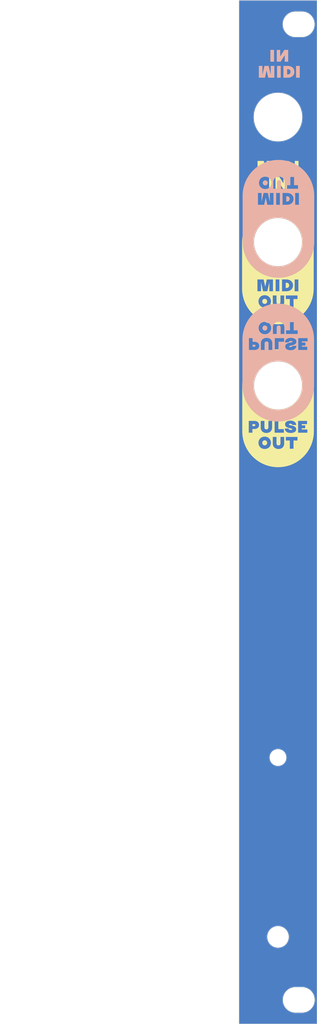
<source format=kicad_pcb>
(kicad_pcb (version 20221018) (generator pcbnew)

  (general
    (thickness 1.6)
  )

  (paper "A4")
  (layers
    (0 "F.Cu" signal)
    (31 "B.Cu" signal)
    (32 "B.Adhes" user "B.Adhesive")
    (33 "F.Adhes" user "F.Adhesive")
    (34 "B.Paste" user)
    (35 "F.Paste" user)
    (36 "B.SilkS" user "B.Silkscreen")
    (37 "F.SilkS" user "F.Silkscreen")
    (38 "B.Mask" user)
    (39 "F.Mask" user)
    (40 "Dwgs.User" user "User.Drawings")
    (41 "Cmts.User" user "User.Comments")
    (42 "Eco1.User" user "User.Eco1")
    (43 "Eco2.User" user "User.Eco2")
    (44 "Edge.Cuts" user)
    (45 "Margin" user)
    (46 "B.CrtYd" user "B.Courtyard")
    (47 "F.CrtYd" user "F.Courtyard")
    (48 "B.Fab" user)
    (49 "F.Fab" user)
    (50 "User.1" user)
    (51 "User.2" user)
    (52 "User.3" user)
    (53 "User.4" user)
    (54 "User.5" user)
    (55 "User.6" user)
    (56 "User.7" user)
    (57 "User.8" user)
    (58 "User.9" user)
  )

  (setup
    (pad_to_mask_clearance 0)
    (aux_axis_origin 89.71 33.94)
    (pcbplotparams
      (layerselection 0x00010fc_ffffffff)
      (plot_on_all_layers_selection 0x0000000_00000000)
      (disableapertmacros false)
      (usegerberextensions false)
      (usegerberattributes true)
      (usegerberadvancedattributes true)
      (creategerberjobfile true)
      (dashed_line_dash_ratio 12.000000)
      (dashed_line_gap_ratio 3.000000)
      (svgprecision 6)
      (plotframeref false)
      (viasonmask false)
      (mode 1)
      (useauxorigin false)
      (hpglpennumber 1)
      (hpglpenspeed 20)
      (hpglpendiameter 15.000000)
      (dxfpolygonmode true)
      (dxfimperialunits true)
      (dxfusepcbnewfont true)
      (psnegative false)
      (psa4output false)
      (plotreference true)
      (plotvalue true)
      (plotinvisibletext false)
      (sketchpadsonfab false)
      (subtractmaskfromsilk false)
      (outputformat 1)
      (mirror false)
      (drillshape 0)
      (scaleselection 1)
      (outputdirectory "/mnt/Common/Projects/GToE/Hardware/gtoe/MIDI Panel REV2/")
    )
  )

  (net 0 "")

  (gr_poly
    (pts
      (xy 95.85275 43.645208)
      (xy 95.883753 43.644144)
      (xy 95.914258 43.642369)
      (xy 95.944266 43.639885)
      (xy 95.973776 43.63669)
      (xy 96.00279 43.632785)
      (xy 96.031308 43.628169)
      (xy 96.059329 43.622842)
      (xy 96.086854 43.616804)
      (xy 96.113883 43.610055)
      (xy 96.140416 43.602595)
      (xy 96.166455 43.594422)
      (xy 96.191998 43.585538)
      (xy 96.217046 43.575942)
      (xy 96.2416 43.565634)
      (xy 96.26566 43.554613)
      (xy 96.289393 43.542929)
      (xy 96.312437 43.530631)
      (xy 96.334792 43.517719)
      (xy 96.356457 43.504194)
      (xy 96.377431 43.490056)
      (xy 96.397713 43.475306)
      (xy 96.417302 43.459942)
      (xy 96.436197 43.443967)
      (xy 96.454399 43.42738)
      (xy 96.471904 43.410182)
      (xy 96.488714 43.392372)
      (xy 96.504826 43.373951)
      (xy 96.520241 43.354919)
      (xy 96.534957 43.335278)
      (xy 96.548974 43.315026)
      (xy 96.56229 43.294164)
      (xy 96.575106 43.273051)
      (xy 96.587097 43.251515)
      (xy 96.598264 43.229555)
      (xy 96.608605 43.20717)
      (xy 96.618121 43.184359)
      (xy 96.62681 43.161121)
      (xy 96.634674 43.137455)
      (xy 96.641711 43.11336)
      (xy 96.647922 43.088836)
      (xy 96.653305 43.06388)
      (xy 96.657861 43.038493)
      (xy 96.66159 43.012672)
      (xy 96.66449 42.986418)
      (xy 96.666562 42.959728)
      (xy 96.667806 42.932603)
      (xy 96.66822 42.90504)
      (xy 96.667806 42.877464)
      (xy 96.666562 42.850299)
      (xy 96.66449 42.823545)
      (xy 96.66159 42.797203)
      (xy 96.657861 42.771273)
      (xy 96.653305 42.745755)
      (xy 96.647922 42.72065)
      (xy 96.641711 42.695957)
      (xy 96.634674 42.671679)
      (xy 96.62681 42.647813)
      (xy 96.618121 42.624363)
      (xy 96.608605 42.601326)
      (xy 96.598264 42.578705)
      (xy 96.587097 42.556498)
      (xy 96.575106 42.534708)
      (xy 96.56229 42.513333)
      (xy 96.548974 42.492727)
      (xy 96.534957 42.472713)
      (xy 96.520241 42.453292)
      (xy 96.504826 42.434464)
      (xy 96.488714 42.416229)
      (xy 96.471904 42.398589)
      (xy 96.454399 42.381543)
      (xy 96.436197 42.365092)
      (xy 96.417302 42.349236)
      (xy 96.397713 42.333976)
      (xy 96.377431 42.319312)
      (xy 96.356457 42.305245)
      (xy 96.334792 42.291775)
      (xy 96.312437 42.278902)
      (xy 96.289393 42.266627)
      (xy 96.26566 42.254951)
      (xy 96.2416 42.24393)
      (xy 96.217046 42.233622)
      (xy 96.191998 42.224026)
      (xy 96.166455 42.215142)
      (xy 96.140416 42.206969)
      (xy 96.113883 42.199509)
      (xy 96.086854 42.192759)
      (xy 96.059329 42.186721)
      (xy 96.031308 42.181395)
      (xy 96.00279 42.176779)
      (xy 95.973776 42.172873)
      (xy 95.944266 42.169678)
      (xy 95.914258 42.167194)
      (xy 95.883753 42.165419)
      (xy 95.85275 42.164355)
      (xy 95.82125 42.164)
      (xy 95.29208 42.164)
      (xy 95.29208 42.576895)
      (xy 95.75769 42.576895)
      (xy 95.82331 42.576895)
      (xy 95.837979 42.57704)
      (xy 95.85235 42.577474)
      (xy 95.866423 42.5782)
      (xy 95.880198 42.579218)
      (xy 95.893675 42.580529)
      (xy 95.906854 42.582134)
      (xy 95.919735 42.584035)
      (xy 95.932319 42.586232)
      (xy 95.944604 42.588727)
      (xy 95.956592 42.591521)
      (xy 95.968283 42.594614)
      (xy 95.979675 42.598009)
      (xy 95.99077 42.601705)
      (xy 96.001568 42.605705)
      (xy 96.012068 42.610009)
      (xy 96.02227 42.614618)
      (xy 96.03217 42.619513)
      (xy 96.041761 42.624672)
      (xy 96.051043 42.630097)
      (xy 96.060015 42.635785)
      (xy 96.068675 42.641739)
      (xy 96.077024 42.647957)
      (xy 96.085061 42.65444)
      (xy 96.092784 42.661187)
      (xy 96.100193 42.668199)
      (xy 96.107286 42.675475)
      (xy 96.114065 42.683016)
      (xy 96.120526 42.690822)
      (xy 96.12667 42.698892)
      (xy 96.132496 42.707226)
      (xy 96.138003 42.715825)
      (xy 96.14319 42.724689)
      (xy 96.148061 42.734078)
      (xy 96.152619 42.743725)
      (xy 96.156866 42.753627)
      (xy 96.160799 42.763783)
      (xy 96.164419 42.774193)
      (xy 96.167726 42.784854)
      (xy 96.170719 42.795766)
      (xy 96.173399 42.806927)
      (xy 96.175764 42.818337)
      (xy 96.177815 42.829993)
      (xy 96.179551 42.841894)
      (xy 96.180972 42.85404)
      (xy 96.182077 42.866429)
      (xy 96.182867 42.879059)
      (xy 96.183342 42.89193)
      (xy 96.1835 42.90504)
      (xy 96.183342 42.918137)
      (xy 96.182867 42.930968)
      (xy 96.182077 42.943534)
      (xy 96.180972 42.955835)
      (xy 96.179551 42.967871)
      (xy 96.177815 42.979642)
      (xy 96.175764 42.991149)
      (xy 96.173399 43.00239)
      (xy 96.170719 43.013367)
      (xy 96.167726 43.02408)
      (xy 96.164419 43.034528)
      (xy 96.160799 43.044712)
      (xy 96.156866 43.054632)
      (xy 96.152619 43.064288)
      (xy 96.148061 43.073679)
      (xy 96.14319 43.082807)
      (xy 96.138003 43.091926)
      (xy 96.132496 43.100764)
      (xy 96.12667 43.109319)
      (xy 96.120526 43.117593)
      (xy 96.114065 43.125585)
      (xy 96.107286 43.133295)
      (xy 96.100193 43.140724)
      (xy 96.092784 43.147872)
      (xy 96.085061 43.154739)
      (xy 96.077024 43.161324)
      (xy 96.068675 43.167629)
      (xy 96.060015 43.173653)
      (xy 96.051043 43.179397)
      (xy 96.041761 43.18486)
      (xy 96.03217 43.190042)
      (xy 96.02227 43.194945)
      (xy 96.012068 43.199554)
      (xy 96.001568 43.203859)
      (xy 95.99077 43.207858)
      (xy 95.979675 43.211555)
      (xy 95.968283 43.21495)
      (xy 95.956592 43.218043)
      (xy 95.944604 43.220837)
      (xy 95.932319 43.223332)
      (xy 95.919735 43.225529)
      (xy 95.906854 43.22743)
      (xy 95.893675 43.229036)
      (xy 95.880198 43.230347)
      (xy 95.866423 43.231364)
      (xy 95.85235 43.23209)
      (xy 95.837979 43.232524)
      (xy 95.82331 43.232669)
      (xy 95.75769 43.232669)
      (xy 95.75769 42.576895)
      (xy 95.29208 42.576895)
      (xy 95.29208 43.645563)
      (xy 95.82125 43.645563)
    )

    (stroke (width 0) (type solid)) (fill solid) (layer "B.SilkS") (tstamp 07a843c0-5b20-48c3-96fc-cc91343d1662))
  (gr_poly
    (pts
      (xy 94.9536 42.164)
      (xy 94.488 42.164)
      (xy 94.488 43.645563)
      (xy 94.9536 43.645563)
    )

    (stroke (width 0) (type solid)) (fill solid) (layer "B.SilkS") (tstamp 31e76abf-8930-4a3b-9333-2bf5150590ea))
  (gr_poly
    (pts
      (xy 92.971409 75.393061)
      (xy 92.982057 75.392563)
      (xy 92.992572 75.391734)
      (xy 93.002953 75.390574)
      (xy 93.013202 75.389083)
      (xy 93.023317 75.38726)
      (xy 93.0333 75.385107)
      (xy 93.04315 75.382622)
      (xy 93.052868 75.379807)
      (xy 93.062454 75.376661)
      (xy 93.071909 75.373185)
      (xy 93.081231 75.369379)
      (xy 93.090422 75.365242)
      (xy 93.099481 75.360775)
      (xy 93.108409 75.355978)
      (xy 93.117207 75.350851)
      (xy 93.125823 75.345687)
      (xy 93.134207 75.34025)
      (xy 93.14236 75.33454)
      (xy 93.150282 75.32856)
      (xy 93.157972 75.322311)
      (xy 93.16543 75.315793)
      (xy 93.172657 75.309008)
      (xy 93.179652 75.301957)
      (xy 93.186415 75.294642)
      (xy 93.192947 75.287063)
      (xy 93.199248 75.279222)
      (xy 93.205317 75.27112)
      (xy 93.211154 75.262759)
      (xy 93.21676 75.254139)
      (xy 93.222134 75.245262)
      (xy 93.227277 75.23613)
      (xy 93.232149 75.227069)
      (xy 93.236709 75.21788)
      (xy 93.240956 75.208561)
      (xy 93.24489 75.199112)
      (xy 93.24851 75.189532)
      (xy 93.251817 75.179821)
      (xy 93.25481 75.16998)
      (xy 93.257489 75.160006)
      (xy 93.259854 75.1499)
      (xy 93.261904 75.139661)
      (xy 93.263639 75.129289)
      (xy 93.26506 75.118784)
      (xy 93.266165 75.108144)
      (xy 93.266955 75.09737)
      (xy 93.267429 75.086461)
      (xy 93.267587 75.075416)
      (xy 93.267429 75.064364)
      (xy 93.266955 75.053431)
      (xy 93.266165 75.042618)
      (xy 93.26506 75.031924)
      (xy 93.263639 75.021348)
      (xy 93.261904 75.010889)
      (xy 93.259854 75.000547)
      (xy 93.257489 74.990322)
      (xy 93.25481 74.980212)
      (xy 93.251817 74.970218)
      (xy 93.24851 74.960338)
      (xy 93.24489 74.950572)
      (xy 93.240956 74.940919)
      (xy 93.236709 74.931379)
      (xy 93.232149 74.921952)
      (xy 93.227277 74.912636)
      (xy 93.222134 74.903757)
      (xy 93.21676 74.895111)
      (xy 93.211154 74.886699)
      (xy 93.205317 74.878519)
      (xy 93.199248 74.870573)
      (xy 93.192947 74.862858)
      (xy 93.186415 74.855376)
      (xy 93.179652 74.848125)
      (xy 93.172657 74.841106)
      (xy 93.16543 74.834318)
      (xy 93.157972 74.827761)
      (xy 93.150282 74.821435)
      (xy 93.14236 74.815339)
      (xy 93.134207 74.809473)
      (xy 93.125823 74.803837)
      (xy 93.117207 74.79843)
      (xy 93.108409 74.793559)
      (xy 93.099481 74.789001)
      (xy 93.090422 74.784755)
      (xy 93.081231 74.780821)
      (xy 93.071909 74.777201)
      (xy 93.062454 74.773895)
      (xy 93.052868 74.770901)
      (xy 93.04315 74.768222)
      (xy 93.0333 74.765857)
      (xy 93.023317 74.763807)
      (xy 93.013202 74.762071)
      (xy 93.002953 74.76065)
      (xy 92.992572 74.759545)
      (xy 92.982057 74.758755)
      (xy 92.971409 74.75828)
      (xy 92.960627 74.758122)
      (xy 92.949846 74.75828)
      (xy 92.939199 74.758755)
      (xy 92.928685 74.759545)
      (xy 92.918304 74.76065)
      (xy 92.908056 74.762071)
      (xy 92.897941 74.763807)
      (xy 92.887957 74.765857)
      (xy 92.878107 74.768222)
      (xy 92.868388 74.770901)
      (xy 92.858802 74.773895)
      (xy 92.849347 74.777201)
      (xy 92.840024 74.780821)
      (xy 92.830833 74.784755)
      (xy 92.821773 74.789001)
      (xy 92.812844 74.793559)
      (xy 92.804047 74.79843)
      (xy 92.795432 74.803837)
      (xy 92.787049 74.809473)
      (xy 92.778897 74.815339)
      (xy 92.770976 74.821435)
      (xy 92.763286 74.827761)
      (xy 92.755828 74.834318)
      (xy 92.748601 74.841106)
      (xy 92.741605 74.848125)
      (xy 92.734841 74.855376)
      (xy 92.728309 74.862858)
      (xy 92.722008 74.870573)
      (xy 92.715938 74.878519)
      (xy 92.7101 74.886699)
      (xy 92.704494 74.895111)
      (xy 92.699119 74.903757)
      (xy 92.693977 74.912636)
      (xy 92.689106 74.921952)
      (xy 92.684547 74.931379)
      (xy 92.680301 74.940919)
      (xy 92.676368 74.950572)
      (xy 92.672748 74.960338)
      (xy 92.669441 74.970218)
      (xy 92.666447 74.980212)
      (xy 92.663768 74.990322)
      (xy 92.661403 75.000547)
      (xy 92.659352 75.010889)
      (xy 92.657616 75.021348)
      (xy 92.656195 75.031924)
      (xy 92.655089 75.042618)
      (xy 92.654299 75.053431)
      (xy 92.653825 75.064364)
      (xy 92.653667 75.075416)
      (xy 92.653825 75.086461)
      (xy 92.654299 75.09737)
      (xy 92.655089 75.108144)
      (xy 92.656195 75.118784)
      (xy 92.657616 75.129289)
      (xy 92.659352 75.139661)
      (xy 92.661403 75.1499)
      (xy 92.663768 75.160006)
      (xy 92.666447 75.16998)
      (xy 92.669441 75.179821)
      (xy 92.672748 75.189532)
      (xy 92.676368 75.199112)
      (xy 92.680301 75.208561)
      (xy 92.684547 75.21788)
      (xy 92.689106 75.227069)
      (xy 92.693977 75.23613)
      (xy 92.699119 75.245262)
      (xy 92.704494 75.254139)
      (xy 92.7101 75.262759)
      (xy 92.715938 75.27112)
      (xy 92.722008 75.279222)
      (xy 92.728309 75.287063)
      (xy 92.734841 75.294642)
      (xy 92.741605 75.301957)
      (xy 92.748601 75.309008)
      (xy 92.755828 75.315793)
      (xy 92.763286 75.322311)
      (xy 92.770976 75.32856)
      (xy 92.778897 75.33454)
      (xy 92.787049 75.34025)
      (xy 92.795432 75.345687)
      (xy 92.804047 75.350851)
      (xy 92.812844 75.355978)
      (xy 92.821773 75.360775)
      (xy 92.830833 75.365242)
      (xy 92.840024 75.369379)
      (xy 92.849347 75.373185)
      (xy 92.858802 75.376661)
      (xy 92.868388 75.379807)
      (xy 92.878107 75.382622)
      (xy 92.887957 75.385107)
      (xy 92.897941 75.38726)
      (xy 92.908056 75.389083)
      (xy 92.918304 75.390574)
      (xy 92.928685 75.391734)
      (xy 92.939199 75.392563)
      (xy 92.949846 75.393061)
      (xy 92.960627 75.393226)
    )

    (stroke (width 0) (type solid)) (fill solid) (layer "B.SilkS") (tstamp 3a5fc1f4-4cc4-4d4d-aed5-e261ebca2ad0))
  (gr_poly
    (pts
      (xy 91.651246 77.425)
      (xy 91.658415 77.424573)
      (xy 91.665424 77.423861)
      (xy 91.672273 77.422864)
      (xy 91.678959 77.421585)
      (xy 91.685483 77.420023)
      (xy 91.691843 77.418178)
      (xy 91.698038 77.416052)
      (xy 91.704068 77.413645)
      (xy 91.709932 77.410957)
      (xy 91.715629 77.40799)
      (xy 91.721158 77.404742)
      (xy 91.726518 77.401216)
      (xy 91.731708 77.397412)
      (xy 91.736728 77.39333)
      (xy 91.741577 77.38897)
      (xy 91.746444 77.384399)
      (xy 91.750987 77.37968)
      (xy 91.755209 77.374813)
      (xy 91.75911 77.369798)
      (xy 91.762692 77.364636)
      (xy 91.765956 77.359325)
      (xy 91.768903 77.353865)
      (xy 91.771534 77.348257)
      (xy 91.773851 77.3425)
      (xy 91.775856 77.336595)
      (xy 91.777548 77.330539)
      (xy 91.77893 77.324335)
      (xy 91.780002 77.317981)
      (xy 91.780767 77.311477)
      (xy 91.781225 77.304823)
      (xy 91.781377 77.298019)
      (xy 91.781225 77.291215)
      (xy 91.780767 77.284562)
      (xy 91.780002 77.278058)
      (xy 91.77893 77.271704)
      (xy 91.777548 77.265499)
      (xy 91.775856 77.259444)
      (xy 91.773851 77.253539)
      (xy 91.771534 77.247782)
      (xy 91.768903 77.242174)
      (xy 91.765956 77.236714)
      (xy 91.762692 77.231403)
      (xy 91.75911 77.226241)
      (xy 91.755209 77.221226)
      (xy 91.750987 77.21636)
      (xy 91.746444 77.211641)
      (xy 91.741577 77.207069)
      (xy 91.736728 77.20271)
      (xy 91.731708 77.198627)
      (xy 91.726518 77.194823)
      (xy 91.721158 77.191296)
      (xy 91.715629 77.188049)
      (xy 91.709932 77.185081)
      (xy 91.704068 77.182393)
      (xy 91.698038 77.179986)
      (xy 91.691843 77.17786)
      (xy 91.685483 77.176016)
      (xy 91.678959 77.174453)
      (xy 91.672273 77.173174)
      (xy 91.665424 77.172178)
      (xy 91.658415 77.171466)
      (xy 91.651246 77.171038)
      (xy 91.643917 77.170895)
      (xy 91.413437 77.170895)
      (xy 91.413437 77.425143)
      (xy 91.643917 77.425143)
    )

    (stroke (width 0) (type solid)) (fill solid) (layer "B.SilkS") (tstamp 44420650-a798-4e37-b090-52af233431e7))
  (gr_poly
    (pts
      (xy 94.11541 40.15327)
      (xy 93.6498 40.15327)
      (xy 93.6498 41.634833)
      (xy 94.11541 41.634833)
    )

    (stroke (width 0) (type solid)) (fill solid) (layer "B.SilkS") (tstamp 52b991e5-7aaf-4ab7-82a0-c40d3c2c1602))
  (gr_poly
    (pts
      (xy 95.729643 59.188435)
      (xy 95.744014 59.188)
      (xy 95.758087 59.187275)
      (xy 95.771862 59.186257)
      (xy 95.785339 59.184946)
      (xy 95.798518 59.18334)
      (xy 95.811399 59.18144)
      (xy 95.823983 59.179242)
      (xy 95.836269 59.176747)
      (xy 95.848256 59.173953)
      (xy 95.859947 59.17086)
      (xy 95.871339 59.167465)
      (xy 95.882434 59.163768)
      (xy 95.893232 59.159769)
      (xy 95.903732 59.155464)
      (xy 95.913934 59.150855)
      (xy 95.923834 59.145952)
      (xy 95.933425 59.14077)
      (xy 95.942707 59.135307)
      (xy 95.951678 59.129563)
      (xy 95.960339 59.123539)
      (xy 95.968688 59.117234)
      (xy 95.976725 59.110648)
      (xy 95.984448 59.103782)
      (xy 95.991857 59.096634)
      (xy 95.99895 59.089205)
      (xy 96.005729 59.081495)
      (xy 96.01219 59.073503)
      (xy 96.018334 59.065229)
      (xy 96.02416 59.056674)
      (xy 96.029667 59.047836)
      (xy 96.034854 59.038717)
      (xy 96.039725 59.029589)
      (xy 96.044284 59.020198)
      (xy 96.04853 59.010542)
      (xy 96.052463 59.000622)
      (xy 96.056083 58.990438)
      (xy 96.05939 58.97999)
      (xy 96.062383 58.969277)
      (xy 96.065063 58.9583)
      (xy 96.067428 58.947059)
      (xy 96.069479 58.935552)
      (xy 96.071215 58.923781)
      (xy 96.072636 58.911745)
      (xy 96.073741 58.899444)
      (xy 96.074532 58.886878)
      (xy 96.075006 58.874047)
      (xy 96.075164 58.86095)
      (xy 96.075006 58.84784)
      (xy 96.074532 58.83497)
      (xy 96.073741 58.822339)
      (xy 96.072636 58.80995)
      (xy 96.071215 58.797805)
      (xy 96.069479 58.785903)
      (xy 96.067428 58.774247)
      (xy 96.065063 58.762838)
      (xy 96.062383 58.751676)
      (xy 96.05939 58.740764)
      (xy 96.056083 58.730103)
      (xy 96.052463 58.719693)
      (xy 96.04853 58.709537)
      (xy 96.044284 58.699635)
      (xy 96.039725 58.689988)
      (xy 96.034854 58.680599)
      (xy 96.029667 58.671736)
      (xy 96.02416 58.663136)
      (xy 96.018334 58.654802)
      (xy 96.01219 58.646732)
      (xy 96.005729 58.638926)
      (xy 95.99895 58.631385)
      (xy 95.991857 58.624109)
      (xy 95.984448 58.617097)
      (xy 95.976725 58.610349)
      (xy 95.968688 58.603867)
      (xy 95.960339 58.597649)
      (xy 95.951678 58.591695)
      (xy 95.942707 58.586007)
      (xy 95.933425 58.580583)
      (xy 95.923834 58.575423)
      (xy 95.913934 58.570529)
      (xy 95.903732 58.56592)
      (xy 95.893232 58.561616)
      (xy 95.882434 58.557616)
      (xy 95.871339 58.553919)
      (xy 95.859947 58.550525)
      (xy 95.848256 58.547431)
      (xy 95.836269 58.544637)
      (xy 95.823983 58.542142)
      (xy 95.811399 58.539945)
      (xy 95.798518 58.538044)
      (xy 95.785339 58.536439)
      (xy 95.771862 58.535128)
      (xy 95.758087 58.53411)
      (xy 95.744014 58.533384)
      (xy 95.729643 58.53295)
      (xy 95.714974 58.532805)
      (xy 95.649344 58.532805)
      (xy 95.649344 59.188579)
      (xy 95.714974 59.188579)
    )

    (stroke (width 0) (type solid)) (fill solid) (layer "B.SilkS") (tstamp 85ef71f1-e283-42c4-bc7c-1ce8e23fac4e))
  (gr_poly
    (pts
      (xy 95.45951 40.819896)
      (xy 95.45951 41.634833)
      (xy 95.89359 41.634833)
      (xy 95.89359 40.15327)
      (xy 95.40629 40.15327)
      (xy 94.88797 40.968207)
      (xy 94.88797 40.15327)
      (xy 94.45389 40.15327)
      (xy 94.45389 41.634833)
      (xy 94.94068 41.634833)
    )

    (stroke (width 0) (type solid)) (fill solid) (layer "B.SilkS") (tstamp 8a9e1dd5-d0a7-4d79-b520-70745e1fe349))
  (gr_poly
    (pts
      (xy 94.895205 68.758385)
      (xy 95.12444 68.741063)
      (xy 95.350271 68.712533)
      (xy 95.572419 68.673074)
      (xy 95.790606 68.622965)
      (xy 96.004552 68.562483)
      (xy 96.213978 68.491909)
      (xy 96.418607 68.41152)
      (xy 96.618159 68.321595)
      (xy 96.812355 68.222412)
      (xy 97.000916 68.114251)
      (xy 97.183565 67.99739)
      (xy 97.360021 67.872107)
      (xy 97.530007 67.738681)
      (xy 97.693243 67.59739)
      (xy 97.84945 67.448514)
      (xy 97.99835 67.292331)
      (xy 98.139665 67.129119)
      (xy 98.273114 66.959157)
      (xy 98.39842 66.782723)
      (xy 98.515304 66.600097)
      (xy 98.623486 66.411557)
      (xy 98.722689 66.217382)
      (xy 98.812633 66.017849)
      (xy 98.893039 65.813238)
      (xy 98.963629 65.603827)
      (xy 99.024124 65.389895)
      (xy 99.074245 65.171721)
      (xy 99.113713 64.949583)
      (xy 99.14225 64.723759)
      (xy 99.159576 64.494529)
      (xy 99.165414 64.262171)
      (xy 99.165414 58.470794)
      (xy 99.159576 58.238434)
      (xy 99.14225 58.009199)
      (xy 99.113713 57.783369)
      (xy 99.074245 57.561221)
      (xy 99.024124 57.343035)
      (xy 98.963629 57.129089)
      (xy 98.893039 56.919663)
      (xy 98.812633 56.715034)
      (xy 98.722689 56.515483)
      (xy 98.623486 56.321287)
      (xy 98.515304 56.132725)
      (xy 98.39842 55.950077)
      (xy 98.273114 55.773621)
      (xy 98.139665 55.603635)
      (xy 97.99835 55.440399)
      (xy 97.84945 55.284191)
      (xy 97.693243 55.135291)
      (xy 97.530007 54.993976)
      (xy 97.360021 54.860527)
      (xy 97.183565 54.735221)
      (xy 97.000916 54.618337)
      (xy 96.812355 54.510154)
      (xy 96.618159 54.410951)
      (xy 96.418607 54.321007)
      (xy 96.213978 54.240601)
      (xy 96.004552 54.170011)
      (xy 95.790606 54.109516)
      (xy 95.572419 54.059395)
      (xy 95.350271 54.019926)
      (xy 95.12444 53.991389)
      (xy 94.895205 53.974063)
      (xy 94.662844 53.968225)
      (xy 94.430486 53.974063)
      (xy 94.201256 53.991389)
      (xy 93.975432 54.019926)
      (xy 93.753294 54.059395)
      (xy 93.53512 54.109516)
      (xy 93.321188 54.170011)
      (xy 93.111777 54.240601)
      (xy 92.907167 54.321007)
      (xy 92.707634 54.410951)
      (xy 92.513458 54.510154)
      (xy 92.324918 54.618337)
      (xy 92.142292 54.735221)
      (xy 91.965859 54.860527)
      (xy 91.795897 54.993976)
      (xy 91.632685 55.135291)
      (xy 91.476502 55.284191)
      (xy 91.327625 55.440399)
      (xy 91.186335 55.603635)
      (xy 91.052909 55.773621)
      (xy 90.927626 55.950077)
      (xy 90.810764 56.132725)
      (xy 90.702603 56.321287)
      (xy 90.60342 56.515483)
      (xy 90.513495 56.715034)
      (xy 90.46059 56.849704)
      (xy 92.222684 56.849704)
      (xy 92.223083 56.822608)
      (xy 92.22428 56.795827)
      (xy 92.226275 56.769359)
      (xy 92.229066 56.743205)
      (xy 92.232653 56.717365)
      (xy 92.237036 56.691839)
      (xy 92.242213 56.666627)
      (xy 92.248185 56.641729)
      (xy 92.254951 56.617145)
      (xy 92.26251 56.592875)
      (xy 92.270861 56.56892)
      (xy 92.280004 56.545279)
      (xy 92.289939 56.521953)
      (xy 92.300664 56.498941)
      (xy 92.312179 56.476244)
      (xy 92.324484 56.453862)
      (xy 92.337477 56.432194)
      (xy 92.351059 56.411111)
      (xy 92.36523 56.390613)
      (xy 92.379991 56.370697)
      (xy 92.395343 56.351364)
      (xy 92.411288 56.332612)
      (xy 92.427827 56.31444)
      (xy 92.444959 56.296848)
      (xy 92.462687 56.279835)
      (xy 92.481011 56.2634)
      (xy 92.499932 56.247542)
      (xy 92.519452 56.23226)
      (xy 92.539571 56.217554)
      (xy 92.56029 56.203421)
      (xy 92.581611 56.189863)
      (xy 92.603534 56.176877)
      (xy 92.626188 56.164827)
      (xy 92.649171 56.153549)
      (xy 92.672482 56.143044)
      (xy 92.696122 56.133313)
      (xy 92.720091 56.124356)
      (xy 92.744389 56.116174)
      (xy 92.769018 56.108768)
      (xy 92.793976 56.102138)
      (xy 92.819266 56.096285)
      (xy 92.844887 56.091211)
      (xy 92.870839 56.086915)
      (xy 92.897122 56.083399)
      (xy 92.923739 56.080662)
      (xy 92.950687 56.078707)
      (xy 92.977969 56.077533)
      (xy 93.005584 56.077142)
      (xy 93.033195 56.077533)
      (xy 93.060469 56.078707)
      (xy 93.087403 56.080662)
      (xy 93.113997 56.083399)
      (xy 93.140249 56.086915)
      (xy 93.166158 56.091211)
      (xy 93.191722 56.096285)
      (xy 93.21694 56.102138)
      (xy 93.241811 56.108768)
      (xy 93.266334 56.116174)
      (xy 93.290506 56.124356)
      (xy 93.314328 56.133313)
      (xy 93.337796 56.143044)
      (xy 93.360911 56.153549)
      (xy 93.383671 56.164827)
      (xy 93.406074 56.176877)
      (xy 93.428254 56.189863)
      (xy 93.449814 56.203421)
      (xy 93.470755 56.217554)
      (xy 93.491078 56.23226)
      (xy 93.510785 56.247542)
      (xy 93.529876 56.2634)
      (xy 93.548353 56.279835)
      (xy 93.566217 56.296848)
      (xy 93.583468 56.31444)
      (xy 93.600109 56.332612)
      (xy 93.61614 56.351364)
      (xy 93.631563 56.370697)
      (xy 93.646379 56.390613)
      (xy 93.660589 56.411111)
      (xy 93.674193 56.432194)
      (xy 93.687194 56.453862)
      (xy 93.699499 56.476244)
      (xy 93.711014 56.498941)
      (xy 93.721739 56.521953)
      (xy 93.731674 56.545279)
      (xy 93.740817 56.56892)
      (xy 93.749168 56.592875)
      (xy 93.756727 56.617145)
      (xy 93.763493 56.641729)
      (xy 93.769465 56.666627)
      (xy 93.774642 56.691839)
      (xy 93.779025 56.717365)
      (xy 93.782612 56.743205)
      (xy 93.785209 56.767538)
      (xy 94.022054 56.767538)
      (xy 94.022388 56.741804)
      (xy 94.023389 56.716463)
      (xy 94.025061 56.691513)
      (xy 94.027403 56.666957)
      (xy 94.030418 56.642795)
      (xy 94.034106 56.619027)
      (xy 94.03847 56.595655)
      (xy 94.04351 56.572679)
      (xy 94.049228 56.5501)
      (xy 94.055626 56.527918)
      (xy 94.062704 56.506135)
      (xy 94.070464 56.48475)
      (xy 94.078908 56.463766)
      (xy 94.088037 56.443182)
      (xy 94.097851 56.423)
      (xy 94.108354 56.403219)
      (xy 94.11976 56.384169)
      (xy 94.13175 56.365647)
      (xy 94.144324 56.347654)
      (xy 94.157481 56.33019)
      (xy 94.171221 56.313255)
      (xy 94.185541 56.296848)
      (xy 94.200442 56.28097)
      (xy 94.215923 56.265622)
      (xy 94.231982 56.250803)
      (xy 94.24862 56.236513)
      (xy 94.265834 56.222752)
      (xy 94.283625 56.20952)
      (xy 94.301991 56.196819)
      (xy 94.320932 56.184646)
      (xy 94.340446 56.173004)
      (xy 94.360534 56.161891)
      (xy 94.381106 56.151637)
      (xy 94.402073 56.142043)
      (xy 94.423436 56.13311)
      (xy 94.445196 56.124836)
      (xy 94.467351 56.117223)
      (xy 94.489903 56.110271)
      (xy 94.512851 56.103979)
      (xy 94.536197 56.098349)
      (xy 94.559938 56.093381)
      (xy 94.584077 56.089074)
      (xy 94.608613 56.085429)
      (xy 94.633546 56.082446)
      (xy 94.658877 56.080126)
      (xy 94.684605 56.078468)
      (xy 94.71073 56.077473)
      (xy 94.737254 56.077142)
      (xy 94.763779 56.077473)
      (xy 94.789906 56.078468)
      (xy 94.815636 56.080126)
      (xy 94.840967 56.082446)
      (xy 94.865901 56.085429)
      (xy 94.890438 56.089074)
      (xy 94.914577 56.093381)
      (xy 94.938319 56.098349)
      (xy 94.961664 56.103979)
      (xy 94.984612 56.110271)
      (xy 95.007163 56.117223)
      (xy 95.029318 56.124836)
      (xy 95.051076 56.13311)
      (xy 95.072438 56.142043)
      (xy 95.093404 56.151637)
      (xy 95.113974 56.161891)
      (xy 95.134048 56.173004)
      (xy 95.153523 56.184646)
      (xy 95.1724 56.196819)
      (xy 95.190678 56.20952)
      (xy 95.20836 56.222752)
      (xy 95.225444 56.236513)
      (xy 95.241932 56.250803)
      (xy 95.257824 56.265622)
      (xy 95.273121 56.28097)
      (xy 95.287823 56.296848)
      (xy 95.30193 56.313255)
      (xy 95.315444 56.33019)
      (xy 95.328365 56.347654)
      (xy 95.340693 56.365647)
      (xy 95.352429 56.384169)
      (xy 95.363574 56.403219)
      (xy 95.37434 56.423)
      (xy 95.38441 56.443182)
      (xy 95.393786 56.463766)
      (xy 95.402468 56.48475)
      (xy 95.410454 56.506135)
      (xy 95.417746 56.527918)
      (xy 95.424343 56.5501)
      (xy 95.430245 56.572679)
      (xy 95.435453 56.595655)
      (xy 95.439966 56.619027)
      (xy 95.443785 56.642795)
      (xy 95.44691 56.666957)
      (xy 95.44934 56.691513)
      (xy 95.451075 56.716463)
      (xy 95.452117 56.741804)
      (xy 95.452464 56.767538)
      (xy 95.452464 57.142193)
      (xy 95.664334 57.142193)
      (xy 96.161974 57.142193)
      (xy 96.161974 56.10918)
      (xy 96.627584 56.10918)
      (xy 96.627584 57.142193)
      (xy 97.124704 57.142193)
      (xy 97.124704 57.590743)
      (xy 95.664334 57.590743)
      (xy 95.664334 57.142193)
      (xy 95.452464 57.142193)
      (xy 95.452464 57.590743)
      (xy 94.986854 57.590743)
      (xy 94.986854 56.792859)
      (xy 94.98674 56.782116)
      (xy 94.986398 56.771585)
      (xy 94.985828 56.761265)
      (xy 94.98503 56.751157)
      (xy 94.984001 56.741261)
      (xy 94.982743 56.731579)
      (xy 94.981255 56.722111)
      (xy 94.979535 56.712858)
      (xy 94.977584 56.703819)
      (xy 94.975401 56.694996)
      (xy 94.972986 56.686389)
      (xy 94.970338 56.677999)
      (xy 94.967456 56.669826)
      (xy 94.96434 56.66187)
      (xy 94.960989 56.654134)
      (xy 94.957404 56.646616)
      (xy 94.953854 56.639316)
      (xy 94.950087 56.632232)
      (xy 94.946103 56.625364)
      (xy 94.941902 56.618712)
      (xy 94.937484 56.612276)
      (xy 94.93285 56.606056)
      (xy 94.928001 56.600051)
      (xy 94.922936 56.594261)
      (xy 94.917657 56.588686)
      (xy 94.912163 56.583326)
      (xy 94.906454 56.578181)
      (xy 94.900532 56.573249)
      (xy 94.894397 56.568532)
      (xy 94.888049 56.56403)
      (xy 94.881487 56.55974)
      (xy 94.874714 56.555665)
      (xy 94.867729 56.552078)
      (xy 94.860531 56.548727)
      (xy 94.853121 56.545611)
      (xy 94.845497 56.542728)
      (xy 94.83766 56.540079)
      (xy 94.82961 56.537664)
      (xy 94.821345 56.53548)
      (xy 94.812865 56.533529)
      (xy 94.80417 56.531809)
      (xy 94.79526 56.530321)
      (xy 94.786135 56.529062)
      (xy 94.776792 56.528034)
      (xy 94.767234 56.527235)
      (xy 94.757458 56.526665)
      (xy 94.747465 56.526323)
      (xy 94.737254 56.52621)
      (xy 94.727045 56.526323)
      (xy 94.717053 56.526665)
      (xy 94.707278 56.527235)
      (xy 94.69772 56.528034)
      (xy 94.688378 56.529062)
      (xy 94.679252 56.530321)
      (xy 94.670341 56.531809)
      (xy 94.661646 56.533529)
      (xy 94.653166 56.53548)
      (xy 94.644901 56.537664)
      (xy 94.63685 56.540079)
      (xy 94.629012 56.542728)
      (xy 94.621388 56.545611)
      (xy 94.613977 56.548727)
      (xy 94.60678 56.552078)
      (xy 94.599794 56.555665)
      (xy 94.593015 56.55974)
      (xy 94.586432 56.56403)
      (xy 94.580045 56.568532)
      (xy 94.573856 56.573249)
      (xy 94.567864 56.578181)
      (xy 94.56207 56.583326)
      (xy 94.556473 56.588686)
      (xy 94.551074 56.594261)
      (xy 94.545874 56.600051)
      (xy 94.540872 56.606056)
      (xy 94.536068 56.612276)
      (xy 94.531464 56.618712)
      (xy 94.52706 56.625364)
      (xy 94.522854 56.632232)
      (xy 94.518849 56.639316)
      (xy 94.515044 56.646616)
      (xy 94.511714 56.654134)
      (xy 94.508602 56.66187)
      (xy 94.505707 56.669826)
      (xy 94.503029 56.677999)
      (xy 94.500567 56.686389)
      (xy 94.498321 56.694996)
      (xy 94.496291 56.703819)
      (xy 94.494476 56.712858)
      (xy 94.492877 56.722111)
      (xy 94.491491 56.731579)
      (xy 94.49032 56.741261)
      (xy 94.489363 56.751157)
      (xy 94.488619 56.761265)
      (xy 94.488088 56.771585)
      (xy 94.48777 56.782116)
      (xy 94.487664 56.792859)
      (xy 94.487664 57.590743)
      (xy 94.022054 57.590743)
      (xy 94.022054 56.767538)
      (xy 93.785209 56.767538)
      (xy 93.785403 56.769359)
      (xy 93.787398 56.795827)
      (xy 93.788595 56.822608)
      (xy 93.788994 56.849704)
      (xy 93.788595 56.876791)
      (xy 93.787398 56.90355)
      (xy 93.785403 56.929979)
      (xy 93.782612 56.956078)
      (xy 93.779025 56.981847)
      (xy 93.774642 57.007287)
      (xy 93.769465 57.032396)
      (xy 93.763493 57.057174)
      (xy 93.756727 57.081622)
      (xy 93.749168 57.105739)
      (xy 93.740817 57.129524)
      (xy 93.731674 57.152979)
      (xy 93.721739 57.176102)
      (xy 93.711014 57.198893)
      (xy 93.699499 57.221352)
      (xy 93.687194 57.243479)
      (xy 93.674193 57.2654)
      (xy 93.660589 57.286714)
      (xy 93.646379 57.30742)
      (xy 93.631563 57.327518)
      (xy 93.61614 57.347006)
      (xy 93.600109 57.365884)
      (xy 93.583468 57.384152)
      (xy 93.566217 57.401809)
      (xy 93.548353 57.418853)
      (xy 93.529876 57.435286)
      (xy 93.510785 57.451105)
      (xy 93.491078 57.46631)
      (xy 93.470755 57.480901)
      (xy 93.449814 57.494877)
      (xy 93.428254 57.508237)
      (xy 93.406074 57.520981)
      (xy 93.383671 57.53328)
      (xy 93.360911 57.54478)
      (xy 93.337796 57.55548)
      (xy 93.314328 57.565382)
      (xy 93.290506 57.574486)
      (xy 93.266334 57.582794)
      (xy 93.241811 57.590306)
      (xy 93.21694 57.597024)
      (xy 93.191722 57.602948)
      (xy 93.166158 57.608079)
      (xy 93.140249 57.612418)
      (xy 93.113997 57.615966)
      (xy 93.087403 57.618724)
      (xy 93.060469 57.620693)
      (xy 93.033195 57.621873)
      (xy 93.005584 57.622267)
      (xy 92.977969 57.621873)
      (xy 92.950687 57.620693)
      (xy 92.923739 57.618724)
      (xy 92.897122 57.615966)
      (xy 92.870839 57.612418)
      (xy 92.844887 57.608079)
      (xy 92.819266 57.602948)
      (xy 92.793976 57.597024)
      (xy 92.769018 57.590306)
      (xy 92.744389 57.582794)
      (xy 92.720091 57.574486)
      (xy 92.696122 57.565382)
      (xy 92.672482 57.55548)
      (xy 92.649171 57.54478)
      (xy 92.626188 57.53328)
      (xy 92.603534 57.520981)
      (xy 92.581611 57.508237)
      (xy 92.56029 57.494877)
      (xy 92.539571 57.480901)
      (xy 92.519452 57.46631)
      (xy 92.499932 57.451105)
      (xy 92.481011 57.435286)
      (xy 92.462687 57.418853)
      (xy 92.444959 57.401809)
      (xy 92.427827 57.384152)
      (xy 92.411288 57.365884)
      (xy 92.395343 57.347006)
      (xy 92.379991 57.327518)
      (xy 92.36523 57.30742)
      (xy 92.351059 57.286714)
      (xy 92.337477 57.2654)
      (xy 92.324484 57.243479)
      (xy 92.312179 57.221352)
      (xy 92.300664 57.198893)
      (xy 92.289939 57.176102)
      (xy 92.280004 57.152979)
      (xy 92.270861 57.129524)
      (xy 92.26251 57.105739)
      (xy 92.254951 57.081622)
      (xy 92.248185 57.057174)
      (xy 92.242213 57.032396)
      (xy 92.237036 57.007287)
      (xy 92.232653 56.981847)
      (xy 92.229066 56.956078)
      (xy 92.226275 56.929979)
      (xy 92.22428 56.90355)
      (xy 92.223083 56.876791)
      (xy 92.222684 56.849704)
      (xy 90.46059 56.849704)
      (xy 90.433106 56.919663)
      (xy 90.362532 57.129089)
      (xy 90.302051 57.343035)
      (xy 90.251941 57.561221)
      (xy 90.212482 57.783369)
      (xy 90.183952 58.009199)
      (xy 90.175586 58.11991)
      (xy 92.089354 58.11991)
      (xy 92.542044 58.11991)
      (xy 92.542044 59.235604)
      (xy 92.800424 58.11991)
      (xy 93.329594 58.11991)
      (xy 93.587974 59.235604)
      (xy 93.587974 58.11991)
      (xy 94.040664 58.11991)
      (xy 94.379654 58.11991)
      (xy 94.845264 58.11991)
      (xy 95.183744 58.11991)
      (xy 95.712904 58.11991)
      (xy 96.771244 58.11991)
      (xy 97.236844 58.11991)
      (xy 97.236844 59.601473)
      (xy 96.771244 59.601473)
      (xy 96.771244 58.11991)
      (xy 95.712904 58.11991)
      (xy 95.744406 58.120265)
      (xy 95.77541 58.121329)
      (xy 95.805917 58.123104)
      (xy 95.835926 58.125588)
      (xy 95.865437 58.128783)
      (xy 95.894452 58.132689)
      (xy 95.92297 58.137305)
      (xy 95.950992 58.142632)
      (xy 95.978517 58.148669)
      (xy 96.005546 58.155419)
      (xy 96.03208 58.162879)
      (xy 96.058119 58.171052)
      (xy 96.083662 58.179936)
      (xy 96.108711 58.189532)
      (xy 96.133265 58.19984)
      (xy 96.157324 58.210861)
      (xy 96.181059 58.222537)
      (xy 96.204104 58.234812)
      (xy 96.22646 58.247684)
      (xy 96.248125 58.261155)
      (xy 96.269099 58.275222)
      (xy 96.289381 58.289886)
      (xy 96.308969 58.305146)
      (xy 96.327864 58.321002)
      (xy 96.346064 58.337453)
      (xy 96.363568 58.354499)
      (xy 96.380377 58.372139)
      (xy 96.396488 58.390374)
      (xy 96.411901 58.409202)
      (xy 96.426615 58.428623)
      (xy 96.44063 58.448637)
      (xy 96.453944 58.469243)
      (xy 96.466762 58.490618)
      (xy 96.478754 58.512408)
      (xy 96.489922 58.534615)
      (xy 96.500265 58.557236)
      (xy 96.509781 58.580273)
      (xy 96.518472 58.603724)
      (xy 96.526336 58.627589)
      (xy 96.533374 58.651868)
      (xy 96.539585 58.67656)
      (xy 96.544968 58.701665)
      (xy 96.549525 58.727183)
      (xy 96.553253 58.753114)
      (xy 96.556154 58.779456)
      (xy 96.558226 58.80621)
      (xy 96.559469 58.833375)
      (xy 96.559884 58.86095)
      (xy 96.559469 58.888513)
      (xy 96.558226 58.915638)
      (xy 96.556154 58.942328)
      (xy 96.553253 58.968582)
      (xy 96.549525 58.994403)
      (xy 96.544968 59.01979)
      (xy 96.539585 59.044746)
      (xy 96.533374 59.069271)
      (xy 96.526336 59.093365)
      (xy 96.518472 59.117031)
      (xy 96.509781 59.140269)
      (xy 96.500265 59.16308)
      (xy 96.489922 59.185465)
      (xy 96.478754 59.207425)
      (xy 96.466762 59.228961)
      (xy 96.453944 59.250074)
      (xy 96.44063 59.270936)
      (xy 96.426615 59.291188)
      (xy 96.411901 59.310829)
      (xy 96.396488 59.329861)
      (xy 96.380377 59.348282)
      (xy 96.363568 59.366092)
      (xy 96.346064 59.38329)
      (xy 96.327864 59.399877)
      (xy 96.308969 59.415852)
      (xy 96.289381 59.431215)
      (xy 96.269099 59.445966)
      (xy 96.248125 59.460104)
      (xy 96.22646 59.473629)
      (xy 96.204104 59.486541)
      (xy 96.181059 59.498839)
      (xy 96.157324 59.510523)
      (xy 96.133265 59.521544)
      (xy 96.108711 59.531852)
      (xy 96.083662 59.541448)
      (xy 96.058119 59.550332)
      (xy 96.03208 59.558505)
      (xy 96.005546 59.565965)
      (xy 95.978517 59.572714)
      (xy 95.950992 59.578752)
      (xy 95.92297 59.584079)
      (xy 95.894452 59.588695)
      (xy 95.865437 59.5926)
      (xy 95.835926 59.595795)
      (xy 95.805917 59.598279)
      (xy 95.77541 59.600053)
      (xy 95.744406 59.601118)
      (xy 95.712904 59.601473)
      (xy 95.183744 59.601473)
      (xy 95.183744 58.11991)
      (xy 94.845264 58.11991)
      (xy 94.845264 59.601473)
      (xy 94.379654 59.601473)
      (xy 94.379654 58.11991)
      (xy 94.040664 58.11991)
      (xy 94.040664 59.601473)
      (xy 93.270164 59.601473)
      (xy 93.069144 58.69972)
      (xy 92.868124 59.601473)
      (xy 92.089354 59.601473)
      (xy 92.089354 58.11991)
      (xy 90.175586 58.11991)
      (xy 90.16663 58.238434)
      (xy 90.160794 58.470794)
      (xy 90.160794 64.262171)
      (xy 90.1613 64.282325)
      (xy 91.614454 64.282325)
      (xy 91.615369 64.207917)
      (xy 91.618125 64.133589)
      (xy 91.622713 64.059375)
      (xy 91.629125 63.985306)
      (xy 91.637353 63.911416)
      (xy 91.647387 63.837737)
      (xy 91.65922 63.764303)
      (xy 91.672844 63.691146)
      (xy 91.688237 63.618346)
      (xy 91.70538 63.545983)
      (xy 91.724274 63.474087)
      (xy 91.744915 63.40269)
      (xy 91.767303 63.331822)
      (xy 91.791434 63.261515)
      (xy 91.817309 63.191799)
      (xy 91.844924 63.122706)
      (xy 91.874242 63.054306)
      (xy 91.905221 62.986672)
      (xy 91.937845 62.919835)
      (xy 91.972095 62.853826)
      (xy 92.007955 62.788678)
      (xy 92.045406 62.724421)
      (xy 92.084432 62.661087)
      (xy 92.125014 62.598707)
      (xy 92.167104 62.537337)
      (xy 92.210659 62.477033)
      (xy 92.25566 62.417826)
      (xy 92.30209 62.359746)
      (xy 92.349931 62.302824)
      (xy 92.399164 62.247089)
      (xy 92.449771 62.192572)
      (xy 92.501734 62.139303)
      (xy 92.555003 62.08734)
      (xy 92.609519 62.036734)
      (xy 92.665254 61.987501)
      (xy 92.722175 61.939661)
      (xy 92.780254 61.893231)
      (xy 92.83946 61.848229)
      (xy 92.899764 61.804673)
      (xy 92.961134 61.762582)
      (xy 93.023515 61.722001)
      (xy 93.08685 61.682977)
      (xy 93.151108 61.645527)
      (xy 93.216256 61.609668)
      (xy 93.282265 61.575418)
      (xy 93.349102 61.542794)
      (xy 93.416735 61.511814)
      (xy 93.485134 61.482496)
      (xy 93.55423 61.454861)
      (xy 93.623946 61.428928)
      (xy 93.694253 61.404714)
      (xy 93.76512 61.38223)
      (xy 93.836516 61.361492)
      (xy 93.908411 61.342515)
      (xy 93.980774 61.325311)
      (xy 94.053574 61.309896)
      (xy 94.126729 61.296294)
      (xy 94.200162 61.284519)
      (xy 94.273841 61.274567)
      (xy 94.347732 61.266434)
      (xy 94.421801 61.260116)
      (xy 94.496017 61.25561)
      (xy 94.570346 61.252912)
      (xy 94.644754 61.252019)
      (xy 94.719158 61.252943)
      (xy 94.793486 61.255702)
      (xy 94.867703 61.260288)
      (xy 94.941776 61.266696)
      (xy 95.01567 61.274918)
      (xy 95.089351 61.284949)
      (xy 95.162784 61.296783)
      (xy 95.235934 61.310413)
      (xy 95.308727 61.325812)
      (xy 95.381089 61.342959)
      (xy 95.452986 61.361852)
      (xy 95.524388 61.382492)
      (xy 95.59526 61.404877)
      (xy 95.66557 61.429006)
      (xy 95.735286 61.454879)
      (xy 95.804374 61.482496)
      (xy 95.872766 61.511818)
      (xy 95.940398 61.5428)
      (xy 96.007238 61.575423)
      (xy 96.073252 61.609671)
      (xy 96.138406 61.645528)
      (xy 96.202666 61.682976)
      (xy 96.266 61.722)
      (xy 96.328374 61.762582)
      (xy 96.389715 61.804697)
      (xy 96.449958 61.848312)
      (xy 96.509085 61.893398)
      (xy 96.567074 61.939923)
      (xy 96.623907 61.987857)
      (xy 96.679562 62.037172)
      (xy 96.734022 62.087836)
      (xy 96.787264 62.13982)
      (xy 96.839219 62.193066)
      (xy 96.889824 62.247525)
      (xy 96.939059 62.303179)
      (xy 96.986904 62.360008)
      (xy 97.033339 62.417994)
      (xy 97.078344 62.477118)
      (xy 97.121899 62.537362)
      (xy 97.163984 62.598707)
      (xy 97.204562 62.661084)
      (xy 97.243586 62.724419)
      (xy 97.28104 62.788678)
      (xy 97.316903 62.853829)
      (xy 97.351156 62.919839)
      (xy 97.383782 62.986677)
      (xy 97.414761 63.05431)
      (xy 97.444074 63.122706)
      (xy 97.471706 63.191795)
      (xy 97.497636 63.261511)
      (xy 97.521851 63.33182)
      (xy 97.544334 63.402691)
      (xy 97.565072 63.474092)
      (xy 97.584049 63.545989)
      (xy 97.601252 63.618351)
      (xy 97.616664 63.691146)
      (xy 97.630263 63.764298)
      (xy 97.642037 63.837731)
      (xy 97.65199 63.911412)
      (xy 97.660124 63.985306)
      (xy 97.666443 64.059379)
      (xy 97.670951 64.133596)
      (xy 97.67365 64.207922)
      (xy 97.674544 64.282325)
      (xy 97.673621 64.356722)
      (xy 97.670863 64.431048)
      (xy 97.666277 64.505267)
      (xy 97.659869 64.579344)
      (xy 97.651646 64.653242)
      (xy 97.641615 64.726925)
      (xy 97.629782 64.800357)
      (xy 97.616154 64.873502)
      (xy 97.600755 64.946291)
      (xy 97.583608 65.018652)
      (xy 97.564713 65.090553)
      (xy 97.544071 65.161958)
      (xy 97.521686 65.232834)
      (xy 97.497556 65.303147)
      (xy 97.471685 65.372861)
      (xy 97.444074 65.441944)
      (xy 97.414752 65.510309)
      (xy 97.38377 65.577882)
      (xy 97.351143 65.644641)
      (xy 97.316892 65.710561)
      (xy 97.281032 65.775623)
      (xy 97.243582 65.839802)
      (xy 97.20456 65.903077)
      (xy 97.163984 65.965425)
      (xy 97.121899 66.026785)
      (xy 97.078344 66.087086)
      (xy 97.033339 66.146296)
      (xy 96.986904 66.204382)
      (xy 96.939059 66.261311)
      (xy 96.889824 66.31705)
      (xy 96.839219 66.371567)
      (xy 96.787264 66.424829)
      (xy 96.734005 66.476784)
      (xy 96.679488 66.527388)
      (xy 96.623748 66.576622)
      (xy 96.566818 66.624466)
      (xy 96.50873 66.6709)
      (xy 96.449518 66.715906)
      (xy 96.389215 66.759462)
      (xy 96.327854 66.80155)
      (xy 96.265505 66.842126)
      (xy 96.202229 66.881148)
      (xy 96.138049 66.918598)
      (xy 96.072988 66.954458)
      (xy 96.007067 66.98871)
      (xy 95.94031 67.021336)
      (xy 95.872738 67.052317)
      (xy 95.804374 67.081636)
      (xy 95.735291 67.109248)
      (xy 95.665576 67.13512)
      (xy 95.595263 67.15925)
      (xy 95.524388 67.181637)
      (xy 95.452983 67.202279)
      (xy 95.381083 67.221174)
      (xy 95.308722 67.238321)
      (xy 95.235934 67.253719)
      (xy 95.162789 67.267346)
      (xy 95.089357 67.279179)
      (xy 95.015674 67.28921)
      (xy 94.941776 67.297433)
      (xy 94.8677 67.303842)
      (xy 94.79348 67.308429)
      (xy 94.719153 67.311188)
      (xy 94.644754 67.312113)
      (xy 94.570351 67.311197)
      (xy 94.496024 67.30844)
      (xy 94.421807 67.30385)
      (xy 94.347735 67.297437)
      (xy 94.273842 67.289208)
      (xy 94.200161 67.279173)
      (xy 94.126727 67.267341)
      (xy 94.053574 67.253719)
      (xy 93.980779 67.238328)
      (xy 93.908417 67.221183)
      (xy 93.83652 67.202286)
      (xy 93.76512 67.181641)
      (xy 93.69425 67.159251)
      (xy 93.623941 67.135118)
      (xy 93.554225 67.109245)
      (xy 93.485134 67.081636)
      (xy 93.41674 67.052321)
      (xy 93.349109 67.021342)
      (xy 93.282271 66.988716)
      (xy 93.21626 66.954462)
      (xy 93.151109 66.9186)
      (xy 93.086849 66.881148)
      (xy 93.023513 66.842125)
      (xy 92.961134 66.80155)
      (xy 92.899789 66.759464)
      (xy 92.839546 66.715909)
      (xy 92.780423 66.670904)
      (xy 92.722439 66.62447)
      (xy 92.665612 66.576625)
      (xy 92.60996 66.527391)
      (xy 92.555501 66.476785)
      (xy 92.502254 66.424829)
      (xy 92.450291 66.371567)
      (xy 92.399685 66.317051)
      (xy 92.350454 66.261312)
      (xy 92.302614 66.204385)
      (xy 92.256185 66.1463)
      (xy 92.211183 66.08709)
      (xy 92.167627 66.026788)
      (xy 92.125534 65.965425)
      (xy 92.084949 65.903074)
      (xy 92.045923 65.839799)
      (xy 92.008473 65.775622)
      (xy 91.972615 65.710563)
      (xy 91.938367 65.644645)
      (xy 91.905744 65.577888)
      (xy 91.874764 65.510314)
      (xy 91.845444 65.441944)
      (xy 91.817805 65.372857)
      (xy 91.791873 65.303142)
      (xy 91.767662 65.232832)
      (xy 91.745183 65.161959)
      (xy 91.724449 65.090557)
      (xy 91.705473 65.018658)
      (xy 91.688267 64.946296)
      (xy 91.672844 64.873502)
      (xy 91.659216 64.800352)
      (xy 91.647383 64.726919)
      (xy 91.637352 64.653239)
      (xy 91.629129 64.579345)
      (xy 91.622721 64.505272)
      (xy 91.618135 64.431054)
      (xy 91.615377 64.356727)
      (xy 91.614454 64.282325)
      (xy 90.1613 64.282325)
      (xy 90.16663 64.494529)
      (xy 90.183952 64.723759)
      (xy 90.212482 64.949583)
      (xy 90.251941 65.171721)
      (xy 90.302051 65.389895)
      (xy 90.362532 65.603827)
      (xy 90.433106 65.813238)
      (xy 90.513495 66.017849)
      (xy 90.60342 66.217382)
      (xy 90.702603 66.411557)
      (xy 90.810764 66.600097)
      (xy 90.927626 66.782723)
      (xy 91.052909 66.959157)
      (xy 91.186335 67.129119)
      (xy 91.327625 67.292331)
      (xy 91.476502 67.448514)
      (xy 91.632685 67.59739)
      (xy 91.795897 67.738681)
      (xy 91.965859 67.872107)
      (xy 92.142292 67.99739)
      (xy 92.324918 68.114251)
      (xy 92.513458 68.222412)
      (xy 92.707634 68.321595)
      (xy 92.907167 68.41152)
      (xy 93.111777 68.491909)
      (xy 93.321188 68.562483)
      (xy 93.53512 68.622965)
      (xy 93.753294 68.673074)
      (xy 93.975432 68.712533)
      (xy 94.201256 68.741063)
      (xy 94.430486 68.758385)
      (xy 94.662844 68.764221)
    )

    (stroke (width 0) (type solid)) (fill solid) (layer "B.SilkS") (tstamp 8e44591e-9bc5-4090-be71-eafce899ff93))
  (gr_poly
    (pts
      (xy 93.17748 42.74381)
      (xy 93.3785 43.645563)
      (xy 94.149 43.645563)
      (xy 94.149 42.164)
      (xy 93.69631 42.164)
      (xy 93.69631 43.279694)
      (xy 93.43793 42.164)
      (xy 92.90876 42.164)
      (xy 92.65038 43.279694)
      (xy 92.65038 42.164)
      (xy 92.1977 42.164)
      (xy 92.1977 43.645563)
      (xy 92.97646 43.645563)
    )

    (stroke (width 0) (type solid)) (fill solid) (layer "B.SilkS") (tstamp 9c143abc-da0a-4469-af49-d3ae5717ff0d))
  (gr_poly
    (pts
      (xy 94.872474 86.805812)
      (xy 95.101703 86.788486)
      (xy 95.327526 86.759949)
      (xy 95.549663 86.720481)
      (xy 95.767837 86.67036)
      (xy 95.981769 86.609865)
      (xy 96.191179 86.539275)
      (xy 96.39579 86.458868)
      (xy 96.595322 86.368924)
      (xy 96.789498 86.269721)
      (xy 96.978038 86.161539)
      (xy 97.160664 86.044655)
      (xy 97.337097 85.919349)
      (xy 97.507059 85.785899)
      (xy 97.670271 85.644585)
      (xy 97.826455 85.495684)
      (xy 97.975331 85.339477)
      (xy 98.116622 85.176241)
      (xy 98.250048 85.006255)
      (xy 98.375331 84.829799)
      (xy 98.492193 84.647151)
      (xy 98.600355 84.458589)
      (xy 98.699538 84.264393)
      (xy 98.789463 84.064841)
      (xy 98.869852 83.860213)
      (xy 98.940427 83.650787)
      (xy 99.000908 83.436841)
      (xy 99.051018 83.218655)
      (xy 99.090477 82.996507)
      (xy 99.119007 82.770677)
      (xy 99.136329 82.541442)
      (xy 99.142166 82.309082)
      (xy 99.142166 76.517705)
      (xy 99.136329 76.285347)
      (xy 99.119007 76.056117)
      (xy 99.090477 75.830294)
      (xy 99.051018 75.608156)
      (xy 99.000908 75.389982)
      (xy 98.940427 75.17605)
      (xy 98.869852 74.966639)
      (xy 98.789463 74.762029)
      (xy 98.699538 74.562496)
      (xy 98.600355 74.36832)
      (xy 98.492193 74.17978)
      (xy 98.375331 73.997154)
      (xy 98.250048 73.820721)
      (xy 98.116622 73.650759)
      (xy 97.975331 73.487547)
      (xy 97.826455 73.331363)
      (xy 97.670271 73.182487)
      (xy 97.507059 73.041196)
      (xy 97.337097 72.90777)
      (xy 97.160664 72.782487)
      (xy 96.978038 72.665625)
      (xy 96.789498 72.557464)
      (xy 96.595322 72.458281)
      (xy 96.39579 72.368356)
      (xy 96.191179 72.287967)
      (xy 95.981769 72.217392)
      (xy 95.767837 72.156911)
      (xy 95.549663 72.106802)
      (xy 95.327526 72.067343)
      (xy 95.101703 72.038813)
      (xy 94.872474 72.02149)
      (xy 94.640117 72.015654)
      (xy 94.407758 72.02149)
      (xy 94.178528 72.038813)
      (xy 93.952705 72.067343)
      (xy 93.730566 72.106802)
      (xy 93.512392 72.156911)
      (xy 93.29846 72.217392)
      (xy 93.089049 72.287967)
      (xy 92.884438 72.368356)
      (xy 92.684905 72.458281)
      (xy 92.490729 72.557464)
      (xy 92.302188 72.665625)
      (xy 92.119562 72.782487)
      (xy 91.943128 72.90777)
      (xy 91.773166 73.041196)
      (xy 91.609953 73.182487)
      (xy 91.453769 73.331363)
      (xy 91.304893 73.487547)
      (xy 91.163602 73.650759)
      (xy 91.030175 73.820721)
      (xy 90.904892 73.997154)
      (xy 90.78803 74.17978)
      (xy 90.679868 74.36832)
      (xy 90.580685 74.562496)
      (xy 90.49076 74.762029)
      (xy 90.41037 74.966639)
      (xy 90.373711 75.075416)
      (xy 92.177217 75.075416)
      (xy 92.177616 75.048321)
      (xy 92.178813 75.021539)
      (xy 92.180807 74.995071)
      (xy 92.183599 74.968917)
      (xy 92.187186 74.943077)
      (xy 92.191568 74.917551)
      (xy 92.196746 74.892339)
      (xy 92.202718 74.867441)
      (xy 92.209484 74.842857)
      (xy 92.217042 74.818588)
      (xy 92.225394 74.794632)
      (xy 92.234537 74.770992)
      (xy 92.244471 74.747665)
      (xy 92.255197 74.724654)
      (xy 92.266712 74.701957)
      (xy 92.279017 74.679575)
      (xy 92.292016 74.657907)
      (xy 92.305614 74.636824)
      (xy 92.31981 74.616325)
      (xy 92.334605 74.59641)
      (xy 92.349997 74.577076)
      (xy 92.365986 74.558324)
      (xy 92.382571 74.540153)
      (xy 92.399752 74.522561)
      (xy 92.417528 74.505548)
      (xy 92.435899 74.489112)
      (xy 92.454864 74.473254)
      (xy 92.474424 74.457973)
      (xy 92.494576 74.443266)
      (xy 92.515321 74.429134)
      (xy 92.536658 74.415575)
      (xy 92.558587 74.40259)
      (xy 92.581241 74.39054)
      (xy 92.604224 74.379262)
      (xy 92.627535 74.368757)
      (xy 92.651174 74.359026)
      (xy 92.675143 74.350069)
      (xy 92.699441 74.341886)
      (xy 92.72407 74.33448)
      (xy 92.749028 74.32785)
      (xy 92.774317 74.321998)
      (xy 92.799937 74.316923)
      (xy 92.825888 74.312627)
      (xy 92.852171 74.30911)
      (xy 92.878786 74.306374)
      (xy 92.905733 74.304419)
      (xy 92.933013 74.303245)
      (xy 92.960627 74.302853)
      (xy 92.988234 74.303245)
      (xy 93.015492 74.304419)
      (xy 93.042402 74.306374)
      (xy 93.068963 74.30911)
      (xy 93.095176 74.312627)
      (xy 93.121041 74.316923)
      (xy 93.146558 74.321998)
      (xy 93.171728 74.32785)
      (xy 93.19655 74.33448)
      (xy 93.221026 74.341886)
      (xy 93.245155 74.350069)
      (xy 93.268937 74.359026)
      (xy 93.292373 74.368757)
      (xy 93.315463 74.379262)
      (xy 93.338208 74.39054)
      (xy 93.360607 74.40259)
      (xy 93.382791 74.415575)
      (xy 93.404366 74.429134)
      (xy 93.425331 74.443266)
      (xy 93.445686 74.457973)
      (xy 93.465431 74.473254)
      (xy 93.484566 74.489112)
      (xy 93.503089 74.505548)
      (xy 93.521 74.522561)
      (xy 93.5383 74.540153)
      (xy 93.554988 74.558324)
      (xy 93.571063 74.577076)
      (xy 93.586525 74.59641)
      (xy 93.601374 74.616325)
      (xy 93.615609 74.636824)
      (xy 93.62923 74.657907)
      (xy 93.642237 74.679575)
      (xy 93.654537 74.701957)
      (xy 93.666038 74.724654)
      (xy 93.676739 74.747665)
      (xy 93.686641 74.770992)
      (xy 93.695746 74.794632)
      (xy 93.704054 74.818588)
      (xy 93.711566 74.842857)
      (xy 93.718284 74.867441)
      (xy 93.724208 74.892339)
      (xy 93.729339 74.917551)
      (xy 93.733678 74.943077)
      (xy 93.737226 74.968917)
      (xy 93.739737 74.992734)
      (xy 93.976586 74.992734)
      (xy 93.976926 74.967006)
      (xy 93.977944 74.941681)
      (xy 93.97964 74.916757)
      (xy 93.982016 74.892234)
      (xy 93.985069 74.86811)
      (xy 93.988801 74.844386)
      (xy 93.993211 74.821061)
      (xy 93.998299 74.798133)
      (xy 94.004065 74.775602)
      (xy 94.010509 74.753467)
      (xy 94.017631 74.731727)
      (xy 94.025431 74.710382)
      (xy 94.033909 74.689431)
      (xy 94.043064 74.668872)
      (xy 94.052897 74.648706)
      (xy 94.063407 74.628932)
      (xy 94.074805 74.609881)
      (xy 94.086777 74.59136)
      (xy 94.099325 74.573367)
      (xy 94.112448 74.555902)
      (xy 94.126148 74.538967)
      (xy 94.140425 74.52256)
      (xy 94.155279 74.506682)
      (xy 94.170712 74.491334)
      (xy 94.186723 74.476515)
      (xy 94.203314 74.462224)
      (xy 94.220485 74.448464)
      (xy 94.238237 74.435232)
      (xy 94.256571 74.42253)
      (xy 94.275486 74.410358)
      (xy 94.294985 74.398715)
      (xy 94.315067 74.387603)
      (xy 94.335637 74.377349)
      (xy 94.356603 74.367755)
      (xy 94.377965 74.358822)
      (xy 94.399724 74.350548)
      (xy 94.421879 74.342935)
      (xy 94.444431 74.335983)
      (xy 94.46738 74.329692)
      (xy 94.490725 74.324061)
      (xy 94.514468 74.319093)
      (xy 94.538607 74.314786)
      (xy 94.563144 74.311141)
      (xy 94.588077 74.308158)
      (xy 94.613408 74.305838)
      (xy 94.639137 74.30418)
      (xy 94.665263 74.303185)
      (xy 94.691787 74.302853)
      (xy 94.718316 74.303185)
      (xy 94.744459 74.30418)
      (xy 94.770213 74.305838)
      (xy 94.795577 74.308158)
      (xy 94.82055 74.311141)
      (xy 94.845131 74.314786)
      (xy 94.869317 74.319093)
      (xy 94.893108 74.324061)
      (xy 94.916502 74.329692)
      (xy 94.939497 74.335983)
      (xy 94.962093 74.342935)
      (xy 94.984288 74.350548)
      (xy 95.00608 74.358822)
      (xy 95.027468 74.367755)
      (xy 95.048451 74.377349)
      (xy 95.069026 74.387603)
      (xy 95.0891 74.398715)
      (xy 95.108576 74.410358)
      (xy 95.127452 74.42253)
      (xy 95.145731 74.435232)
      (xy 95.163412 74.448464)
      (xy 95.180496 74.462224)
      (xy 95.196984 74.476515)
      (xy 95.212876 74.491334)
      (xy 95.228173 74.506682)
      (xy 95.242875 74.52256)
      (xy 95.256983 74.538967)
      (xy 95.270497 74.555902)
      (xy 95.283418 74.573367)
      (xy 95.295746 74.59136)
      (xy 95.307482 74.609881)
      (xy 95.318626 74.628932)
      (xy 95.32939 74.648706)
      (xy 95.339459 74.668872)
      (xy 95.348834 74.689431)
      (xy 95.357514 74.710382)
      (xy 95.365499 74.731727)
      (xy 95.37279 74.753467)
      (xy 95.379387 74.775602)
      (xy 95.385289 74.798133)
      (xy 95.390496 74.821061)
      (xy 95.395009 74.844386)
      (xy 95.398828 74.86811)
      (xy 95.401952 74.892234)
      (xy 95.404382 74.916757)
      (xy 95.406118 74.941681)
      (xy 95.407159 74.967006)
      (xy 95.407506 74.992734)
      (xy 95.407506 75.367389)
      (xy 95.619377 75.367389)
      (xy 96.116506 75.367389)
      (xy 96.116506 74.334892)
      (xy 96.582116 74.334892)
      (xy 96.582116 75.367389)
      (xy 97.079756 75.367389)
      (xy 97.079756 75.816457)
      (xy 95.619377 75.816457)
      (xy 95.619377 75.367389)
      (xy 95.407506 75.367389)
      (xy 95.407506 75.816457)
      (xy 94.941906 75.816457)
      (xy 94.941906 75.018573)
      (xy 94.941787 75.00783)
      (xy 94.941429 74.997298)
      (xy 94.940833 74.986978)
      (xy 94.940001 74.97687)
      (xy 94.938933 74.966974)
      (xy 94.937631 74.957292)
      (xy 94.936095 74.947824)
      (xy 94.934326 74.93857)
      (xy 94.932326 74.929532)
      (xy 94.930096 74.920708)
      (xy 94.927636 74.912101)
      (xy 94.924947 74.903711)
      (xy 94.922031 74.895538)
      (xy 94.918888 74.887582)
      (xy 94.91552 74.879846)
      (xy 94.911927 74.872328)
      (xy 94.908385 74.865027)
      (xy 94.904636 74.857944)
      (xy 94.900678 74.851076)
      (xy 94.896511 74.844424)
      (xy 94.892134 74.837988)
      (xy 94.887545 74.831768)
      (xy 94.882743 74.825763)
      (xy 94.877728 74.819973)
      (xy 94.872497 74.814398)
      (xy 94.86705 74.809038)
      (xy 94.861386 74.803893)
      (xy 94.855504 74.798962)
      (xy 94.849401 74.794245)
      (xy 94.843079 74.789742)
      (xy 94.836534 74.785453)
      (xy 94.829767 74.781378)
      (xy 94.822775 74.777785)
      (xy 94.815561 74.774418)
      (xy 94.808125 74.771276)
      (xy 94.800469 74.76836)
      (xy 94.792592 74.765672)
      (xy 94.784498 74.763212)
      (xy 94.776186 74.760982)
      (xy 94.767658 74.758983)
      (xy 94.758915 74.757215)
      (xy 94.749958 74.755679)
      (xy 94.740788 74.754377)
      (xy 94.731406 74.75331)
      (xy 94.721814 74.752478)
      (xy 94.712013 74.751882)
      (xy 94.702003 74.751524)
      (xy 94.691787 74.751405)
      (xy 94.681577 74.751524)
      (xy 94.671586 74.751882)
      (xy 94.661811 74.752478)
      (xy 94.652254 74.75331)
      (xy 94.642912 74.754377)
      (xy 94.633787 74.755679)
      (xy 94.624877 74.757215)
      (xy 94.616183 74.758983)
      (xy 94.607703 74.760982)
      (xy 94.599438 74.763212)
      (xy 94.591386 74.765672)
      (xy 94.583549 74.76836)
      (xy 94.575924 74.771276)
      (xy 94.568513 74.774418)
      (xy 94.561314 74.777785)
      (xy 94.554326 74.781378)
      (xy 94.547547 74.785453)
      (xy 94.540964 74.789742)
      (xy 94.534578 74.794245)
      (xy 94.528389 74.798962)
      (xy 94.522397 74.803893)
      (xy 94.516602 74.809038)
      (xy 94.511005 74.814398)
      (xy 94.505607 74.819973)
      (xy 94.500406 74.825763)
      (xy 94.495404 74.831768)
      (xy 94.490601 74.837988)
      (xy 94.485997 74.844424)
      (xy 94.481592 74.851076)
      (xy 94.477387 74.857944)
      (xy 94.473382 74.865027)
      (xy 94.469577 74.872328)
      (xy 94.466247 74.879846)
      (xy 94.463135 74.887582)
      (xy 94.46024 74.895538)
      (xy 94.457561 74.903711)
      (xy 94.4551 74.912101)
      (xy 94.452854 74.920708)
      (xy 94.450824 74.929532)
      (xy 94.449009 74.93857)
      (xy 94.447409 74.947824)
      (xy 94.446024 74.957292)
      (xy 94.444853 74.966974)
      (xy 94.443896 74.97687)
      (xy 94.443152 74.986978)
      (xy 94.442621 74.997298)
      (xy 94.442303 75.00783)
      (xy 94.442197 75.018573)
      (xy 94.442197 75.816457)
      (xy 93.976586 75.816457)
      (xy 93.976586 74.992734)
      (xy 93.739737 74.992734)
      (xy 93.739984 74.995071)
      (xy 93.741953 75.021539)
      (xy 93.743133 75.048321)
      (xy 93.743527 75.075416)
      (xy 93.743133 75.102504)
      (xy 93.741953 75.129262)
      (xy 93.739984 75.155691)
      (xy 93.737226 75.18179)
      (xy 93.733678 75.20756)
      (xy 93.729339 75.232999)
      (xy 93.724208 75.258108)
      (xy 93.718284 75.282887)
      (xy 93.711566 75.307335)
      (xy 93.704054 75.331451)
      (xy 93.695746 75.355237)
      (xy 93.686641 75.378691)
      (xy 93.676739 75.401814)
      (xy 93.666038 75.424605)
      (xy 93.654537 75.447064)
      (xy 93.642237 75.46919)
      (xy 93.62923 75.491112)
      (xy 93.615609 75.512426)
      (xy 93.601374 75.533132)
      (xy 93.586525 75.55323)
      (xy 93.571063 75.572718)
      (xy 93.554988 75.591597)
      (xy 93.5383 75.609864)
      (xy 93.521 75.627521)
      (xy 93.503089 75.644566)
      (xy 93.484566 75.660998)
      (xy 93.465431 75.676817)
      (xy 93.445686 75.692023)
      (xy 93.425331 75.706614)
      (xy 93.404366 75.720589)
      (xy 93.382791 75.73395)
      (xy 93.360607 75.746693)
      (xy 93.338208 75.758993)
      (xy 93.315463 75.770493)
      (xy 93.292373 75.781193)
      (xy 93.268937 75.791094)
      (xy 93.245155 75.800199)
      (xy 93.221026 75.808506)
      (xy 93.19655 75.816019)
      (xy 93.171728 75.822736)
      (xy 93.146558 75.82866)
      (xy 93.121041 75.833791)
      (xy 93.095176 75.83813)
      (xy 93.068963 75.841678)
      (xy 93.042402 75.844436)
      (xy 93.015492 75.846404)
      (xy 92.988234 75.847585)
      (xy 92.960627 75.847978)
      (xy 92.933013 75.847585)
      (xy 92.905733 75.846404)
      (xy 92.878786 75.844436)
      (xy 92.852171 75.841678)
      (xy 92.825888 75.83813)
      (xy 92.799937 75.833791)
      (xy 92.774317 75.82866)
      (xy 92.749028 75.822736)
      (xy 92.72407 75.816019)
      (xy 92.699441 75.808506)
      (xy 92.675143 75.800199)
      (xy 92.651174 75.791094)
      (xy 92.627535 75.781193)
      (xy 92.604224 75.770493)
      (xy 92.581241 75.758993)
      (xy 92.558587 75.746693)
      (xy 92.536658 75.73395)
      (xy 92.515321 75.720589)
      (xy 92.494576 75.706614)
      (xy 92.474424 75.692023)
      (xy 92.454864 75.676817)
      (xy 92.435899 75.660998)
      (xy 92.417528 75.644566)
      (xy 92.399752 75.627521)
      (xy 92.382571 75.609864)
      (xy 92.365986 75.591597)
      (xy 92.349997 75.572718)
      (xy 92.334605 75.55323)
      (xy 92.31981 75.533132)
      (xy 92.305614 75.512426)
      (xy 92.292016 75.491112)
      (xy 92.279017 75.46919)
      (xy 92.266712 75.447064)
      (xy 92.255197 75.424605)
      (xy 92.244471 75.401814)
      (xy 92.234537 75.378691)
      (xy 92.225394 75.355237)
      (xy 92.217042 75.331451)
      (xy 92.209484 75.307335)
      (xy 92.202718 75.282887)
      (xy 92.196746 75.258108)
      (xy 92.191568 75.232999)
      (xy 92.187186 75.20756)
      (xy 92.183599 75.18179)
      (xy 92.180807 75.155691)
      (xy 92.178813 75.129262)
      (xy 92.177616 75.102504)
      (xy 92.177217 75.075416)
      (xy 90.373711 75.075416)
      (xy 90.339796 75.17605)
      (xy 90.279314 75.389982)
      (xy 90.229205 75.608156)
      (xy 90.189745 75.830294)
      (xy 90.161215 76.056117)
      (xy 90.143893 76.285347)
      (xy 90.138057 76.517705)
      (xy 90.138057 77.827186)
      (xy 90.956097 77.827186)
      (xy 90.956097 76.345622)
      (xy 91.413437 76.345622)
      (xy 91.413437 76.811228)
      (xy 91.639777 76.811228)
      (xy 91.674751 76.811756)
      (xy 91.708764 76.813341)
      (xy 91.741816 76.815983)
      (xy 91.773908 76.819683)
      (xy 91.80504 76.824439)
      (xy 91.835211 76.830254)
      (xy 91.864424 76.837126)
      (xy 91.892677 76.845057)
      (xy 91.919971 76.854046)
      (xy 91.946306 76.864093)
      (xy 91.971683 76.875199)
      (xy 91.996101 76.887364)
      (xy 92.019561 76.900589)
      (xy 92.042064 76.914872)
      (xy 92.063609 76.930216)
      (xy 92.084197 76.946619)
      (xy 92.103936 76.96395)
      (xy 92.122408 76.982076)
      (xy 92.139613 77.000996)
      (xy 92.142025 77.00398)
      (xy 92.458847 77.00398)
      (xy 92.459186 76.978247)
      (xy 92.460204 76.952905)
      (xy 92.461901 76.927956)
      (xy 92.464277 76.9034)
      (xy 92.467331 76.879237)
      (xy 92.471064 76.85547)
      (xy 92.475474 76.832097)
      (xy 92.480563 76.809121)
      (xy 92.48633 76.786542)
      (xy 92.492774 76.76436)
      (xy 92.499896 76.742577)
      (xy 92.507696 76.721193)
      (xy 92.516173 76.700208)
      (xy 92.525327 76.679625)
      (xy 92.535158 76.659442)
      (xy 92.545667 76.639662)
      (xy 92.557072 76.620611)
      (xy 92.569063 76.60209)
      (xy 92.581637 76.584097)
      (xy 92.594794 76.566632)
      (xy 92.608533 76.549697)
      (xy 92.622854 76.53329)
      (xy 92.637755 76.517413)
      (xy 92.653235 76.502064)
      (xy 92.669295 76.487245)
      (xy 92.685932 76.472954)
      (xy 92.703147 76.459194)
      (xy 92.720937 76.445962)
      (xy 92.739304 76.43326)
      (xy 92.758245 76.421088)
      (xy 92.777759 76.409445)
      (xy 92.797847 76.398332)
      (xy 92.818417 76.388079)
      (xy 92.839383 76.378485)
      (xy 92.860745 76.369552)
      (xy 92.882504 76.361278)
      (xy 92.904659 76.353665)
      (xy 92.927211 76.346713)
      (xy 92.95016 76.340422)
      (xy 92.973505 76.334792)
      (xy 92.997248 76.329823)
      (xy 93.021387 76.325516)
      (xy 93.045924 76.321871)
      (xy 93.070857 76.318888)
      (xy 93.096188 76.316567)
      (xy 93.121917 76.31491)
      (xy 93.148043 76.313915)
      (xy 93.174567 76.313583)
      (xy 93.201092 76.313915)
      (xy 93.227219 76.31491)
      (xy 93.252948 76.316567)
      (xy 93.27828 76.318888)
      (xy 93.303214 76.321871)
      (xy 93.32775 76.325516)
      (xy 93.35189 76.329823)
      (xy 93.375632 76.334792)
      (xy 93.398977 76.340422)
      (xy 93.417944 76.345622)
      (xy 94.207066 76.345622)
      (xy 95.371336 76.345622)
      (xy 95.371336 76.794174)
      (xy 94.673187 76.794174)
      (xy 94.673187 76.874789)
      (xy 95.485536 76.874789)
      (xy 95.487724 76.850966)
      (xy 95.490582 76.827649)
      (xy 95.494109 76.804841)
      (xy 95.498303 76.782542)
      (xy 95.503164 76.760752)
      (xy 95.50869 76.739472)
      (xy 95.514879 76.718704)
      (xy 95.521731 76.698447)
      (xy 95.529245 76.678703)
      (xy 95.537419 76.659472)
      (xy 95.546252 76.640756)
      (xy 95.555742 76.622554)
      (xy 95.565889 76.604868)
      (xy 95.576691 76.587699)
      (xy 95.588147 76.571047)
      (xy 95.600256 76.554912)
      (xy 95.613176 76.53956)
      (xy 95.626533 76.524725)
      (xy 95.64033 76.510405)
      (xy 95.654566 76.496601)
      (xy 95.669244 76.483311)
      (xy 95.684364 76.470535)
      (xy 95.699929 76.458273)
      (xy 95.715939 76.446524)
      (xy 95.732395 76.435288)
      (xy 95.749299 76.424564)
      (xy 95.766652 76.414352)
      (xy 95.784455 76.40465)
      (xy 95.80271 76.395459)
      (xy 95.821418 76.386778)
      (xy 95.840579 76.378607)
      (xy 95.860196 76.370944)
      (xy 95.880457 76.364021)
      (xy 95.901022 76.35754)
      (xy 95.921891 76.351503)
      (xy 95.943062 76.345908)
      (xy 95.98631 76.336052)
      (xy 96.030758 76.327976)
      (xy 96.076396 76.321687)
      (xy 96.123217 76.317188)
      (xy 96.171213 76.314485)
      (xy 96.220376 76.313583)
      (xy 96.274414 76.314485)
      (xy 96.300688 76.315612)
      (xy 96.326465 76.317188)
      (xy 96.351746 76.319213)
      (xy 96.37653 76.321687)
      (xy 96.400818 76.324608)
      (xy 96.42461 76.327976)
      (xy 96.447906 76.331791)
      (xy 96.470706 76.336052)
      (xy 96.49301 76.340758)
      (xy 96.513606 76.345622)
      (xy 97.157786 76.345622)
      (xy 98.324126 76.345622)
      (xy 98.324126 76.747665)
      (xy 97.613056 76.747665)
      (xy 97.613056 76.902179)
      (xy 98.047136 76.902179)
      (xy 98.047136 77.270631)
      (xy 97.613056 77.270631)
      (xy 97.613056 77.425143)
      (xy 98.281746 77.425143)
      (xy 98.281746 77.827186)
      (xy 97.157786 77.827186)
      (xy 97.157786 76.345622)
      (xy 96.513606 76.345622)
      (xy 96.514818 76.345908)
      (xy 96.536131 76.351503)
      (xy 96.556948 76.35754)
      (xy 96.57727 76.364021)
      (xy 96.597096 76.370944)
      (xy 96.616379 76.378268)
      (xy 96.635069 76.385952)
      (xy 96.653166 76.393998)
      (xy 96.670669 76.402405)
      (xy 96.687579 76.411175)
      (xy 96.703895 76.420306)
      (xy 96.719616 76.429801)
      (xy 96.734742 76.439659)
      (xy 96.749274 76.449881)
      (xy 96.763209 76.460467)
      (xy 96.776549 76.471418)
      (xy 96.789293 76.482734)
      (xy 96.801439 76.494415)
      (xy 96.812989 76.506463)
      (xy 96.823941 76.518877)
      (xy 96.834296 76.531658)
      (xy 96.844288 76.545019)
      (xy 96.853626 76.558642)
      (xy 96.862313 76.572529)
      (xy 96.87035 76.58668)
      (xy 96.877737 76.601094)
      (xy 96.884475 76.615773)
      (xy 96.890567 76.630715)
      (xy 96.896012 76.645922)
      (xy 96.900813 76.661394)
      (xy 96.90497 76.677131)
      (xy 96.908484 76.693132)
      (xy 96.911357 76.709399)
      (xy 96.91359 76.725931)
      (xy 96.915183 76.742728)
      (xy 96.916138 76.759792)
      (xy 96.916456 76.777121)
      (xy 96.916153 76.79542)
      (xy 96.915245 76.813273)
      (xy 96.913729 76.830682)
      (xy 96.911606 76.847645)
      (xy 96.908874 76.864163)
      (xy 96.905533 76.880234)
      (xy 96.901582 76.89586)
      (xy 96.89702 76.91104)
      (xy 96.891846 76.925773)
      (xy 96.886059 76.940059)
      (xy 96.879659 76.953898)
      (xy 96.872645 76.967291)
      (xy 96.865015 76.980235)
      (xy 96.856769 76.992733)
      (xy 96.847907 77.004782)
      (xy 96.838426 77.016383)
      (xy 96.828456 77.027862)
      (xy 96.818125 77.039015)
      (xy 96.807431 77.049842)
      (xy 96.796376 77.060342)
      (xy 96.784958 77.070514)
      (xy 96.773177 77.080357)
      (xy 96.761033 77.089871)
      (xy 96.748525 77.099055)
      (xy 96.735653 77.107908)
      (xy 96.722418 77.11643)
      (xy 96.708818 77.12462)
      (xy 96.694852 77.132476)
      (xy 96.680522 77.14)
      (xy 96.665826 77.147188)
      (xy 96.650764 77.154042)
      (xy 96.635336 77.16056)
      (xy 96.603539 77.173154)
      (xy 96.569533 77.185537)
      (xy 96.533327 77.197715)
      (xy 96.49493 77.20969)
      (xy 96.45435 77.221467)
      (xy 96.411595 77.233049)
      (xy 96.366674 77.244441)
      (xy 96.319596 77.255646)
      (xy 96.309256 77.255646)
      (xy 96.306173 77.256688)
      (xy 96.304708 77.257201)
      (xy 96.303303 77.257712)
      (xy 96.301963 77.258223)
      (xy 96.300697 77.258736)
      (xy 96.299509 77.259254)
      (xy 96.298406 77.259779)
      (xy 96.292985 77.260822)
      (xy 96.287306 77.261846)
      (xy 96.275156 77.263913)
      (xy 96.272508 77.264954)
      (xy 96.269858 77.265955)
      (xy 96.267208 77.266906)
      (xy 96.264558 77.267801)
      (xy 96.261908 77.268629)
      (xy 96.259259 77.269382)
      (xy 96.256611 77.270053)
      (xy 96.253966 77.270631)
      (xy 96.208377 77.280766)
      (xy 96.168933 77.290046)
      (xy 96.151496 77.294385)
      (xy 96.135573 77.298533)
      (xy 96.121155 77.302497)
      (xy 96.108236 77.306287)
      (xy 96.096383 77.310067)
      (xy 96.085171 77.313997)
      (xy 96.079808 77.316016)
      (xy 96.074609 77.318071)
      (xy 96.069573 77.320159)
      (xy 96.064701 77.322282)
      (xy 96.059995 77.324438)
      (xy 96.055456 77.326626)
      (xy 96.051083 77.328845)
      (xy 96.046879 77.331096)
      (xy 96.042843 77.333377)
      (xy 96.038977 77.335687)
      (xy 96.035281 77.338026)
      (xy 96.031756 77.340394)
      (xy 96.028426 77.343079)
      (xy 96.025314 77.345842)
      (xy 96.022418 77.348685)
      (xy 96.019739 77.351607)
      (xy 96.017277 77.354609)
      (xy 96.01503 77.357692)
      (xy 96.012999 77.360857)
      (xy 96.011184 77.364103)
      (xy 96.009583 77.367433)
      (xy 96.008197 77.370845)
      (xy 96.007025 77.374342)
      (xy 96.006067 77.377923)
      (xy 96.005322 77.381589)
      (xy 96.004791 77.385341)
      (xy 96.004472 77.389179)
      (xy 96.004366 77.393104)
      (xy 96.00448 77.397275)
      (xy 96.004623 77.399314)
      (xy 96.004822 77.401321)
      (xy 96.005079 77.403297)
      (xy 96.005393 77.405242)
      (xy 96.005764 77.407154)
      (xy 96.006192 77.409035)
      (xy 96.006678 77.410883)
      (xy 96.007221 77.4127)
      (xy 96.007822 77.414484)
      (xy 96.00848 77.416236)
      (xy 96.009196 77.417955)
      (xy 96.00997 77.419642)
      (xy 96.010801 77.421296)
      (xy 96.01169 77.422916)
      (xy 96.012637 77.424504)
      (xy 96.013642 77.426059)
      (xy 96.014705 77.42758)
      (xy 96.015826 77.429068)
      (xy 96.017005 77.430522)
      (xy 96.018242 77.431942)
      (xy 96.019537 77.433329)
      (xy 96.020891 77.434682)
      (xy 96.022303 77.436)
      (xy 96.023774 77.437284)
      (xy 96.025302 77.438534)
      (xy 96.02689 77.43975)
      (xy 96.028536 77.44093)
      (xy 96.030241 77.442076)
      (xy 96.032004 77.443187)
      (xy 96.033826 77.444263)
      (xy 96.037819 77.446586)
      (xy 96.04186 77.448793)
      (xy 96.045949 77.450884)
      (xy 96.050086 77.452858)
      (xy 96.054271 77.454716)
      (xy 96.058505 77.456458)
      (xy 96.062788 77.458084)
      (xy 96.06712 77.459595)
      (xy 96.071502 77.460989)
      (xy 96.075934 77.462268)
      (xy 96.080416 77.463432)
      (xy 96.084948 77.46448)
      (xy 96.089531 77.465412)
      (xy 96.094165 77.466229)
      (xy 96.09885 77.466931)
      (xy 96.103587 77.467518)
      (xy 96.113092 77.469)
      (xy 96.122555 77.470273)
      (xy 96.131967 77.47134)
      (xy 96.141321 77.472206)
      (xy 96.15061 77.472873)
      (xy 96.159825 77.473346)
      (xy 96.16896 77.473627)
      (xy 96.178007 77.473719)
      (xy 96.190583 77.473561)
      (xy 96.202914 77.473087)
      (xy 96.215 77.472297)
      (xy 96.226839 77.471192)
      (xy 96.238431 77.469771)
      (xy 96.249777 77.468035)
      (xy 96.260875 77.465985)
      (xy 96.271725 77.46362)
      (xy 96.282328 77.460941)
      (xy 96.292681 77.457948)
      (xy 96.302786 77.454641)
      (xy 96.312642 77.451021)
      (xy 96.322248 77.447087)
      (xy 96.331605 77.442841)
      (xy 96.340711 77.438283)
      (xy 96.349566 77.433411)
      (xy 96.3581 77.428486)
      (xy 96.366236 77.423233)
      (xy 96.373974 77.417653)
      (xy 96.381316 77.411746)
      (xy 96.388261 77.40551)
      (xy 96.394808 77.398945)
      (xy 96.400959 77.39205)
      (xy 96.406713 77.384825)
      (xy 96.412069 77.377269)
      (xy 96.417029 77.369382)
      (xy 96.421592 77.361164)
      (xy 96.425758 77.352612)
      (xy 96.429528 77.343728)
      (xy 96.432901 77.33451)
      (xy 96.435877 77.324959)
      (xy 96.438456 77.315072)
      (xy 96.925246 77.315072)
      (xy 96.922516 77.338867)
      (xy 96.919089 77.362097)
      (xy 96.914965 77.384764)
      (xy 96.910145 77.406866)
      (xy 96.904629 77.428405)
      (xy 96.898417 77.449381)
      (xy 96.891509 77.469793)
      (xy 96.883907 77.489644)
      (xy 96.875611 77.508932)
      (xy 96.86662 77.527658)
      (xy 96.856935 77.545822)
      (xy 96.846557 77.563426)
      (xy 96.835485 77.580468)
      (xy 96.823721 77.596949)
      (xy 96.811265 77.612871)
      (xy 96.798116 77.628232)
      (xy 96.784681 77.643305)
      (xy 96.770833 77.657833)
      (xy 96.75657 77.671815)
      (xy 96.741895 77.685252)
      (xy 96.726805 77.698144)
      (xy 96.711302 77.71049)
      (xy 96.695386 77.72229)
      (xy 96.679056 77.733544)
      (xy 96.662313 77.744253)
      (xy 96.645156 77.754416)
      (xy 96.627586 77.764034)
      (xy 96.609603 77.773105)
      (xy 96.591206 77.781631)
      (xy 96.572396 77.78961)
      (xy 96.553173 77.797044)
      (xy 96.533536 77.803931)
      (xy 96.493527 77.816818)
      (xy 96.45287 77.827968)
      (xy 96.411559 77.837386)
      (xy 96.369591 77.845078)
      (xy 96.326961 77.85105)
      (xy 96.283665 77.855309)
      (xy 96.239698 77.857859)
      (xy 96.195056 77.858708)
      (xy 96.152485 77.857983)
      (xy 96.110497 77.855807)
      (xy 96.069097 77.852178)
      (xy 96.028289 77.847096)
      (xy 95.988076 77.840558)
      (xy 95.948462 77.832564)
      (xy 95.909451 77.823112)
      (xy 95.871046 77.8122)
      (xy 95.852205 77.806148)
      (xy 95.833782 77.799631)
      (xy 95.815776 77.79265)
      (xy 95.798187 77.785206)
      (xy 95.781013 77.777298)
      (xy 95.764255 77.768927)
      (xy 95.747911 77.760092)
      (xy 95.731981 77.750794)
      (xy 95.716465 77.741033)
      (xy 95.701362 77.73081)
      (xy 95.686671 77.720123)
      (xy 95.672391 77.708974)
      (xy 95.658523 77.697362)
      (xy 95.645064 77.685288)
      (xy 95.632016 77.672752)
      (xy 95.619377 77.659754)
      (xy 95.607583 77.646558)
      (xy 95.596544 77.632901)
      (xy 95.58626 77.618781)
      (xy 95.576733 77.604199)
      (xy 95.567963 77.589155)
      (xy 95.559951 77.573648)
      (xy 95.552698 77.557678)
      (xy 95.546205 77.541246)
      (xy 95.540473 77.52435)
      (xy 95.535502 77.506991)
      (xy 95.531293 77.489169)
      (xy 95.527848 77.470884)
      (xy 95.525167 77.452135)
      (xy 95.52325 77.432922)
      (xy 95.5221 77.413245)
      (xy 95.521716 77.393104)
      (xy 95.522063 77.374015)
      (xy 95.523105 77.355378)
      (xy 95.52484 77.33719)
      (xy 95.527269 77.319452)
      (xy 95.530393 77.302163)
      (xy 95.534211 77.285323)
      (xy 95.538723 77.26893)
      (xy 95.54393 77.252985)
      (xy 95.549832 77.237486)
      (xy 95.556428 77.222432)
      (xy 95.563719 77.207824)
      (xy 95.571704 77.193661)
      (xy 95.580385 77.179942)
      (xy 95.58976 77.166665)
      (xy 95.599831 77.153832)
      (xy 95.610597 77.14144)
      (xy 95.622115 77.129713)
      (xy 95.633916 77.118345)
      (xy 95.645999 77.107336)
      (xy 95.658364 77.096687)
      (xy 95.671011 77.0864)
      (xy 95.683939 77.076474)
      (xy 95.697148 77.06691)
      (xy 95.710639 77.05771)
      (xy 95.724411 77.048873)
      (xy 95.738463 77.040401)
      (xy 95.752797 77.032294)
      (xy 95.76741 77.024552)
      (xy 95.782304 77.017178)
      (xy 95.797478 77.010171)
      (xy 95.812933 77.003532)
      (xy 95.828667 76.997262)
      (xy 95.861917 76.985656)
      (xy 95.897103 76.974121)
      (xy 95.93422 76.962656)
      (xy 95.973261 76.951258)
      (xy 96.01422 76.939926)
      (xy 96.057092 76.928659)
      (xy 96.101869 76.917455)
      (xy 96.148546 76.906312)
      (xy 96.150617 76.906312)
      (xy 96.211181 76.892423)
      (xy 96.26167 76.880387)
      (xy 96.302107 76.870203)
      (xy 96.318564 76.865806)
      (xy 96.332516 76.861871)
      (xy 96.338757 76.860005)
      (xy 96.344779 76.858112)
      (xy 96.350582 76.856191)
      (xy 96.356168 76.854241)
      (xy 96.361536 76.852261)
      (xy 96.366688 76.85025)
      (xy 96.371624 76.848208)
      (xy 96.376344 76.846134)
      (xy 96.380849 76.844027)
      (xy 96.38514 76.841885)
      (xy 96.389217 76.839709)
      (xy 96.393081 76.837498)
      (xy 96.396732 76.83525)
      (xy 96.400171 76.832965)
      (xy 96.403399 76.830642)
      (xy 96.406416 76.82828)
      (xy 96.409235 76.826101)
      (xy 96.411871 76.823798)
      (xy 96.414325 76.821372)
      (xy 96.416597 76.818824)
      (xy 96.418686 76.816155)
      (xy 96.420593 76.813367)
      (xy 96.422318 76.810461)
      (xy 96.423861 76.807438)
      (xy 96.425223 76.804299)
      (xy 96.426402 76.801046)
      (xy 96.4274 76.797679)
      (xy 96.428216 76.794201)
      (xy 96.428851 76.790611)
      (xy 96.429304 76.786911)
      (xy 96.429576 76.783103)
      (xy 96.429666 76.779188)
      (xy 96.429447 76.773467)
      (xy 96.429172 76.770681)
      (xy 96.428787 76.767945)
      (xy 96.428291 76.765259)
      (xy 96.427686 76.762622)
      (xy 96.42697 76.760035)
      (xy 96.426143 76.757498)
      (xy 96.425205 76.755011)
      (xy 96.424157 76.752573)
      (xy 96.422998 76.750185)
      (xy 96.421728 76.747847)
      (xy 96.420346 76.745558)
      (xy 96.418854 76.743319)
      (xy 96.417249 76.74113)
      (xy 96.415534 76.73899)
      (xy 96.413707 76.7369)
      (xy 96.411768 76.734859)
      (xy 96.407554 76.730927)
      (xy 96.402892 76.727193)
      (xy 96.397781 76.723657)
      (xy 96.39222 76.720319)
      (xy 96.386208 76.717179)
      (xy 96.379743 76.714237)
      (xy 96.372826 76.711492)
      (xy 96.365804 76.709185)
      (xy 96.358497 76.707024)
      (xy 96.343029 76.703147)
      (xy 96.326428 76.699861)
      (xy 96.308697 76.697169)
      (xy 96.289842 76.695073)
      (xy 96.269868 76.693573)
      (xy 96.248777 76.692672)
      (xy 96.226576 76.692371)
      (xy 96.208812 76.692672)
      (xy 96.191507 76.693573)
      (xy 96.174661 76.695073)
      (xy 96.166411 76.696046)
      (xy 96.158276 76.697169)
      (xy 96.150258 76.698441)
      (xy 96.142355 76.699861)
      (xy 96.134569 76.70143)
      (xy 96.126899 76.703147)
      (xy 96.119345 76.705012)
      (xy 96.111908 76.707024)
      (xy 96.104589 76.709185)
      (xy 96.097386 76.711492)
      (xy 96.090319 76.714214)
      (xy 96.083404 76.717086)
      (xy 96.07664 76.72011)
      (xy 96.070029 76.723284)
      (xy 96.063567 76.726608)
      (xy 96.057257 76.730081)
      (xy 96.051096 76.733705)
      (xy 96.045084 76.737477)
      (xy 96.039221 76.741399)
      (xy 96.033507 76.745468)
      (xy 96.02794 76.749686)
      (xy 96.02252 76.754052)
      (xy 96.017248 76.758565)
      (xy 96.012122 76.763226)
      (xy 96.007141 76.768033)
      (xy 96.002306 76.772987)
      (xy 95.997645 76.778347)
      (xy 95.993185 76.783844)
      (xy 95.988926 76.789476)
      (xy 95.984868 76.795244)
      (xy 95.98101 76.801146)
      (xy 95.977351 76.807183)
      (xy 95.973893 76.813352)
      (xy 95.970632 76.819655)
      (xy 95.967571 76.82609)
      (xy 95.964707 76.832657)
      (xy 95.962041 76.839355)
      (xy 95.959572 76.846183)
      (xy 95.957299 76.853141)
      (xy 95.955223 76.860229)
      (xy 95.953342 76.867445)
      (xy 95.951656 76.874789)
      (xy 95.485536 76.874789)
      (xy 94.673187 76.874789)
      (xy 94.673187 77.827186)
      (xy 94.207066 77.827186)
      (xy 94.207066 76.345622)
      (xy 93.417944 76.345622)
      (xy 93.421925 76.346713)
      (xy 93.444476 76.353665)
      (xy 93.466631 76.361278)
      (xy 93.488389 76.369552)
      (xy 93.509751 76.378485)
      (xy 93.530717 76.388079)
      (xy 93.551287 76.398332)
      (xy 93.571361 76.409445)
      (xy 93.590836 76.421088)
      (xy 93.609712 76.43326)
      (xy 93.627991 76.445962)
      (xy 93.645672 76.459194)
      (xy 93.662756 76.472954)
      (xy 93.679244 76.487245)
      (xy 93.695137 76.502064)
      (xy 93.710433 76.517413)
      (xy 93.725135 76.53329)
      (xy 93.739243 76.549697)
      (xy 93.752757 76.566632)
      (xy 93.765678 76.584097)
      (xy 93.778006 76.60209)
      (xy 93.789742 76.620611)
      (xy 93.800886 76.639662)
      (xy 93.811652 76.659442)
      (xy 93.821723 76.679625)
      (xy 93.831098 76.700208)
      (xy 93.839779 76.721193)
      (xy 93.847764 76.742577)
      (xy 93.855055 76.76436)
      (xy 93.861651 76.786542)
      (xy 93.867553 76.809121)
      (xy 93.87276 76.832097)
      (xy 93.877272 76.85547)
      (xy 93.88109 76.879237)
      (xy 93.884214 76.9034)
      (xy 93.886643 76.927956)
      (xy 93.888378 76.952905)
      (xy 93.88942 76.978247)
      (xy 93.889767 77.00398)
      (xy 93.889767 77.827186)
      (xy 93.424167 77.827186)
      (xy 93.424167 77.029302)
      (xy 93.424053 77.01856)
      (xy 93.423711 77.008028)
      (xy 93.423141 76.997708)
      (xy 93.422342 76.9876)
      (xy 93.421314 76.977704)
      (xy 93.420055 76.968022)
      (xy 93.418567 76.958554)
      (xy 93.416847 76.949301)
      (xy 93.414895 76.940262)
      (xy 93.412712 76.931439)
      (xy 93.410295 76.922832)
      (xy 93.407646 76.914441)
      (xy 93.404763 76.906268)
      (xy 93.401646 76.898313)
      (xy 93.398294 76.890576)
      (xy 93.394707 76.883057)
      (xy 93.391159 76.875757)
      (xy 93.387393 76.868673)
      (xy 93.38341 76.861806)
      (xy 93.37921 76.855154)
      (xy 93.374794 76.848718)
      (xy 93.370161 76.842498)
      (xy 93.365312 76.836493)
      (xy 93.360248 76.830703)
      (xy 93.354969 76.825128)
      (xy 93.349475 76.819768)
      (xy 93.343767 76.814623)
      (xy 93.337845 76.809692)
      (xy 93.33171 76.804975)
      (xy 93.325361 76.800472)
      (xy 93.3188 76.796183)
      (xy 93.312027 76.792107)
      (xy 93.305041 76.788521)
      (xy 93.297844 76.78517)
      (xy 93.290433 76.782053)
      (xy 93.28281 76.779171)
      (xy 93.274973 76.776522)
      (xy 93.266922 76.774106)
      (xy 93.258657 76.771922)
      (xy 93.250178 76.769971)
      (xy 93.241483 76.768251)
      (xy 93.232573 76.766762)
      (xy 93.223447 76.765504)
      (xy 93.214105 76.764476)
      (xy 93.204547 76.763677)
      (xy 93.194771 76.763107)
      (xy 93.184778 76.762765)
      (xy 93.174567 76.762651)
      (xy 93.164351 76.762765)
      (xy 93.154343 76.763107)
      (xy 93.144543 76.763677)
      (xy 93.134951 76.764476)
      (xy 93.12557 76.765504)
      (xy 93.1164 76.766762)
      (xy 93.107444 76.768251)
      (xy 93.0987 76.769971)
      (xy 93.090172 76.771922)
      (xy 93.081861 76.774106)
      (xy 93.073766 76.776522)
      (xy 93.06589 76.779171)
      (xy 93.058234 76.782053)
      (xy 93.050799 76.78517)
      (xy 93.043586 76.788521)
      (xy 93.036597 76.792107)
      (xy 93.029821 76.796183)
      (xy 93.023253 76.800472)
      (xy 93.016891 76.804975)
      (xy 93.010734 76.809692)
      (xy 93.004781 76.814623)
      (xy 92.999029 76.819768)
      (xy 92.993479 76.825128)
      (xy 92.988128 76.830703)
      (xy 92.982975 76.836493)
      (xy 92.97802 76.842498)
      (xy 92.973261 76.848718)
      (xy 92.968696 76.855154)
      (xy 92.964324 76.861806)
      (xy 92.960145 76.868673)
      (xy 92.956156 76.875757)
      (xy 92.952357 76.883057)
      (xy 92.949021 76.890576)
      (xy 92.945892 76.898313)
      (xy 92.942972 76.906268)
      (xy 92.94026 76.914441)
      (xy 92.937759 76.922832)
      (xy 92.935469 76.931439)
      (xy 92.933392 76.940262)
      (xy 92.931529 76.949301)
      (xy 92.929881 76.958554)
      (xy 92.928449 76.968022)
      (xy 92.927234 76.977704)
      (xy 92.926237 76.9876)
      (xy 92.92546 76.997708)
      (xy 92.924903 77.008028)
      (xy 92.924569 77.01856)
      (xy 92.924457 77.029302)
      (xy 92.924457 77.827186)
      (xy 92.458847 77.827186)
      (xy 92.458847 77.00398)
      (xy 92.142025 77.00398)
      (xy 92.155549 77.020711)
      (xy 92.170216 77.04122)
      (xy 92.183613 77.062524)
      (xy 92.195738 77.084622)
      (xy 92.206591 77.107513)
      (xy 92.21617 77.131198)
      (xy 92.224476 77.155677)
      (xy 92.231506 77.18095)
      (xy 92.23726 77.207015)
      (xy 92.241737 77.233874)
      (xy 92.244936 77.261525)
      (xy 92.246856 77.28997)
      (xy 92.247497 77.319207)
      (xy 92.246856 77.348444)
      (xy 92.244936 77.376888)
      (xy 92.241737 77.404539)
      (xy 92.23726 77.431398)
      (xy 92.231506 77.457463)
      (xy 92.224476 77.482736)
      (xy 92.21617 77.507214)
      (xy 92.206591 77.5309)
      (xy 92.195738 77.553791)
      (xy 92.183613 77.575889)
      (xy 92.170216 77.597192)
      (xy 92.155549 77.617702)
      (xy 92.139613 77.637417)
      (xy 92.122408 77.656337)
      (xy 92.103936 77.674463)
      (xy 92.084197 77.691794)
      (xy 92.063609 77.708198)
      (xy 92.042064 77.723541)
      (xy 92.019561 77.737825)
      (xy 91.996101 77.751049)
      (xy 91.971683 77.763214)
      (xy 91.946306 77.774321)
      (xy 91.919971 77.784368)
      (xy 91.892677 77.793357)
      (xy 91.864424 77.801288)
      (xy 91.835211 77.80816)
      (xy 91.80504 77.813974)
      (xy 91.773908 77.818731)
      (xy 91.741816 77.822431)
      (xy 91.708764 77.825073)
      (xy 91.674751 77.826658)
      (xy 91.639777 77.827186)
      (xy 90.956097 77.827186)
      (xy 90.138057 77.827186)
      (xy 90.138057 82.309082)
      (xy 90.138226 82.3158)
      (xy 91.614977 82.3158)
      (xy 91.615901 82.241426)
      (xy 91.61866 82.167158)
      (xy 91.623247 82.093021)
      (xy 91.629656 82.019039)
      (xy 91.637879 81.945236)
      (xy 91.64791 81.871636)
      (xy 91.659741 81.798262)
      (xy 91.673367 81.725138)
      (xy 91.688787 81.652351)
      (xy 91.705993 81.579989)
      (xy 91.72497 81.508089)
      (xy 91.745706 81.436683)
      (xy 91.768186 81.365807)
      (xy 91.792399 81.295495)
      (xy 91.81833 81.225781)
      (xy 91.845967 81.156699)
      (xy 91.875263 81.088311)
      (xy 91.906186 81.020679)
      (xy 91.938729 80.953838)
      (xy 91.972886 80.887822)
      (xy 92.008651 80.822665)
      (xy 92.046018 80.758403)
      (xy 92.084982 80.695069)
      (xy 92.125537 80.632699)
      (xy 92.167625 80.571362)
      (xy 92.211181 80.51112)
      (xy 92.256186 80.451993)
      (xy 92.30262 80.394002)
      (xy 92.350464 80.337168)
      (xy 92.399698 80.281511)
      (xy 92.450302 80.227052)
      (xy 92.502257 80.173813)
      (xy 92.555519 80.121858)
      (xy 92.610037 80.071254)
      (xy 92.665777 80.02202)
      (xy 92.722707 79.974175)
      (xy 92.780793 79.927741)
      (xy 92.840004 79.882735)
      (xy 92.900306 79.839179)
      (xy 92.961667 79.797092)
      (xy 93.024038 79.756516)
      (xy 93.087371 79.717494)
      (xy 93.151633 79.680044)
      (xy 93.216788 79.644184)
      (xy 93.282802 79.609931)
      (xy 93.349641 79.577306)
      (xy 93.417271 79.546324)
      (xy 93.485657 79.517005)
      (xy 93.554718 79.48937)
      (xy 93.624375 79.46344)
      (xy 93.694606 79.439227)
      (xy 93.765388 79.416746)
      (xy 93.836699 79.396009)
      (xy 93.908517 79.377032)
      (xy 93.980821 79.359826)
      (xy 94.053587 79.344406)
      (xy 94.126732 79.330779)
      (xy 94.200165 79.318946)
      (xy 94.273849 79.308915)
      (xy 94.347748 79.300692)
      (xy 94.421825 79.294283)
      (xy 94.496045 79.289696)
      (xy 94.570371 79.286937)
      (xy 94.644767 79.286012)
      (xy 94.71917 79.286928)
      (xy 94.793498 79.289685)
      (xy 94.867716 79.294275)
      (xy 94.941789 79.300688)
      (xy 95.015683 79.308917)
      (xy 95.089364 79.318952)
      (xy 95.162796 79.330784)
      (xy 95.235947 79.344406)
      (xy 95.308739 79.359797)
      (xy 95.381099 79.376942)
      (xy 95.452996 79.395839)
      (xy 95.524396 79.416484)
      (xy 95.595268 79.438874)
      (xy 95.665578 79.463007)
      (xy 95.735295 79.48888)
      (xy 95.804386 79.516489)
      (xy 95.87278 79.545803)
      (xy 95.940412 79.576783)
      (xy 96.007249 79.609409)
      (xy 96.073259 79.643663)
      (xy 96.138409 79.679525)
      (xy 96.202667 79.716977)
      (xy 96.266 79.756)
      (xy 96.328376 79.796575)
      (xy 96.389722 79.838661)
      (xy 96.449966 79.882216)
      (xy 96.50909 79.927221)
      (xy 96.567076 79.973656)
      (xy 96.623905 80.0215)
      (xy 96.679559 80.070735)
      (xy 96.734019 80.12134)
      (xy 96.787266 80.173296)
      (xy 96.839251 80.226558)
      (xy 96.889915 80.281074)
      (xy 96.939228 80.336813)
      (xy 96.987162 80.39374)
      (xy 97.033687 80.451825)
      (xy 97.078772 80.511035)
      (xy 97.122388 80.571337)
      (xy 97.164506 80.632699)
      (xy 97.205088 80.69505)
      (xy 97.244111 80.758325)
      (xy 97.28156 80.822502)
      (xy 97.317417 80.887561)
      (xy 97.351666 80.95348)
      (xy 97.38429 81.020237)
      (xy 97.415272 81.087812)
      (xy 97.444596 81.156182)
      (xy 97.47221 81.225268)
      (xy 97.498082 81.294983)
      (xy 97.52221 81.365293)
      (xy 97.544594 81.436166)
      (xy 97.565233 81.507568)
      (xy 97.584127 81.579467)
      (xy 97.601275 81.651829)
      (xy 97.616676 81.724623)
      (xy 97.630305 81.797773)
      (xy 97.642138 81.871205)
      (xy 97.652169 81.944886)
      (xy 97.660391 82.01878)
      (xy 97.666799 82.092853)
      (xy 97.671385 82.16707)
      (xy 97.674143 82.241398)
      (xy 97.675066 82.3158)
      (xy 97.674174 82.390208)
      (xy 97.671478 82.464536)
      (xy 97.666974 82.53875)
      (xy 97.660659 82.612819)
      (xy 97.652527 82.686709)
      (xy 97.642576 82.760388)
      (xy 97.6308 82.833822)
      (xy 97.617196 82.906978)
      (xy 97.601781 82.979778)
      (xy 97.584578 83.052141)
      (xy 97.565602 83.124037)
      (xy 97.544865 83.195434)
      (xy 97.522382 83.266302)
      (xy 97.498167 83.336609)
      (xy 97.472234 83.406325)
      (xy 97.444596 83.475419)
      (xy 97.415278 83.543819)
      (xy 97.384297 83.611453)
      (xy 97.351673 83.67829)
      (xy 97.317421 83.744298)
      (xy 97.281561 83.809446)
      (xy 97.24411 83.873703)
      (xy 97.205086 83.937038)
      (xy 97.164506 83.999418)
      (xy 97.122414 84.060788)
      (xy 97.078858 84.121092)
      (xy 97.033856 84.180298)
      (xy 96.987426 84.238378)
      (xy 96.939587 84.295301)
      (xy 96.890355 84.351036)
      (xy 96.839749 84.405553)
      (xy 96.787786 84.458822)
      (xy 96.734517 84.510785)
      (xy 96.679999 84.561391)
      (xy 96.624264 84.610624)
      (xy 96.56734 84.658464)
      (xy 96.509259 84.704894)
      (xy 96.450051 84.749896)
      (xy 96.389747 84.793452)
      (xy 96.328376 84.835543)
      (xy 96.265998 84.876124)
      (xy 96.202666 84.915148)
      (xy 96.13841 84.952598)
      (xy 96.073262 84.988457)
      (xy 96.007255 85.022707)
      (xy 95.940419 85.05533)
      (xy 95.872785 85.08631)
      (xy 95.804386 85.115629)
      (xy 95.735293 85.143264)
      (xy 95.665575 85.169196)
      (xy 95.595266 85.193411)
      (xy 95.524396 85.215895)
      (xy 95.452998 85.236632)
      (xy 95.381102 85.25561)
      (xy 95.308741 85.272813)
      (xy 95.235947 85.288228)
      (xy 95.162788 85.30183)
      (xy 95.089354 85.313605)
      (xy 95.015675 85.323558)
      (xy 94.941785 85.331691)
      (xy 94.867717 85.338009)
      (xy 94.793502 85.342515)
      (xy 94.719175 85.345213)
      (xy 94.644767 85.346106)
      (xy 94.570363 85.345204)
      (xy 94.496035 85.342504)
      (xy 94.421817 85.338)
      (xy 94.347744 85.331688)
      (xy 94.27385 85.32356)
      (xy 94.200169 85.313611)
      (xy 94.126737 85.301836)
      (xy 94.053587 85.288228)
      (xy 93.980794 85.272807)
      (xy 93.908432 85.255602)
      (xy 93.836534 85.236626)
      (xy 93.765133 85.215891)
      (xy 93.694261 85.193412)
      (xy 93.62395 85.1692)
      (xy 93.554235 85.143268)
      (xy 93.485147 85.115629)
      (xy 93.416777 85.086306)
      (xy 93.349204 85.055325)
      (xy 93.282447 85.022702)
      (xy 93.216529 84.988454)
      (xy 93.151471 84.952597)
      (xy 93.087293 84.915148)
      (xy 93.024018 84.876125)
      (xy 92.961667 84.835543)
      (xy 92.900304 84.79345)
      (xy 92.840001 84.749893)
      (xy 92.780792 84.704891)
      (xy 92.722707 84.658461)
      (xy 92.665779 84.610621)
      (xy 92.61004 84.561389)
      (xy 92.555522 84.510784)
      (xy 92.502257 84.458822)
      (xy 92.450301 84.405554)
      (xy 92.399696 84.351036)
      (xy 92.350462 84.2953)
      (xy 92.302617 84.238376)
      (xy 92.256182 84.180295)
      (xy 92.211177 84.121088)
      (xy 92.167622 84.060785)
      (xy 92.125537 83.999418)
      (xy 92.084959 83.93704)
      (xy 92.045934 83.873706)
      (xy 92.008481 83.809447)
      (xy 91.972618 83.744296)
      (xy 91.938364 83.678285)
      (xy 91.905739 83.611447)
      (xy 91.87476 83.543815)
      (xy 91.845447 83.475419)
      (xy 91.817837 83.40633)
      (xy 91.791966 83.336614)
      (xy 91.767834 83.266304)
      (xy 91.745446 83.195433)
      (xy 91.724802 83.124033)
      (xy 91.705906 83.052135)
      (xy 91.68876 82.979773)
      (xy 91.673367 82.906978)
      (xy 91.659746 82.833827)
      (xy 91.647914 82.760393)
      (xy 91.63788 82.686713)
      (xy 91.629652 82.612819)
      (xy 91.623239 82.538746)
      (xy 91.61865 82.46453)
      (xy 91.615893 82.390203)
      (xy 91.614977 82.3158)
      (xy 90.138226 82.3158)
      (xy 90.143893 82.541442)
      (xy 90.161215 82.770677)
      (xy 90.189745 82.996507)
      (xy 90.229205 83.218655)
      (xy 90.279314 83.436841)
      (xy 90.339796 83.650787)
      (xy 90.41037 83.860213)
      (xy 90.49076 84.064841)
      (xy 90.580685 84.264393)
      (xy 90.679868 84.458589)
      (xy 90.78803 84.647151)
      (xy 90.904892 84.829799)
      (xy 91.030175 85.006255)
      (xy 91.163602 85.176241)
      (xy 91.304893 85.339477)
      (xy 91.453769 85.495684)
      (xy 91.609953 85.644585)
      (xy 91.773166 85.785899)
      (xy 91.943128 85.919349)
      (xy 92.119562 86.044655)
      (xy 92.302188 86.161539)
      (xy 92.490729 86.269721)
      (xy 92.684905 86.368924)
      (xy 92.884438 86.458868)
      (xy 93.089049 86.539275)
      (xy 93.29846 86.609865)
      (xy 93.512392 86.67036)
      (xy 93.730566 86.720481)
      (xy 93.952705 86.759949)
      (xy 94.178528 86.788486)
      (xy 94.407758 86.805812)
      (xy 94.640117 86.81165)
    )

    (stroke (width 0) (type solid)) (fill solid) (layer "B.SilkS") (tstamp b4f2ce12-8d01-4986-b289-7fe27aab1d3b))
  (gr_poly
    (pts
      (xy 93.01637 57.167348)
      (xy 93.027034 57.16685)
      (xy 93.037573 57.166022)
      (xy 93.047987 57.164861)
      (xy 93.058275 57.16337)
      (xy 93.068434 57.161547)
      (xy 93.078464 57.159394)
      (xy 93.088363 57.15691)
      (xy 93.098129 57.154095)
      (xy 93.107762 57.150949)
      (xy 93.11726 57.147473)
      (xy 93.126621 57.143666)
      (xy 93.135845 57.13953)
      (xy 93.144929 57.135063)
      (xy 93.153872 57.130266)
      (xy 93.162674 57.125139)
      (xy 93.17129 57.119981)
      (xy 93.179675 57.11456)
      (xy 93.187828 57.108876)
      (xy 93.195749 57.102929)
      (xy 93.203439 57.096718)
      (xy 93.210897 57.090244)
      (xy 93.218124 57.083506)
      (xy 93.225119 57.076503)
      (xy 93.231883 57.069236)
      (xy 93.238415 57.061704)
      (xy 93.244715 57.053907)
      (xy 93.250784 57.045844)
      (xy 93.256621 57.037516)
      (xy 93.262227 57.028922)
      (xy 93.267601 57.020062)
      (xy 93.272744 57.010935)
      (xy 93.277611 57.001869)
      (xy 93.282154 56.992663)
      (xy 93.286375 56.983318)
      (xy 93.290276 56.973836)
      (xy 93.293857 56.964217)
      (xy 93.29712 56.954463)
      (xy 93.300066 56.944574)
      (xy 93.302697 56.934552)
      (xy 93.305013 56.924398)
      (xy 93.307016 56.914113)
      (xy 93.308707 56.903697)
      (xy 93.310088 56.893152)
      (xy 93.31116 56.88248)
      (xy 93.311924 56.87168)
      (xy 93.312382 56.860754)
      (xy 93.312534 56.849704)
      (xy 93.312382 56.838651)
      (xy 93.311924 56.827719)
      (xy 93.31116 56.816906)
      (xy 93.310088 56.806212)
      (xy 93.308707 56.795635)
      (xy 93.307016 56.785177)
      (xy 93.305013 56.774835)
      (xy 93.302697 56.76461)
      (xy 93.300066 56.7545)
      (xy 93.29712 56.744505)
      (xy 93.293857 56.734625)
      (xy 93.290276 56.724859)
      (xy 93.286375 56.715206)
      (xy 93.282154 56.705666)
      (xy 93.277611 56.696238)
      (xy 93.272744 56.686922)
      (xy 93.267601 56.678043)
      (xy 93.262227 56.669398)
      (xy 93.256621 56.660986)
      (xy 93.250784 56.652807)
      (xy 93.244715 56.64486)
      (xy 93.238415 56.637146)
      (xy 93.231883 56.629663)
      (xy 93.225119 56.622413)
      (xy 93.218124 56.615394)
      (xy 93.210897 56.608606)
      (xy 93.203439 56.602049)
      (xy 93.195749 56.595722)
      (xy 93.187828 56.589627)
      (xy 93.179675 56.583761)
      (xy 93.17129 56.578125)
      (xy 93.162674 56.572718)
      (xy 93.153872 56.567848)
      (xy 93.144929 56.563289)
      (xy 93.135845 56.559043)
      (xy 93.126621 56.55511)
      (xy 93.11726 56.551489)
      (xy 93.107762 56.548183)
      (xy 93.098129 56.54519)
      (xy 93.088363 56.54251)
      (xy 93.078464 56.540146)
      (xy 93.068434 56.538095)
      (xy 93.058275 56.536359)
      (xy 93.047987 56.534938)
      (xy 93.037573 56.533833)
      (xy 93.027034 56.533043)
      (xy 93.01637 56.532569)
      (xy 93.005584 56.53241)
      (xy 92.994802 56.532569)
      (xy 92.984154 56.533043)
      (xy 92.973638 56.533833)
      (xy 92.963256 56.534938)
      (xy 92.953007 56.536359)
      (xy 92.942891 56.538095)
      (xy 92.932907 56.540146)
      (xy 92.923057 56.54251)
      (xy 92.913338 56.54519)
      (xy 92.903752 56.548183)
      (xy 92.894298 56.551489)
      (xy 92.884976 56.55511)
      (xy 92.875785 56.559043)
      (xy 92.866727 56.563289)
      (xy 92.8578 56.567848)
      (xy 92.849004 56.572718)
      (xy 92.840388 56.578125)
      (xy 92.832003 56.583761)
      (xy 92.82385 56.589627)
      (xy 92.815928 56.595722)
      (xy 92.808237 56.602049)
      (xy 92.800778 56.608606)
      (xy 92.793551 56.615394)
      (xy 92.786555 56.622413)
      (xy 92.779791 56.629663)
      (xy 92.773259 56.637146)
      (xy 92.766958 56.64486)
      (xy 92.76089 56.652807)
      (xy 92.755053 56.660986)
      (xy 92.749448 56.669398)
      (xy 92.744075 56.678043)
      (xy 92.738934 56.686922)
      (xy 92.734067 56.696238)
      (xy 92.729524 56.705666)
      (xy 92.725302 56.715206)
      (xy 92.721401 56.724859)
      (xy 92.717819 56.734625)
      (xy 92.714555 56.744505)
      (xy 92.711608 56.7545)
      (xy 92.708977 56.76461)
      (xy 92.706659 56.774835)
      (xy 92.704655 56.785177)
      (xy 92.702963 56.795635)
      (xy 92.701581 56.806212)
      (xy 92.700509 56.816906)
      (xy 92.699744 56.827719)
      (xy 92.699286 56.838651)
      (xy 92.699134 56.849704)
      (xy 92.699286 56.860754)
      (xy 92.699744 56.87168)
      (xy 92.700509 56.88248)
      (xy 92.701581 56.893152)
      (xy 92.702963 56.903697)
      (xy 92.704655 56.914113)
      (xy 92.706659 56.924398)
      (xy 92.708977 56.934552)
      (xy 92.711608 56.944574)
      (xy 92.714555 56.954463)
      (xy 92.717819 56.964217)
      (xy 92.721401 56.973836)
      (xy 92.725302 56.983318)
      (xy 92.729524 56.992663)
      (xy 92.734067 57.001869)
      (xy 92.738934 57.010935)
      (xy 92.744075 57.020062)
      (xy 92.749448 57.028922)
      (xy 92.755053 57.037516)
      (xy 92.76089 57.045844)
      (xy 92.766958 57.053907)
      (xy 92.773259 57.061704)
      (xy 92.779791 57.069236)
      (xy 92.786555 57.076503)
      (xy 92.793551 57.083506)
      (xy 92.800778 57.090244)
      (xy 92.808237 57.096718)
      (xy 92.815928 57.102929)
      (xy 92.82385 57.108876)
      (xy 92.832003 57.11456)
      (xy 92.840388 57.119981)
      (xy 92.849004 57.125139)
      (xy 92.8578 57.130266)
      (xy 92.866727 57.135063)
      (xy 92.875785 57.13953)
      (xy 92.884976 57.143666)
      (xy 92.894298 57.147473)
      (xy 92.903752 57.150949)
      (xy 92.913338 57.154095)
      (xy 92.923057 57.15691)
      (xy 92.932907 57.159394)
      (xy 92.942891 57.161547)
      (xy 92.953007 57.16337)
      (xy 92.963256 57.164861)
      (xy 92.973638 57.166022)
      (xy 92.984154 57.16685)
      (xy 92.994802 57.167348)
      (xy 93.005584 57.167514)
    )

    (stroke (width 0) (type solid)) (fill solid) (layer "B.SilkS") (tstamp d420363e-8e68-4a58-b178-9618fc5f0cb7))
  (gr_poly
    (pts
      (xy 97.34519 42.164)
      (xy 96.87958 42.164)
      (xy 96.87958 43.645563)
      (xy 97.34519 43.645563)
    )

    (stroke (width 0) (type solid)) (fill solid) (layer "B.SilkS") (tstamp d6219819-4743-4539-9414-217c54d0556e))
  (gr_poly
    (pts
      (xy 92.95 71.41)
      (xy 92.960664 71.410498)
      (xy 92.971203 71.411326)
      (xy 92.981617 71.412487)
      (xy 92.991905 71.413978)
      (xy 93.002064 71.415801)
      (xy 93.012094 71.417954)
      (xy 93.021993 71.420438)
      (xy 93.031759 71.423253)
      (xy 93.041392 71.426399)
      (xy 93.05089 71.429875)
      (xy 93.060251 71.433682)
      (xy 93.069475 71.437818)
      (xy 93.078559 71.442285)
      (xy 93.087502 71.447082)
      (xy 93.096304 71.452209)
      (xy 93.10492 71.457367)
      (xy 93.113305 71.462788)
      (xy 93.121458 71.468472)
      (xy 93.129379 71.474419)
      (xy 93.137069 71.48063)
      (xy 93.144527 71.487104)
      (xy 93.151754 71.493842)
      (xy 93.158749 71.500845)
      (xy 93.165513 71.508112)
      (xy 93.172045 71.515644)
      (xy 93.178345 71.523441)
      (xy 93.184414 71.531504)
      (xy 93.190251 71.539832)
      (xy 93.195857 71.548426)
      (xy 93.201231 71.557286)
      (xy 93.206374 71.566413)
      (xy 93.211241 71.575479)
      (xy 93.215784 71.584685)
      (xy 93.220005 71.59403)
      (xy 93.223906 71.603512)
      (xy 93.227487 71.613131)
      (xy 93.23075 71.622885)
      (xy 93.233696 71.632774)
      (xy 93.236327 71.642796)
      (xy 93.238643 71.65295)
      (xy 93.240646 71.663235)
      (xy 93.242337 71.673651)
      (xy 93.243718 71.684196)
      (xy 93.24479 71.694868)
      (xy 93.245554 71.705668)
      (xy 93.246012 71.716594)
      (xy 93.246164 71.727644)
      (xy 93.246012 71.738697)
      (xy 93.245554 71.749629)
      (xy 93.24479 71.760442)
      (xy 93.243718 71.771136)
      (xy 93.242337 71.781713)
      (xy 93.240646 71.792171)
      (xy 93.238643 71.802513)
      (xy 93.236327 71.812738)
      (xy 93.233696 71.822848)
      (xy 93.23075 71.832843)
      (xy 93.227487 71.842723)
      (xy 93.223906 71.852489)
      (xy 93.220005 71.862142)
      (xy 93.215784 71.871682)
      (xy 93.211241 71.88111)
      (xy 93.206374 71.890426)
      (xy 93.201231 71.899305)
      (xy 93.195857 71.90795)
      (xy 93.190251 71.916362)
      (xy 93.184414 71.924541)
      (xy 93.178345 71.932488)
      (xy 93.172045 71.940202)
      (xy 93.165513 71.947685)
      (xy 93.158749 71.954935)
      (xy 93.151754 71.961954)
      (xy 93.144527 71.968742)
      (xy 93.137069 71.975299)
      (xy 93.129379 71.981626)
      (xy 93.121458 71.987721)
      (xy 93.113305 71.993587)
      (xy 93.10492 71.999223)
      (xy 93.096304 72.00463)
      (xy 93.087502 72.0095)
      (xy 93.078559 72.014059)
      (xy 93.069475 72.018305)
      (xy 93.060251 72.022238)
      (xy 93.05089 72.025859)
      (xy 93.041392 72.029165)
      (xy 93.031759 72.032158)
      (xy 93.021993 72.034838)
      (xy 93.012094 72.037202)
      (xy 93.002064 72.039253)
      (xy 92.991905 72.040989)
      (xy 92.981617 72.04241)
      (xy 92.971203 72.043515)
      (xy 92.960664 72.044305)
      (xy 92.95 72.044779)
      (xy 92.939214 72.044938)
      (xy 92.928432 72.044779)
      (xy 92.917784 72.044305)
      (xy 92.907268 72.043515)
      (xy 92.896886 72.04241)
      (xy 92.886637 72.040989)
      (xy 92.876521 72.039253)
      (xy 92.866537 72.037202)
      (xy 92.856687 72.034838)
      (xy 92.846968 72.032158)
      (xy 92.837382 72.029165)
      (xy 92.827928 72.025859)
      (xy 92.818606 72.022238)
      (xy 92.809415 72.018305)
      (xy 92.800357 72.014059)
      (xy 92.79143 72.0095)
      (xy 92.782634 72.00463)
      (xy 92.774018 71.999223)
      (xy 92.765633 71.993587)
      (xy 92.75748 71.987721)
      (xy 92.749558 71.981626)
      (xy 92.741867 71.975299)
      (xy 92.734408 71.968742)
      (xy 92.727181 71.961954)
      (xy 92.720185 71.954935)
      (xy 92.713421 71.947685)
      (xy 92.706889 71.940202)
      (xy 92.700588 71.932488)
      (xy 92.69452 71.924541)
      (xy 92.688683 71.916362)
      (xy 92.683078 71.90795)
      (xy 92.677705 71.899305)
      (xy 92.672564 71.890426)
      (xy 92.667697 71.88111)
      (xy 92.663154 71.871682)
      (xy 92.658932 71.862142)
      (xy 92.655031 71.852489)
      (xy 92.651449 71.842723)
      (xy 92.648185 71.832843)
      (xy 92.645238 71.822848)
      (xy 92.642607 71.812738)
      (xy 92.640289 71.802513)
      (xy 92.638285 71.792171)
      (xy 92.636593 71.781713)
      (xy 92.635211 71.771136)
      (xy 92.634139 71.760442)
      (xy 92.633374 71.749629)
      (xy 92.632916 71.738697)
      (xy 92.632764 71.727644)
      (xy 92.632916 71.716594)
      (xy 92.633374 71.705668)
      (xy 92.634139 71.694868)
      (xy 92.635211 71.684196)
      (xy 92.636593 71.673651)
      (xy 92.638285 71.663235)
      (xy 92.640289 71.65295)
      (xy 92.642607 71.642796)
      (xy 92.645238 71.632774)
      (xy 92.648185 71.622885)
      (xy 92.651449 71.613131)
      (xy 92.655031 71.603512)
      (xy 92.658932 71.59403)
      (xy 92.663154 71.584685)
      (xy 92.667697 71.575479)
      (xy 92.672564 71.566413)
      (xy 92.677705 71.557286)
      (xy 92.683078 71.548426)
      (xy 92.688683 71.539832)
      (xy 92.69452 71.531504)
      (xy 92.700588 71.523441)
      (xy 92.706889 71.515644)
      (xy 92.713421 71.508112)
      (xy 92.720185 71.500845)
      (xy 92.727181 71.493842)
      (xy 92.734408 71.487104)
      (xy 92.741867 71.48063)
      (xy 92.749558 71.474419)
      (xy 92.75748 71.468472)
      (xy 92.765633 71.462788)
      (xy 92.774018 71.457367)
      (xy 92.782634 71.452209)
      (xy 92.79143 71.447082)
      (xy 92.800357 71.442285)
      (xy 92.809415 71.437818)
      (xy 92.818606 71.433682)
      (xy 92.827928 71.429875)
      (xy 92.837382 71.426399)
      (xy 92.846968 71.423253)
      (xy 92.856687 71.420438)
      (xy 92.866537 71.417954)
      (xy 92.876521 71.415801)
      (xy 92.886637 71.413978)
      (xy 92.896886 71.412487)
      (xy 92.907268 71.411326)
      (xy 92.917784 71.410498)
      (xy 92.928432 71.41)
      (xy 92.939214 71.409834)
    )

    (stroke (width 0) (type solid)) (fill solid) (layer "F.SilkS") (tstamp 0c37359d-4116-49ed-92b0-d9106172209d))
  (gr_poly
    (pts
      (xy 94.79409 55.575896)
      (xy 94.32849 55.575896)
      (xy 94.32849 54.094333)
      (xy 94.79409 54.094333)
    )

    (stroke (width 0) (type solid)) (fill solid) (layer "F.SilkS") (tstamp 241da849-95e7-4e17-b844-35597e33d1ac))
  (gr_poly
    (pts
      (xy 95.69324 54.094688)
      (xy 95.724243 54.095752)
      (xy 95.754748 54.097527)
      (xy 95.784756 54.100011)
      (xy 95.814266 54.103206)
      (xy 95.84328 54.107111)
      (xy 95.871798 54.111727)
      (xy 95.899819 54.117054)
      (xy 95.927344 54.123092)
      (xy 95.954373 54.129841)
      (xy 95.980906 54.137301)
      (xy 96.006945 54.145474)
      (xy 96.032488 54.154358)
      (xy 96.057536 54.163954)
      (xy 96.08209 54.174262)
      (xy 96.10615 54.185283)
      (xy 96.129883 54.196967)
      (xy 96.152927 54.209265)
      (xy 96.175282 54.222177)
      (xy 96.196947 54.235702)
      (xy 96.217921 54.24984)
      (xy 96.238203 54.26459)
      (xy 96.257792 54.279954)
      (xy 96.276687 54.295929)
      (xy 96.294889 54.312516)
      (xy 96.312394 54.329714)
      (xy 96.329204 54.347524)
      (xy 96.345316 54.365945)
      (xy 96.360731 54.384977)
      (xy 96.375447 54.404618)
      (xy 96.389464 54.42487)
      (xy 96.40278 54.445732)
      (xy 96.415596 54.466845)
      (xy 96.427587 54.488381)
      (xy 96.438754 54.510341)
      (xy 96.449095 54.532726)
      (xy 96.458611 54.555537)
      (xy 96.4673 54.578775)
      (xy 96.475164 54.602441)
      (xy 96.482201 54.626536)
      (xy 96.488412 54.65106)
      (xy 96.493795 54.676016)
      (xy 96.498351 54.701403)
      (xy 96.50208 54.727224)
      (xy 96.50498 54.753478)
      (xy 96.507052 54.780168)
      (xy 96.508296 54.807293)
      (xy 96.50871 54.834856)
      (xy 96.508296 54.862432)
      (xy 96.507052 54.889597)
      (xy 96.50498 54.916351)
      (xy 96.50208 54.942693)
      (xy 96.498351 54.968623)
      (xy 96.493795 54.994141)
      (xy 96.488412 55.019246)
      (xy 96.482201 55.043939)
      (xy 96.475164 55.068217)
      (xy 96.4673 55.092083)
      (xy 96.458611 55.115533)
      (xy 96.449095 55.13857)
      (xy 96.438754 55.161191)
      (xy 96.427587 55.183398)
      (xy 96.415596 55.205188)
      (xy 96.40278 55.226563)
      (xy 96.389464 55.247169)
      (xy 96.375447 55.267183)
      (xy 96.360731 55.286604)
      (xy 96.345316 55.305432)
      (xy 96.329204 55.323667)
      (xy 96.312394 55.341307)
      (xy 96.294889 55.358353)
      (xy 96.276687 55.374804)
      (xy 96.257792 55.39066)
      (xy 96.238203 55.40592)
      (xy 96.217921 55.420584)
      (xy 96.196947 55.434651)
      (xy 96.175282 55.448121)
      (xy 96.152927 55.460994)
      (xy 96.129883 55.473269)
      (xy 96.10615 55.484945)
      (xy 96.08209 55.495966)
      (xy 96.057536 55.506274)
      (xy 96.032488 55.51587)
      (xy 96.006945 55.524754)
      (xy 95.980906 55.532927)
      (xy 95.954373 55.540387)
      (xy 95.927344 55.547137)
      (xy 95.899819 55.553175)
      (xy 95.871798 55.558501)
      (xy 95.84328 55.563117)
      (xy 95.814266 55.567023)
      (xy 95.784756 55.570218)
      (xy 95.754748 55.572702)
      (xy 95.724243 55.574477)
      (xy 95.69324 55.575541)
      (xy 95.66174 55.575896)
      (xy 95.13257 55.575896)
      (xy 95.13257 55.163001)
      (xy 95.59818 55.163001)
      (xy 95.6638 55.163001)
      (xy 95.678469 55.162856)
      (xy 95.69284 55.162422)
      (xy 95.706913 55.161696)
      (xy 95.720688 55.160678)
      (xy 95.734165 55.159367)
      (xy 95.747344 55.157762)
      (xy 95.760225 55.155861)
      (xy 95.772809 55.153664)
      (xy 95.785094 55.151169)
      (xy 95.797082 55.148375)
      (xy 95.808773 55.145282)
      (xy 95.820165 55.141887)
      (xy 95.83126 55.138191)
      (xy 95.842058 55.134191)
      (xy 95.852558 55.129887)
      (xy 95.86276 55.125278)
      (xy 95.87266 55.120383)
      (xy 95.882251 55.115224)
      (xy 95.891533 55.109799)
      (xy 95.900505 55.104111)
      (xy 95.909165 55.098157)
      (xy 95.917514 55.091939)
      (xy 95.925551 55.085456)
      (xy 95.933274 55.078709)
      (xy 95.940683 55.071697)
      (xy 95.947776 55.064421)
      (xy 95.954555 55.05688)
      (xy 95.961016 55.049074)
      (xy 95.96716 55.041004)
      (xy 95.972986 55.03267)
      (xy 95.978493 55.024071)
      (xy 95.98368 55.015207)
      (xy 95.988551 55.005818)
      (xy 95.993109 54.996171)
      (xy 95.997356 54.986269)
      (xy 96.001289 54.976113)
      (xy 96.004909 54.965703)
      (xy 96.008216 54.955042)
      (xy 96.011209 54.94413)
      (xy 96.013889 54.932969)
      (xy 96.016254 54.921559)
      (xy 96.018305 54.909903)
      (xy 96.020041 54.898002)
      (xy 96.021462 54.885856)
      (xy 96.022567 54.873467)
      (xy 96.023357 54.860837)
      (xy 96.023832 54.847966)
      (xy 96.02399 54.834856)
      (xy 96.023832 54.821759)
      (xy 96.023357 54.808928)
      (xy 96.022567 54.796362)
      (xy 96.021462 54.784061)
      (xy 96.020041 54.772025)
      (xy 96.018305 54.760254)
      (xy 96.016254 54.748747)
      (xy 96.013889 54.737506)
      (xy 96.011209 54.726529)
      (xy 96.008216 54.715816)
      (xy 96.004909 54.705368)
      (xy 96.001289 54.695184)
      (xy 95.997356 54.685264)
      (xy 95.993109 54.675608)
      (xy 95.988551 54.666217)
      (xy 95.98368 54.657089)
      (xy 95.978493 54.64797)
      (xy 95.972986 54.639132)
      (xy 95.96716 54.630577)
      (xy 95.961016 54.622303)
      (xy 95.954555 54.614311)
      (xy 95.947776 54.606601)
      (xy 95.940683 54.599172)
      (xy 95.933274 54.592024)
      (xy 95.925551 54.585157)
      (xy 95.917514 54.578572)
      (xy 95.909165 54.572267)
      (xy 95.900505 54.566243)
      (xy 95.891533 54.560499)
      (xy 95.882251 54.555036)
      (xy 95.87266 54.549854)
      (xy 95.86276 54.544951)
      (xy 95.852558 54.540342)
      (xy 95.842058 54.536037)
      (xy 95.83126 54.532038)
      (xy 95.820165 54.528341)
      (xy 95.808773 54.524946)
      (xy 95.797082 54.521853)
      (xy 95.785094 54.519059)
      (xy 95.772809 54.516564)
      (xy 95.760225 54.514367)
      (xy 95.747344 54.512466)
      (xy 95.734165 54.51086)
      (xy 95.720688 54.509549)
      (xy 95.706913 54.508532)
      (xy 95.69284 54.507806)
      (xy 95.678469 54.507372)
      (xy 95.6638 54.507227)
      (xy 95.59818 54.507227)
      (xy 95.59818 55.163001)
      (xy 95.13257 55.163001)
      (xy 95.13257 54.094333)
      (xy 95.66174 54.094333)
    )

    (stroke (width 0) (type solid)) (fill solid) (layer "F.SilkS") (tstamp 285a6b73-8bb7-47c9-a52f-a67c7c01c39c))
  (gr_poly
    (pts
      (xy 91.629837 87.138061)
      (xy 91.637006 87.138488)
      (xy 91.644015 87.1392)
      (xy 91.650864 87.140197)
      (xy 91.65755 87.141476)
      (xy 91.664074 87.143038)
      (xy 91.670434 87.144883)
      (xy 91.676629 87.147009)
      (xy 91.682659 87.149416)
      (xy 91.688523 87.152104)
      (xy 91.69422 87.155071)
      (xy 91.699749 87.158319)
      (xy 91.705109 87.161845)
      (xy 91.710299 87.165649)
      (xy 91.715319 87.169731)
      (xy 91.720168 87.174091)
      (xy 91.725035 87.178662)
      (xy 91.729578 87.183381)
      (xy 91.7338 87.188248)
      (xy 91.737701 87.193263)
      (xy 91.741283 87.198425)
      (xy 91.744547 87.203736)
      (xy 91.747494 87.209196)
      (xy 91.750125 87.214804)
      (xy 91.752442 87.220561)
      (xy 91.754447 87.226466)
      (xy 91.756139 87.232522)
      (xy 91.757521 87.238726)
      (xy 91.758593 87.24508)
      (xy 91.759358 87.251584)
      (xy 91.759816 87.258238)
      (xy 91.759968 87.265042)
      (xy 91.759816 87.271846)
      (xy 91.759358 87.278499)
      (xy 91.758593 87.285003)
      (xy 91.757521 87.291357)
      (xy 91.756139 87.297562)
      (xy 91.754447 87.303617)
      (xy 91.752442 87.309522)
      (xy 91.750125 87.315279)
      (xy 91.747494 87.320887)
      (xy 91.744547 87.326347)
      (xy 91.741283 87.331658)
      (xy 91.737701 87.33682)
      (xy 91.7338 87.341835)
      (xy 91.729578 87.346701)
      (xy 91.725035 87.35142)
      (xy 91.720168 87.355992)
      (xy 91.715319 87.360351)
      (xy 91.710299 87.364434)
      (xy 91.705109 87.368238)
      (xy 91.699749 87.371765)
      (xy 91.69422 87.375012)
      (xy 91.688523 87.37798)
      (xy 91.682659 87.380668)
      (xy 91.676629 87.383075)
      (xy 91.670434 87.385201)
      (xy 91.664074 87.387045)
      (xy 91.65755 87.388608)
      (xy 91.650864 87.389887)
      (xy 91.644015 87.390883)
      (xy 91.637006 87.391595)
      (xy 91.629837 87.392023)
      (xy 91.622508 87.392166)
      (xy 91.392028 87.392166)
      (xy 91.392028 87.137918)
      (xy 91.622508 87.137918)
    )

    (stroke (width 0) (type solid)) (fill solid) (layer "F.SilkS") (tstamp 5077de17-849c-45a2-83b1-aa4952ac5876))
  (gr_poly
    (pts
      (xy 94.828835 59.818963)
      (xy 95.05807 59.836285)
      (xy 95.283901 59.864815)
      (xy 95.506049 59.904274)
      (xy 95.724236 59.954383)
      (xy 95.938182 60.014865)
      (xy 96.147608 60.085439)
      (xy 96.352237 60.165828)
      (xy 96.551789 60.255753)
      (xy 96.745985 60.354936)
      (xy 96.934546 60.463097)
      (xy 97.117195 60.579958)
      (xy 97.293651 60.705241)
      (xy 97.463637 60.838667)
      (xy 97.626873 60.979958)
      (xy 97.78308 61.128834)
      (xy 97.93198 61.285017)
      (xy 98.073295 61.448229)
      (xy 98.206744 61.618191)
      (xy 98.33205 61.794625)
      (xy 98.448934 61.977251)
      (xy 98.557116 62.165791)
      (xy 98.656319 62.359966)
      (xy 98.746263 62.559499)
      (xy 98.826669 62.76411)
      (xy 98.897259 62.973521)
      (xy 98.957754 63.187453)
      (xy 99.007875 63.405627)
      (xy 99.047343 63.627765)
      (xy 99.07588 63.853589)
      (xy 99.093206 64.082819)
      (xy 99.099044 64.315177)
      (xy 99.099044 70.106554)
      (xy 99.093206 70.338914)
      (xy 99.07588 70.568149)
      (xy 99.047343 70.793979)
      (xy 99.007875 71.016127)
      (xy 98.957754 71.234313)
      (xy 98.897259 71.448259)
      (xy 98.826669 71.657685)
      (xy 98.746263 71.862314)
      (xy 98.656319 72.061865)
      (xy 98.557116 72.256061)
      (xy 98.448934 72.444623)
      (xy 98.33205 72.627271)
      (xy 98.206744 72.803727)
      (xy 98.073295 72.973713)
      (xy 97.93198 73.136949)
      (xy 97.78308 73.293157)
      (xy 97.626873 73.442057)
      (xy 97.463637 73.583372)
      (xy 97.293651 73.716821)
      (xy 97.117195 73.842127)
      (xy 96.934546 73.959011)
      (xy 96.745985 74.067194)
      (xy 96.551789 74.166397)
      (xy 96.352237 74.256341)
      (xy 96.147608 74.336747)
      (xy 95.938182 74.407337)
      (xy 95.724236 74.467832)
      (xy 95.506049 74.517953)
      (xy 95.283901 74.557422)
      (xy 95.05807 74.585959)
      (xy 94.828835 74.603285)
      (xy 94.596474 74.609123)
      (xy 94.364116 74.603285)
      (xy 94.134886 74.585959)
      (xy 93.909062 74.557422)
      (xy 93.686924 74.517953)
      (xy 93.46875 74.467832)
      (xy 93.254818 74.407337)
      (xy 93.045407 74.336747)
      (xy 92.840797 74.256341)
      (xy 92.641264 74.166397)
      (xy 92.447088 74.067194)
      (xy 92.258548 73.959011)
      (xy 92.075922 73.842127)
      (xy 91.899489 73.716821)
      (xy 91.729527 73.583372)
      (xy 91.566315 73.442057)
      (xy 91.410132 73.293157)
      (xy 91.261255 73.136949)
      (xy 91.119965 72.973713)
      (xy 90.986539 72.803727)
      (xy 90.861256 72.627271)
      (xy 90.744394 72.444623)
      (xy 90.636233 72.256061)
      (xy 90.53705 72.061865)
      (xy 90.447125 71.862314)
      (xy 90.39422 71.727644)
      (xy 92.156314 71.727644)
      (xy 92.156713 71.75474)
      (xy 92.15791 71.781521)
      (xy 92.159905 71.807989)
      (xy 92.162696 71.834143)
      (xy 92.166283 71.859983)
      (xy 92.170666 71.885509)
      (xy 92.175843 71.910721)
      (xy 92.181815 71.935619)
      (xy 92.188581 71.960203)
      (xy 92.19614 71.984473)
      (xy 92.204491 72.008428)
      (xy 92.213634 72.032069)
      (xy 92.223569 72.055395)
      (xy 92.234294 72.078407)
      (xy 92.245809 72.101104)
      (xy 92.258114 72.123486)
      (xy 92.271107 72.145154)
      (xy 92.284689 72.166237)
      (xy 92.29886 72.186735)
      (xy 92.313621 72.206651)
      (xy 92.328973 72.225984)
      (xy 92.344918 72.244736)
      (xy 92.361457 72.262908)
      (xy 92.378589 72.2805)
      (xy 92.396317 72.297513)
      (xy 92.414641 72.313948)
      (xy 92.433562 72.329806)
      (xy 92.453082 72.345088)
      (xy 92.473201 72.359794)
      (xy 92.49392 72.373927)
      (xy 92.515241 72.387485)
      (xy 92.537164 72.400471)
      (xy 92.559818 72.412521)
      (xy 92.582801 72.423799)
      (xy 92.606112 72.434304)
      (xy 92.629752 72.444035)
      (xy 92.653721 72.452992)
      (xy 92.678019 72.461174)
      (xy 92.702648 72.46858)
      (xy 92.727606 72.47521)
      (xy 92.752896 72.481063)
      (xy 92.778517 72.486137)
      (xy 92.804469 72.490433)
      (xy 92.830752 72.493949)
      (xy 92.857369 72.496686)
      (xy 92.884317 72.498641)
      (xy 92.911599 72.499815)
      (xy 92.939214 72.500206)
      (xy 92.966825 72.499815)
      (xy 92.994099 72.498641)
      (xy 93.021033 72.496686)
      (xy 93.047627 72.493949)
      (xy 93.073879 72.490433)
      (xy 93.099788 72.486137)
      (xy 93.125352 72.481063)
      (xy 93.15057 72.47521)
      (xy 93.175441 72.46858)
      (xy 93.199964 72.461174)
      (xy 93.224136 72.452992)
      (xy 93.247958 72.444035)
      (xy 93.271426 72.434304)
      (xy 93.294541 72.423799)
      (xy 93.317301 72.412521)
      (xy 93.339704 72.400471)
      (xy 93.361884 72.387485)
      (xy 93.383444 72.373927)
      (xy 93.404385 72.359794)
      (xy 93.424708 72.345088)
      (xy 93.444415 72.329806)
      (xy 93.463506 72.313948)
      (xy 93.481983 72.297513)
      (xy 93.499847 72.2805)
      (xy 93.517098 72.262908)
      (xy 93.533739 72.244736)
      (xy 93.54977 72.225984)
      (xy 93.565193 72.206651)
      (xy 93.580009 72.186735)
      (xy 93.594219 72.166237)
      (xy 93.607823 72.145154)
      (xy 93.620824 72.123486)
      (xy 93.633129 72.101104)
      (xy 93.644644 72.078407)
      (xy 93.655369 72.055395)
      (xy 93.665304 72.032069)
      (xy 93.674447 72.008428)
      (xy 93.682798 71.984473)
      (xy 93.690357 71.960203)
      (xy 93.697123 71.935619)
      (xy 93.703095 71.910721)
      (xy 93.708272 71.885509)
      (xy 93.712655 71.859983)
      (xy 93.716242 71.834143)
      (xy 93.718839 71.80981)
      (xy 93.955684 71.80981)
      (xy 93.956018 71.835544)
      (xy 93.957019 71.860885)
      (xy 93.958691 71.885835)
      (xy 93.961033 71.910391)
      (xy 93.964048 71.934553)
      (xy 93.967736 71.958321)
      (xy 93.9721 71.981693)
      (xy 93.97714 72.004669)
      (xy 93.982858 72.027248)
      (xy 93.989256 72.04943)
      (xy 93.996334 72.071213)
      (xy 94.004094 72.092598)
      (xy 94.012538 72.113582)
      (xy 94.021667 72.134166)
      (xy 94.031481 72.154348)
      (xy 94.041984 72.174129)
      (xy 94.05339 72.193179)
      (xy 94.06538 72.211701)
      (xy 94.077954 72.229694)
      (xy 94.091111 72.247158)
      (xy 94.104851 72.264093)
      (xy 94.119171 72.2805)
      (xy 94.134072 72.296378)
      (xy 94.149553 72.311726)
      (xy 94.165612 72.326545)
      (xy 94.18225 72.340835)
      (xy 94.199464 72.354596)
      (xy 94.217255 72.367828)
      (xy 94.235621 72.380529)
      (xy 94.254562 72.392702)
      (xy 94.274076 72.404344)
      (xy 94.294164 72.415457)
      (xy 94.314736 72.425711)
      (xy 94.335703 72.435305)
      (xy 94.357066 72.444238)
      (xy 94.378826 72.452512)
      (xy 94.400981 72.460125)
      (xy 94.423533 72.467077)
      (xy 94.446481 72.473369)
      (xy 94.469827 72.478999)
      (xy 94.493568 72.483967)
      (xy 94.517707 72.488274)
      (xy 94.542243 72.491919)
      (xy 94.567176 72.494902)
      (xy 94.592507 72.497222)
      (xy 94.618235 72.49888)
      (xy 94.64436 72.499875)
      (xy 94.670884 72.500206)
      (xy 94.697409 72.499875)
      (xy 94.723536 72.49888)
      (xy 94.749266 72.497222)
      (xy 94.774597 72.494902)
      (xy 94.799531 72.491919)
      (xy 94.824068 72.488274)
      (xy 94.848207 72.483967)
      (xy 94.871949 72.478999)
      (xy 94.895294 72.473369)
      (xy 94.918242 72.467077)
      (xy 94.940793 72.460125)
      (xy 94.962948 72.452512)
      (xy 94.984706 72.444238)
      (xy 95.006068 72.435305)
      (xy 95.027034 72.425711)
      (xy 95.047604 72.415457)
      (xy 95.067678 72.404344)
      (xy 95.087153 72.392702)
      (xy 95.10603 72.380529)
      (xy 95.124308 72.367828)
      (xy 95.14199 72.354596)
      (xy 95.159074 72.340835)
      (xy 95.175562 72.326545)
      (xy 95.191454 72.311726)
      (xy 95.206751 72.296378)
      (xy 95.221453 72.2805)
      (xy 95.23556 72.264093)
      (xy 95.249074 72.247158)
      (xy 95.261995 72.229694)
      (xy 95.274323 72.211701)
      (xy 95.286059 72.193179)
      (xy 95.297204 72.174129)
      (xy 95.30797 72.154348)
      (xy 95.31804 72.134166)
      (xy 95.327416 72.113582)
      (xy 95.336098 72.092598)
      (xy 95.344084 72.071213)
      (xy 95.351376 72.04943)
      (xy 95.357973 72.027248)
      (xy 95.363875 72.004669)
      (xy 95.369083 71.981693)
      (xy 95.373596 71.958321)
      (xy 95.377415 71.934553)
      (xy 95.38054 71.910391)
      (xy 95.38297 71.885835)
      (xy 95.384705 71.860885)
      (xy 95.385747 71.835544)
      (xy 95.386094 71.80981)
      (xy 95.386094 71.435155)
      (xy 95.597964 71.435155)
      (xy 96.095604 71.435155)
      (xy 96.095604 72.468168)
      (xy 96.561214 72.468168)
      (xy 96.561214 71.435155)
      (xy 97.058334 71.435155)
      (xy 97.058334 70.986605)
      (xy 95.597964 70.986605)
      (xy 95.597964 71.435155)
      (xy 95.386094 71.435155)
      (xy 95.386094 70.986605)
      (xy 94.920484 70.986605)
      (xy 94.920484 71.784489)
      (xy 94.92037 71.795232)
      (xy 94.920028 71.805763)
      (xy 94.919458 71.816083)
      (xy 94.91866 71.826191)
      (xy 94.917631 71.836087)
      (xy 94.916373 71.845769)
      (xy 94.914885 71.855237)
      (xy 94.913165 71.86449)
      (xy 94.911214 71.873529)
      (xy 94.909031 71.882352)
      (xy 94.906616 71.890959)
      (xy 94.903968 71.899349)
      (xy 94.901086 71.907522)
      (xy 94.89797 71.915478)
      (xy 94.894619 71.923214)
      (xy 94.891034 71.930732)
      (xy 94.887484 71.938032)
      (xy 94.883717 71.945116)
      (xy 94.879733 71.951984)
      (xy 94.875532 71.958636)
      (xy 94.871114 71.965072)
      (xy 94.86648 71.971292)
      (xy 94.861631 71.977297)
      (xy 94.856566 71.983087)
      (xy 94.851287 71.988662)
      (xy 94.845793 71.994022)
      (xy 94.840084 71.999167)
      (xy 94.834162 72.004099)
      (xy 94.828027 72.008816)
      (xy 94.821679 72.013318)
      (xy 94.815117 72.017608)
      (xy 94.808344 72.021683)
      (xy 94.801359 72.02527)
      (xy 94.794161 72.028621)
      (xy 94.786751 72.031737)
      (xy 94.779127 72.03462)
      (xy 94.77129 72.037269)
      (xy 94.76324 72.039684)
      (xy 94.754975 72.041868)
      (xy 94.746495 72.043819)
      (xy 94.7378 72.045539)
      (xy 94.72889 72.047027)
      (xy 94.719765 72.048286)
      (xy 94.710422 72.049314)
      (xy 94.700864 72.050113)
      (xy 94.691088 72.050683)
      (xy 94.681095 72.051025)
      (xy 94.670884 72.051138)
      (xy 94.660675 72.051025)
      (xy 94.650683 72.050683)
      (xy 94.640908 72.050113)
      (xy 94.63135 72.049314)
      (xy 94.622008 72.048286)
      (xy 94.612882 72.047027)
      (xy 94.603971 72.045539)
      (xy 94.595276 72.043819)
      (xy 94.586796 72.041868)
      (xy 94.578531 72.039684)
      (xy 94.57048 72.037269)
      (xy 94.562642 72.03462)
      (xy 94.555018 72.031737)
      (xy 94.547607 72.028621)
      (xy 94.54041 72.02527)
      (xy 94.533424 72.021683)
      (xy 94.526645 72.017608)
      (xy 94.520062 72.013318)
      (xy 94.513675 72.008816)
      (xy 94.507486 72.004099)
      (xy 94.501494 71.999167)
      (xy 94.4957 71.994022)
      (xy 94.490103 71.988662)
      (xy 94.484704 71.983087)
      (xy 94.479504 71.977297)
      (xy 94.474502 71.971292)
      (xy 94.469698 71.965072)
      (xy 94.465094 71.958636)
      (xy 94.46069 71.951984)
      (xy 94.456484 71.945116)
      (xy 94.452479 71.938032)
      (xy 94.448674 71.930732)
      (xy 94.445344 71.923214)
      (xy 94.442232 71.915478)
      (xy 94.439337 71.907522)
      (xy 94.436659 71.899349)
      (xy 94.434197 71.890959)
      (xy 94.431951 71.882352)
      (xy 94.429921 71.873529)
      (xy 94.428106 71.86449)
      (xy 94.426507 71.855237)
      (xy 94.425121 71.845769)
      (xy 94.42395 71.836087)
      (xy 94.422993 71.826191)
      (xy 94.422249 71.816083)
      (xy 94.421718 71.805763)
      (xy 94.4214 71.795232)
      (xy 94.421294 71.784489)
      (xy 94.421294 70.986605)
      (xy 93.955684 70.986605)
      (xy 93.955684 71.80981)
      (xy 93.718839 71.80981)
      (xy 93.719033 71.807989)
      (xy 93.721028 71.781521)
      (xy 93.722225 71.75474)
      (xy 93.722624 71.727644)
      (xy 93.722225 71.700557)
      (xy 93.721028 71.673798)
      (xy 93.719033 71.647369)
      (xy 93.716242 71.62127)
      (xy 93.712655 71.595501)
      (xy 93.708272 71.570061)
      (xy 93.703095 71.544952)
      (xy 93.697123 71.520174)
      (xy 93.690357 71.495726)
      (xy 93.682798 71.471609)
      (xy 93.674447 71.447824)
      (xy 93.665304 71.424369)
      (xy 93.655369 71.401246)
      (xy 93.644644 71.378455)
      (xy 93.633129 71.355996)
      (xy 93.620824 71.333869)
      (xy 93.607823 71.311948)
      (xy 93.594219 71.290634)
      (xy 93.580009 71.269928)
      (xy 93.565193 71.24983)
      (xy 93.54977 71.230342)
      (xy 93.533739 71.211464)
      (xy 93.517098 71.193196)
      (xy 93.499847 71.175539)
      (xy 93.481983 71.158495)
      (xy 93.463506 71.142062)
      (xy 93.444415 71.126243)
      (xy 93.424708 71.111038)
      (xy 93.404385 71.096447)
      (xy 93.383444 71.082471)
      (xy 93.361884 71.069111)
      (xy 93.339704 71.056367)
      (xy 93.317301 71.044068)
      (xy 93.294541 71.032568)
      (xy 93.271426 71.021868)
      (xy 93.247958 71.011966)
      (xy 93.224136 71.002862)
      (xy 93.199964 70.994554)
      (xy 93.175441 70.987042)
      (xy 93.15057 70.980324)
      (xy 93.125352 70.9744)
      (xy 93.099788 70.969269)
      (xy 93.073879 70.96493)
      (xy 93.047627 70.961382)
      (xy 93.021033 70.958624)
      (xy 92.994099 70.956655)
      (xy 92.966825 70.955475)
      (xy 92.939214 70.955081)
      (xy 92.911599 70.955475)
      (xy 92.884317 70.956655)
      (xy 92.857369 70.958624)
      (xy 92.830752 70.961382)
      (xy 92.804469 70.96493)
      (xy 92.778517 70.969269)
      (xy 92.752896 70.9744)
      (xy 92.727606 70.980324)
      (xy 92.702648 70.987042)
      (xy 92.678019 70.994554)
      (xy 92.653721 71.002862)
      (xy 92.629752 71.011966)
      (xy 92.606112 71.021868)
      (xy 92.582801 71.032568)
      (xy 92.559818 71.044068)
      (xy 92.537164 71.056367)
      (xy 92.515241 71.069111)
      (xy 92.49392 71.082471)
      (xy 92.473201 71.096447)
      (xy 92.453082 71.111038)
      (xy 92.433562 71.126243)
      (xy 92.414641 71.142062)
      (xy 92.396317 71.158495)
      (xy 92.378589 71.175539)
      (xy 92.361457 71.193196)
      (xy 92.344918 71.211464)
      (xy 92.328973 71.230342)
      (xy 92.313621 71.24983)
      (xy 92.29886 71.269928)
      (xy 92.284689 71.290634)
      (xy 92.271107 71.311948)
      (xy 92.258114 71.333869)
      (xy 92.245809 71.355996)
      (xy 92.234294 71.378455)
      (xy 92.223569 71.401246)
      (xy 92.213634 71.424369)
      (xy 92.204491 71.447824)
      (xy 92.19614 71.471609)
      (xy 92.188581 71.495726)
      (xy 92.181815 71.520174)
      (xy 92.175843 71.544952)
      (xy 92.170666 71.570061)
      (xy 92.166283 71.595501)
      (xy 92.162696 71.62127)
      (xy 92.159905 71.647369)
      (xy 92.15791 71.673798)
      (xy 92.156713 71.700557)
      (xy 92.156314 71.727644)
      (xy 90.39422 71.727644)
      (xy 90.366736 71.657685)
      (xy 90.296162 71.448259)
      (xy 90.235681 71.234313)
      (xy 90.185571 71.016127)
      (xy 90.146112 70.793979)
      (xy 90.117582 70.568149)
      (xy 90.109216 70.457438)
      (xy 92.022984 70.457438)
      (xy 92.475674 70.457438)
      (xy 92.475674 69.341744)
      (xy 92.734054 70.457438)
      (xy 93.263224 70.457438)
      (xy 93.521604 69.341744)
      (xy 93.521604 70.457438)
      (xy 93.974294 70.457438)
      (xy 94.313284 70.457438)
      (xy 94.778894 70.457438)
      (xy 95.117374 70.457438)
      (xy 95.646534 70.457438)
      (xy 96.704874 70.457438)
      (xy 97.170474 70.457438)
      (xy 97.170474 68.975875)
      (xy 96.704874 68.975875)
      (xy 96.704874 70.457438)
      (xy 95.646534 70.457438)
      (xy 95.678036 70.457083)
      (xy 95.70904 70.456019)
      (xy 95.739547 70.454244)
      (xy 95.769556 70.45176)
      (xy 95.799067 70.448565)
      (xy 95.828082 70.444659)
      (xy 95.8566 70.440043)
      (xy 95.884622 70.434716)
      (xy 95.912147 70.428679)
      (xy 95.939176 70.421929)
      (xy 95.96571 70.414469)
      (xy 95.991749 70.406296)
      (xy 96.017292 70.397412)
      (xy 96.042341 70.387816)
      (xy 96.066895 70.377508)
      (xy 96.090954 70.366487)
      (xy 96.114689 70.354811)
      (xy 96.137734 70.342536)
      (xy 96.16009 70.329664)
      (xy 96.181755 70.316193)
      (xy 96.202729 70.302126)
      (xy 96.223011 70.287462)
      (xy 96.242599 70.272202)
      (xy 96.261494 70.256346)
      (xy 96.279694 70.239895)
      (xy 96.297198 70.222849)
      (xy 96.314007 70.205209)
      (xy 96.330118 70.186974)
      (xy 96.345531 70.168146)
      (xy 96.360245 70.148725)
      (xy 96.37426 70.128711)
      (xy 96.387574 70.108105)
      (xy 96.400392 70.08673)
      (xy 96.412384 70.06494)
      (xy 96.423552 70.042733)
      (xy 96.433895 70.020112)
      (xy 96.443411 69.997075)
      (xy 96.452102 69.973624)
      (xy 96.459966 69.949759)
      (xy 96.467004 69.92548)
      (xy 96.473215 69.900788)
      (xy 96.478598 69.875683)
      (xy 96.483155 69.850165)
      (xy 96.486883 69.824234)
      (xy 96.489784 69.797892)
      (xy 96.491856 69.771138)
      (xy 96.493099 69.743973)
      (xy 96.493514 69.716398)
      (xy 96.493099 69.688835)
      (xy 96.491856 69.66171)
      (xy 96.489784 69.63502)
      (xy 96.486883 69.608766)
      (xy 96.483155 69.582945)
      (xy 96.478598 69.557558)
      (xy 96.473215 69.532602)
      (xy 96.467004 69.508077)
      (xy 96.459966 69.483983)
      (xy 96.452102 69.460317)
      (xy 96.443411 69.437079)
      (xy 96.433895 69.414268)
      (xy 96.423552 69.391883)
      (xy 96.412384 69.369923)
      (xy 96.400392 69.348387)
      (xy 96.387574 69.327274)
      (xy 96.37426 69.306412)
      (xy 96.360245 69.28616)
      (xy 96.345531 69.266519)
      (xy 96.330118 69.247487)
      (xy 96.314007 69.229066)
      (xy 96.297198 69.211256)
      (xy 96.279694 69.194058)
      (xy 96.261494 69.177471)
      (xy 96.242599 69.161496)
      (xy 96.223011 69.146133)
      (xy 96.202729 69.131382)
      (xy 96.181755 69.117244)
      (xy 96.16009 69.103719)
      (xy 96.137734 69.090807)
      (xy 96.114689 69.078509)
      (xy 96.090954 69.066825)
      (xy 96.066895 69.055804)
      (xy 96.042341 69.045496)
      (xy 96.017292 69.0359)
      (xy 95.991749 69.027016)
      (xy 95.96571 69.018843)
      (xy 95.939176 69.011383)
      (xy 95.912147 69.004634)
      (xy 95.884622 68.998596)
      (xy 95.8566 68.993269)
      (xy 95.828082 68.988653)
      (xy 95.799067 68.984748)
      (xy 95.769556 68.981553)
      (xy 95.739547 68.979069)
      (xy 95.70904 68.977295)
      (xy 95.678036 68.97623)
      (xy 95.646534 68.975875)
      (xy 95.117374 68.975875)
      (xy 95.117374 70.457438)
      (xy 94.778894 70.457438)
      (xy 94.778894 68.975875)
      (xy 94.313284 68.975875)
      (xy 94.313284 70.457438)
      (xy 93.974294 70.457438)
      (xy 93.974294 68.975875)
      (xy 93.203794 68.975875)
      (xy 93.002774 69.877628)
      (xy 92.801754 68.975875)
      (xy 92.022984 68.975875)
      (xy 92.022984 70.457438)
      (xy 90.109216 70.457438)
      (xy 90.10026 70.338914)
      (xy 90.094424 70.106554)
      (xy 90.094424 64.315177)
      (xy 90.09493 64.295023)
      (xy 91.548084 64.295023)
      (xy 91.548999 64.369431)
      (xy 91.551755 64.443759)
      (xy 91.556343 64.517973)
      (xy 91.562755 64.592042)
      (xy 91.570983 64.665932)
      (xy 91.581017 64.739611)
      (xy 91.59285 64.813045)
      (xy 91.606474 64.886202)
      (xy 91.621867 64.959002)
      (xy 91.63901 65.031365)
      (xy 91.657904 65.103261)
      (xy 91.678545 65.174658)
      (xy 91.700933 65.245526)
      (xy 91.725064 65.315833)
      (xy 91.750939 65.385549)
      (xy 91.778554 65.454642)
      (xy 91.807872 65.523042)
      (xy 91.838851 65.590676)
      (xy 91.871475 65.657513)
      (xy 91.905725 65.723522)
      (xy 91.941585 65.78867)
      (xy 91.979036 65.852927)
      (xy 92.018062 65.916261)
      (xy 92.058644 65.978641)
      (xy 92.100734 66.040011)
      (xy 92.144289 66.100315)
      (xy 92.18929 66.159522)
      (xy 92.23572 66.217602)
      (xy 92.283561 66.274524)
      (xy 92.332794 66.330259)
      (xy 92.383401 66.384776)
      (xy 92.435364 66.438045)
      (xy 92.488633 66.490008)
      (xy 92.543149 66.540614)
      (xy 92.598884 66.589847)
      (xy 92.655805 66.637687)
      (xy 92.713884 66.684117)
      (xy 92.77309 66.729119)
      (xy 92.833394 66.772675)
      (xy 92.894764 66.814766)
      (xy 92.957145 66.855347)
      (xy 93.02048 66.894371)
      (xy 93.084738 66.931821)
      (xy 93.149886 66.96768)
      (xy 93.215895 67.00193)
      (xy 93.282732 67.034554)
      (xy 93.350365 67.065534)
      (xy 93.418764 67.094852)
      (xy 93.48786 67.122487)
      (xy 93.557576 67.14842)
      (xy 93.627883 67.172634)
      (xy 93.69875 67.195118)
      (xy 93.770146 67.215856)
      (xy 93.842041 67.234833)
      (xy 93.914404 67.252037)
      (xy 93.987204 67.267452)
      (xy 94.060359 67.281054)
      (xy 94.133792 67.292829)
      (xy 94.207471 67.302781)
      (xy 94.281362 67.310914)
      (xy 94.355431 67.317232)
      (xy 94.429647 67.321738)
      (xy 94.503976 67.324436)
      (xy 94.578384 67.325329)
      (xy 94.652788 67.324405)
      (xy 94.727116 67.321646)
      (xy 94.801333 67.31706)
      (xy 94.875406 67.310652)
      (xy 94.9493 67.30243)
      (xy 95.022981 67.292399)
      (xy 95.096414 67.280565)
      (xy 95.169564 67.266935)
      (xy 95.242357 67.251536)
      (xy 95.314719 67.234389)
      (xy 95.386616 67.215496)
      (xy 95.458018 67.194856)
      (xy 95.52889 67.172471)
      (xy 95.5992 67.148342)
      (xy 95.668916 67.122469)
      (xy 95.738004 67.094852)
      (xy 95.806396 67.06553)
      (xy 95.874028 67.034548)
      (xy 95.940868 67.001925)
      (xy 96.006882 66.967677)
      (xy 96.072036 66.93182)
      (xy 96.136296 66.894372)
      (xy 96.19963 66.855348)
      (xy 96.262004 66.814766)
      (xy 96.323345 66.772651)
      (xy 96.383588 66.729036)
      (xy 96.442715 66.68395)
      (xy 96.500704 66.637425)
      (xy 96.557537 66.589491)
      (xy 96.613192 66.540176)
      (xy 96.667652 66.489512)
      (xy 96.720894 66.437528)
      (xy 96.772849 66.384282)
      (xy 96.823454 66.329823)
      (xy 96.872689 66.274169)
      (xy 96.920534 66.21734)
      (xy 96.966969 66.159354)
      (xy 97.011974 66.10023)
      (xy 97.055529 66.039986)
      (xy 97.097614 65.978641)
      (xy 97.138192 65.916264)
      (xy 97.177216 65.852929)
      (xy 97.21467 65.78867)
      (xy 97.250533 65.723519)
      (xy 97.284786 65.657509)
      (xy 97.317412 65.590671)
      (xy 97.348391 65.523038)
      (xy 97.377704 65.454642)
      (xy 97.405336 65.385553)
      (xy 97.431266 65.315837)
      (xy 97.455481 65.245528)
      (xy 97.477964 65.174657)
      (xy 97.498702 65.103256)
      (xy 97.517679 65.031359)
      (xy 97.534882 64.958997)
      (xy 97.550294 64.886202)
      (xy 97.563893 64.81305)
      (xy 97.575667 64.739617)
      (xy 97.58562 64.665936)
      (xy 97.593754 64.592042)
      (xy 97.600073 64.517969)
      (xy 97.604581 64.443752)
      (xy 97.60728 64.369426)
      (xy 97.608174 64.295023)
      (xy 97.607251 64.220626)
      (xy 97.604493 64.1463)
      (xy 97.599907 64.072081)
      (xy 97.593499 63.998004)
      (xy 97.585276 63.924106)
      (xy 97.575245 63.850423)
      (xy 97.563412 63.776991)
      (xy 97.549784 63.703846)
      (xy 97.534385 63.631057)
      (xy 97.517238 63.558696)
      (xy 97.498343 63.486795)
      (xy 97.477701 63.41539)
      (xy 97.455316 63.344514)
      (xy 97.431186 63.274201)
      (xy 97.405315 63.204487)
      (xy 97.377704 63.135404)
      (xy 97.348382 63.067039)
      (xy 97.3174 62.999466)
      (xy 97.284773 62.932707)
      (xy 97.250522 62.866787)
      (xy 97.214662 62.801725)
      (xy 97.177212 62.737546)
      (xy 97.13819 62.674271)
      (xy 97.097614 62.611923)
      (xy 97.055529 62.550563)
      (xy 97.011974 62.490262)
      (xy 96.966969 62.431052)
      (xy 96.920534 62.372966)
      (xy 96.872689 62.316037)
      (xy 96.823454 62.260298)
      (xy 96.772849 62.205781)
      (xy 96.720894 62.152519)
      (xy 96.667635 62.100564)
      (xy 96.613118 62.04996)
      (xy 96.557378 62.000726)
      (xy 96.500448 61.952882)
      (xy 96.44236 61.906448)
      (xy 96.383148 61.861442)
      (xy 96.322845 61.817886)
      (xy 96.261484 61.775798)
      (xy 96.199135 61.735222)
      (xy 96.135859 61.6962)
      (xy 96.071679 61.65875)
      (xy 96.006618 61.62289)
      (xy 95.940697 61.588638)
      (xy 95.87394 61.556012)
      (xy 95.806368 61.525031)
      (xy 95.738004 61.495712)
      (xy 95.668921 61.4681)
      (xy 95.599206 61.442228)
      (xy 95.528893 61.418098)
      (xy 95.458018 61.395711)
      (xy 95.386613 61.375069)
      (xy 95.314713 61.356174)
      (xy 95.242352 61.339027)
      (xy 95.169564 61.323629)
      (xy 95.096419 61.310002)
      (xy 95.022987 61.298169)
      (xy 94.949304 61.288138)
      (xy 94.875406 61.279915)
      (xy 94.80133 61.273506)
      (xy 94.72711 61.268919)
      (xy 94.652783 61.26616)
      (xy 94.578384 61.265235)
      (xy 94.503981 61.266151)
      (xy 94.429654 61.268908)
      (xy 94.355437 61.273498)
      (xy 94.281365 61.279911)
      (xy 94.207472 61.28814)
      (xy 94.133791 61.298175)
      (xy 94.060357 61.310007)
      (xy 93.987204 61.323629)
      (xy 93.914409 61.33902)
      (xy 93.842047 61.356165)
      (xy 93.77015 61.375062)
      (xy 93.69875 61.395707)
      (xy 93.62788 61.418097)
      (xy 93.557571 61.44223)
      (xy 93.487855 61.468103)
      (xy 93.418764 61.495712)
      (xy 93.35037 61.525027)
      (xy 93.282739 61.556006)
      (xy 93.215901 61.588632)
      (xy 93.14989 61.622886)
      (xy 93.084739 61.658748)
      (xy 93.020479 61.6962)
      (xy 92.957143 61.735223)
      (xy 92.894764 61.775798)
      (xy 92.833419 61.817884)
      (xy 92.773176 61.861439)
      (xy 92.714053 61.906444)
      (xy 92.656069 61.952878)
      (xy 92.599242 62.000723)
      (xy 92.54359 62.049957)
      (xy 92.489131 62.100563)
      (xy 92.435884 62.152519)
      (xy 92.383921 62.205781)
      (xy 92.333315 62.260297)
      (xy 92.284084 62.316036)
      (xy 92.236244 62.372963)
      (xy 92.189815 62.431048)
      (xy 92.144813 62.490258)
      (xy 92.101257 62.55056)
      (xy 92.059164 62.611923)
      (xy 92.018579 62.674274)
      (xy 91.979553 62.737549)
      (xy 91.942103 62.801726)
      (xy 91.906245 62.866785)
      (xy 91.871997 62.932703)
      (xy 91.839374 62.99946)
      (xy 91.808394 63.067034)
      (xy 91.779074 63.135404)
      (xy 91.751435 63.204491)
      (xy 91.725503 63.274206)
      (xy 91.701292 63.344516)
      (xy 91.678813 63.415389)
      (xy 91.658079 63.486791)
      (xy 91.639103 63.55869)
      (xy 91.621897 63.631052)
      (xy 91.606474 63.703846)
      (xy 91.592846 63.776996)
      (xy 91.581013 63.850429)
      (xy 91.570982 63.924109)
      (xy 91.562759 63.998003)
      (xy 91.556351 64.072076)
      (xy 91.551765 64.146294)
      (xy 91.549007 64.220621)
      (xy 91.548084 64.295023)
      (xy 90.09493 64.295023)
      (xy 90.10026 64.082819)
      (xy 90.117582 63.853589)
      (xy 90.146112 63.627765)
      (xy 90.185571 63.405627)
      (xy 90.235681 63.187453)
      (xy 90.296162 62.973521)
      (xy 90.366736 62.76411)
      (xy 90.447125 62.559499)
      (xy 90.53705 62.359966)
      (xy 90.636233 62.165791)
      (xy 90.744394 61.977251)
      (xy 90.861256 61.794625)
      (xy 90.986539 61.618191)
      (xy 91.119965 61.448229)
      (xy 91.261255 61.285017)
      (xy 91.410132 61.128834)
      (xy 91.566315 60.979958)
      (xy 91.729527 60.838667)
      (xy 91.899489 60.705241)
      (xy 92.075922 60.579958)
      (xy 92.258548 60.463097)
      (xy 92.447088 60.354936)
      (xy 92.641264 60.255753)
      (xy 92.840797 60.165828)
      (xy 93.045407 60.085439)
      (xy 93.254818 60.014865)
      (xy 93.46875 59.954383)
      (xy 93.686924 59.904274)
      (xy 93.909062 59.864815)
      (xy 94.134886 59.836285)
      (xy 94.364116 59.818963)
      (xy 94.596474 59.813127)
    )

    (stroke (width 0) (type solid)) (fill solid) (layer "F.SilkS") (tstamp 748004bb-dd32-4187-a36a-aaef73fd7dad))
  (gr_poly
    (pts
      (xy 97.18568 55.575896)
      (xy 96.72007 55.575896)
      (xy 96.72007 54.094333)
      (xy 97.18568 54.094333)
    )

    (stroke (width 0) (type solid)) (fill solid) (layer "F.SilkS") (tstamp 94eb9432-04f1-48f3-8c8a-a9bff6fbe1be))
  (gr_poly
    (pts
      (xy 92.95 89.17)
      (xy 92.960648 89.170498)
      (xy 92.971163 89.171327)
      (xy 92.981544 89.172487)
      (xy 92.991793 89.173978)
      (xy 93.001908 89.175801)
      (xy 93.011891 89.177954)
      (xy 93.021741 89.180439)
      (xy 93.031459 89.183254)
      (xy 93.041045 89.1864)
      (xy 93.0505 89.189876)
      (xy 93.059822 89.193682)
      (xy 93.069013 89.197819)
      (xy 93.078072 89.202286)
      (xy 93.087 89.207083)
      (xy 93.095798 89.21221)
      (xy 93.104414 89.217374)
      (xy 93.112798 89.222811)
      (xy 93.120951 89.228521)
      (xy 93.128873 89.234501)
      (xy 93.136563 89.24075)
      (xy 93.144021 89.247268)
      (xy 93.151248 89.254053)
      (xy 93.158243 89.261104)
      (xy 93.165006 89.268419)
      (xy 93.171538 89.275998)
      (xy 93.177839 89.283839)
      (xy 93.183908 89.291941)
      (xy 93.189745 89.300302)
      (xy 93.195351 89.308922)
      (xy 93.200725 89.317799)
      (xy 93.205868 89.326931)
      (xy 93.21074 89.335992)
      (xy 93.2153 89.345181)
      (xy 93.219547 89.3545)
      (xy 93.223481 89.363949)
      (xy 93.227101 89.373529)
      (xy 93.230408 89.38324)
      (xy 93.233401 89.393081)
      (xy 93.23608 89.403055)
      (xy 93.238445 89.413161)
      (xy 93.240495 89.4234)
      (xy 93.24223 89.433772)
      (xy 93.243651 89.444277)
      (xy 93.244756 89.454917)
      (xy 93.245546 89.465691)
      (xy 93.24602 89.4766)
      (xy 93.246178 89.487645)
      (xy 93.24602 89.498697)
      (xy 93.245546 89.50963)
      (xy 93.244756 89.520443)
      (xy 93.243651 89.531137)
      (xy 93.24223 89.541713)
      (xy 93.240495 89.552172)
      (xy 93.238445 89.562514)
      (xy 93.23608 89.572739)
      (xy 93.233401 89.582849)
      (xy 93.230408 89.592843)
      (xy 93.227101 89.602723)
      (xy 93.223481 89.612489)
      (xy 93.219547 89.622142)
      (xy 93.2153 89.631682)
      (xy 93.21074 89.641109)
      (xy 93.205868 89.650425)
      (xy 93.200725 89.659304)
      (xy 93.195351 89.66795)
      (xy 93.189745 89.676362)
      (xy 93.183908 89.684542)
      (xy 93.177839 89.692488)
      (xy 93.171538 89.700203)
      (xy 93.165006 89.707685)
      (xy 93.158243 89.714936)
      (xy 93.151248 89.721955)
      (xy 93.144021 89.728743)
      (xy 93.136563 89.7353)
      (xy 93.128873 89.741626)
      (xy 93.120951 89.747722)
      (xy 93.112798 89.753588)
      (xy 93.104414 89.759224)
      (xy 93.095798 89.764631)
      (xy 93.087 89.769502)
      (xy 93.078072 89.77406)
      (xy 93.069013 89.778306)
      (xy 93.059822 89.78224)
      (xy 93.0505 89.78586)
      (xy 93.041045 89.789166)
      (xy 93.031459 89.79216)
      (xy 93.021741 89.794839)
      (xy 93.011891 89.797204)
      (xy 93.001908 89.799254)
      (xy 92.991793 89.80099)
      (xy 92.981544 89.802411)
      (xy 92.971163 89.803516)
      (xy 92.960648 89.804306)
      (xy 92.95 89.804781)
      (xy 92.939218 89.804939)
      (xy 92.928437 89.804781)
      (xy 92.91779 89.804306)
      (xy 92.907276 89.803516)
      (xy 92.896895 89.802411)
      (xy 92.886647 89.80099)
      (xy 92.876532 89.799254)
      (xy 92.866548 89.797204)
      (xy 92.856698 89.794839)
      (xy 92.846979 89.79216)
      (xy 92.837393 89.789166)
      (xy 92.827938 89.78586)
      (xy 92.818615 89.78224)
      (xy 92.809424 89.778306)
      (xy 92.800364 89.77406)
      (xy 92.791435 89.769502)
      (xy 92.782638 89.764631)
      (xy 92.774023 89.759224)
      (xy 92.76564 89.753588)
      (xy 92.757488 89.747722)
      (xy 92.749567 89.741626)
      (xy 92.741877 89.7353)
      (xy 92.734419 89.728743)
      (xy 92.727192 89.721955)
      (xy 92.720196 89.714936)
      (xy 92.713432 89.707685)
      (xy 92.7069 89.700203)
      (xy 92.700599 89.692488)
      (xy 92.694529 89.684542)
      (xy 92.688691 89.676362)
      (xy 92.683085 89.66795)
      (xy 92.67771 89.659304)
      (xy 92.672568 89.650425)
      (xy 92.667697 89.641109)
      (xy 92.663138 89.631682)
      (xy 92.658892 89.622142)
      (xy 92.654959 89.612489)
      (xy 92.651339 89.602723)
      (xy 92.648032 89.592843)
      (xy 92.645038 89.582849)
      (xy 92.642359 89.572739)
      (xy 92.639994 89.562514)
      (xy 92.637943 89.552172)
      (xy 92.636207 89.541713)
      (xy 92.634786 89.531137)
      (xy 92.63368 89.520443)
      (xy 92.63289 89.50963)
      (xy 92.632416 89.498697)
      (xy 92.632258 89.487645)
      (xy 92.632416 89.4766)
      (xy 92.63289 89.465691)
      (xy 92.63368 89.454917)
      (xy 92.634786 89.444277)
      (xy 92.636207 89.433772)
      (xy 92.637943 89.4234)
      (xy 92.639994 89.413161)
      (xy 92.642359 89.403055)
      (xy 92.645038 89.393081)
      (xy 92.648032 89.38324)
      (xy 92.651339 89.373529)
      (xy 92.654959 89.363949)
      (xy 92.658892 89.3545)
      (xy 92.663138 89.345181)
      (xy 92.667697 89.335992)
      (xy 92.672568 89.326931)
      (xy 92.67771 89.317799)
      (xy 92.683085 89.308922)
      (xy 92.688691 89.300302)
      (xy 92.694529 89.291941)
      (xy 92.700599 89.283839)
      (xy 92.7069 89.275998)
      (xy 92.713432 89.268419)
      (xy 92.720196 89.261104)
      (xy 92.727192 89.254053)
      (xy 92.734419 89.247268)
      (xy 92.741877 89.24075)
      (xy 92.749567 89.234501)
      (xy 92.757488 89.228521)
      (xy 92.76564 89.222811)
      (xy 92.774023 89.217374)
      (xy 92.782638 89.21221)
      (xy 92.791435 89.207083)
      (xy 92.800364 89.202286)
      (xy 92.809424 89.197819)
      (xy 92.818615 89.193682)
      (xy 92.827938 89.189876)
      (xy 92.837393 89.1864)
      (xy 92.846979 89.183254)
      (xy 92.856698 89.180439)
      (xy 92.866548 89.177954)
      (xy 92.876532 89.175801)
      (xy 92.886647 89.173978)
      (xy 92.896895 89.172487)
      (xy 92.907276 89.171327)
      (xy 92.91779 89.170498)
      (xy 92.928437 89.17)
      (xy 92.939218 89.169835)
    )

    (stroke (width 0) (type solid)) (fill solid) (layer "F.SilkS") (tstamp 9621aeb6-99f6-4329-86f0-26f52d9513ac))
  (gr_poly
    (pts
      (xy 93.9559 57.586626)
      (xy 93.49029 57.586626)
      (xy 93.49029 56.105063)
      (xy 93.9559 56.105063)
    )

    (stroke (width 0) (type solid)) (fill solid) (layer "F.SilkS") (tstamp a82ecedd-d139-4da3-aef1-d8b202bf4e14))
  (gr_poly
    (pts
      (xy 95.3 56.92)
      (xy 95.3 56.105063)
      (xy 95.73408 56.105063)
      (xy 95.73408 57.586626)
      (xy 95.24678 57.586626)
      (xy 94.72846 56.771689)
      (xy 94.72846 57.586626)
      (xy 94.29438 57.586626)
      (xy 94.29438 56.105063)
      (xy 94.78117 56.105063)
    )

    (stroke (width 0) (type solid)) (fill solid) (layer "F.SilkS") (tstamp b99c7330-6cc3-4b60-985e-09355dd080cb))
  (gr_poly
    (pts
      (xy 94.851065 77.757249)
      (xy 95.080294 77.774575)
      (xy 95.306117 77.803112)
      (xy 95.528254 77.84258)
      (xy 95.746428 77.892701)
      (xy 95.96036 77.953196)
      (xy 96.16977 78.023786)
      (xy 96.374381 78.104193)
      (xy 96.573913 78.194137)
      (xy 96.768089 78.29334)
      (xy 96.956629 78.401522)
      (xy 97.139255 78.518406)
      (xy 97.315688 78.643712)
      (xy 97.48565 78.777162)
      (xy 97.648862 78.918476)
      (xy 97.805046 79.067377)
      (xy 97.953922 79.223584)
      (xy 98.095213 79.38682)
      (xy 98.228639 79.556806)
      (xy 98.353922 79.733262)
      (xy 98.470784 79.91591)
      (xy 98.578946 80.104472)
      (xy 98.678129 80.298668)
      (xy 98.768054 80.49822)
      (xy 98.848443 80.702848)
      (xy 98.919018 80.912274)
      (xy 98.979499 81.12622)
      (xy 99.029609 81.344406)
      (xy 99.069068 81.566554)
      (xy 99.097598 81.792384)
      (xy 99.11492 82.021619)
      (xy 99.120757 82.253979)
      (xy 99.120757 88.045356)
      (xy 99.11492 88.277714)
      (xy 99.097598 88.506944)
      (xy 99.069068 88.732767)
      (xy 99.029609 88.954905)
      (xy 98.979499 89.173079)
      (xy 98.919018 89.387011)
      (xy 98.848443 89.596422)
      (xy 98.768054 89.801032)
      (xy 98.678129 90.000565)
      (xy 98.578946 90.194741)
      (xy 98.470784 90.383281)
      (xy 98.353922 90.565907)
      (xy 98.228639 90.74234)
      (xy 98.095213 90.912302)
      (xy 97.953922 91.075514)
      (xy 97.805046 91.231698)
      (xy 97.648862 91.380574)
      (xy 97.48565 91.521865)
      (xy 97.315688 91.655291)
      (xy 97.139255 91.780574)
      (xy 96.956629 91.897436)
      (xy 96.768089 92.005597)
      (xy 96.573913 92.10478)
      (xy 96.374381 92.194705)
      (xy 96.16977 92.275094)
      (xy 95.96036 92.345669)
      (xy 95.746428 92.40615)
      (xy 95.528254 92.456259)
      (xy 95.306117 92.495718)
      (xy 95.080294 92.524248)
      (xy 94.851065 92.541571)
      (xy 94.618708 92.547407)
      (xy 94.386349 92.541571)
      (xy 94.157119 92.524248)
      (xy 93.931296 92.495718)
      (xy 93.709157 92.456259)
      (xy 93.490983 92.40615)
      (xy 93.277051 92.345669)
      (xy 93.06764 92.275094)
      (xy 92.863029 92.194705)
      (xy 92.663496 92.10478)
      (xy 92.46932 92.005597)
      (xy 92.280779 91.897436)
      (xy 92.098153 91.780574)
      (xy 91.921719 91.655291)
      (xy 91.751757 91.521865)
      (xy 91.588544 91.380574)
      (xy 91.43236 91.231698)
      (xy 91.283484 91.075514)
      (xy 91.142193 90.912302)
      (xy 91.008766 90.74234)
      (xy 90.883483 90.565907)
      (xy 90.766621 90.383281)
      (xy 90.658459 90.194741)
      (xy 90.559276 90.000565)
      (xy 90.469351 89.801032)
      (xy 90.388961 89.596422)
      (xy 90.352302 89.487645)
      (xy 92.155808 89.487645)
      (xy 92.156207 89.51474)
      (xy 92.157404 89.541522)
      (xy 92.159398 89.56799)
      (xy 92.16219 89.594144)
      (xy 92.165777 89.619984)
      (xy 92.170159 89.64551)
      (xy 92.175337 89.670722)
      (xy 92.181309 89.69562)
      (xy 92.188075 89.720204)
      (xy 92.195633 89.744473)
      (xy 92.203985 89.768429)
      (xy 92.213128 89.792069)
      (xy 92.223062 89.815396)
      (xy 92.233788 89.838407)
      (xy 92.245303 89.861104)
      (xy 92.257608 89.883486)
      (xy 92.270607 89.905154)
      (xy 92.284205 89.926237)
      (xy 92.298401 89.946736)
      (xy 92.313196 89.966651)
      (xy 92.328588 89.985985)
      (xy 92.344577 90.004737)
      (xy 92.361162 90.022908)
      (xy 92.378343 90.0405)
      (xy 92.396119 90.057513)
      (xy 92.41449 90.073949)
      (xy 92.433455 90.089807)
      (xy 92.453015 90.105088)
      (xy 92.473167 90.119795)
      (xy 92.493912 90.133927)
      (xy 92.515249 90.147486)
      (xy 92.537178 90.160471)
      (xy 92.559832 90.172521)
      (xy 92.582815 90.183799)
      (xy 92.606126 90.194304)
      (xy 92.629765 90.204035)
      (xy 92.653734 90.212992)
      (xy 92.678032 90.221175)
      (xy 92.702661 90.228581)
      (xy 92.727619 90.235211)
      (xy 92.752908 90.241063)
      (xy 92.778528 90.246138)
      (xy 92.804479 90.250434)
      (xy 92.830762 90.253951)
      (xy 92.857377 90.256687)
      (xy 92.884324 90.258642)
      (xy 92.911604 90.259816)
      (xy 92.939218 90.260208)
      (xy 92.966825 90.259816)
      (xy 92.994083 90.258642)
      (xy 93.020993 90.256687)
      (xy 93.047554 90.253951)
      (xy 93.073767 90.250434)
      (xy 93.099632 90.246138)
      (xy 93.125149 90.241063)
      (xy 93.150319 90.235211)
      (xy 93.175141 90.228581)
      (xy 93.199617 90.221175)
      (xy 93.223746 90.212992)
      (xy 93.247528 90.204035)
      (xy 93.270964 90.194304)
      (xy 93.294054 90.183799)
      (xy 93.316799 90.172521)
      (xy 93.339198 90.160471)
      (xy 93.361382 90.147486)
      (xy 93.382957 90.133927)
      (xy 93.403922 90.119795)
      (xy 93.424277 90.105088)
      (xy 93.444022 90.089807)
      (xy 93.463157 90.073949)
      (xy 93.48168 90.057513)
      (xy 93.499591 90.0405)
      (xy 93.516891 90.022908)
      (xy 93.533579 90.004737)
      (xy 93.549654 89.985985)
      (xy 93.565116 89.966651)
      (xy 93.579965 89.946736)
      (xy 93.5942 89.926237)
      (xy 93.607821 89.905154)
      (xy 93.620828 89.883486)
      (xy 93.633128 89.861104)
      (xy 93.644629 89.838407)
      (xy 93.65533 89.815396)
      (xy 93.665232 89.792069)
      (xy 93.674337 89.768429)
      (xy 93.682645 89.744473)
      (xy 93.690157 89.720204)
      (xy 93.696875 89.69562)
      (xy 93.702799 89.670722)
      (xy 93.70793 89.64551)
      (xy 93.712269 89.619984)
      (xy 93.715817 89.594144)
      (xy 93.718328 89.570327)
      (xy 93.955177 89.570327)
      (xy 93.955517 89.596055)
      (xy 93.956535 89.62138)
      (xy 93.958231 89.646304)
      (xy 93.960607 89.670827)
      (xy 93.96366 89.694951)
      (xy 93.967392 89.718675)
      (xy 93.971802 89.742)
      (xy 93.97689 89.764928)
      (xy 93.982656 89.787459)
      (xy 93.9891 89.809594)
      (xy 93.996222 89.831334)
      (xy 94.004022 89.852679)
      (xy 94.0125 89.87363)
      (xy 94.021655 89.894189)
      (xy 94.031488 89.914355)
      (xy 94.041998 89.934129)
      (xy 94.053396 89.95318)
      (xy 94.065368 89.971701)
      (xy 94.077916 89.989694)
      (xy 94.091039 90.007159)
      (xy 94.104739 90.024094)
      (xy 94.119016 90.040501)
      (xy 94.13387 90.056379)
      (xy 94.149303 90.071727)
      (xy 94.165314 90.086546)
      (xy 94.181905 90.100837)
      (xy 94.199076 90.114597)
      (xy 94.216828 90.127829)
      (xy 94.235162 90.140531)
      (xy 94.254077 90.152703)
      (xy 94.273576 90.164346)
      (xy 94.293658 90.175458)
      (xy 94.314228 90.185712)
      (xy 94.335194 90.195306)
      (xy 94.356556 90.204239)
      (xy 94.378315 90.212513)
      (xy 94.40047 90.220126)
      (xy 94.423022 90.227078)
      (xy 94.445971 90.233369)
      (xy 94.469316 90.239)
      (xy 94.493059 90.243968)
      (xy 94.517198 90.248275)
      (xy 94.541735 90.25192)
      (xy 94.566668 90.254903)
      (xy 94.591999 90.257223)
      (xy 94.617728 90.258881)
      (xy 94.643854 90.259876)
      (xy 94.670378 90.260208)
      (xy 94.696907 90.259876)
      (xy 94.72305 90.258881)
      (xy 94.748804 90.257223)
      (xy 94.774168 90.254903)
      (xy 94.799141 90.25192)
      (xy 94.823722 90.248275)
      (xy 94.847908 90.243968)
      (xy 94.871699 90.239)
      (xy 94.895093 90.233369)
      (xy 94.918088 90.227078)
      (xy 94.940684 90.220126)
      (xy 94.962879 90.212513)
      (xy 94.984671 90.204239)
      (xy 95.006059 90.195306)
      (xy 95.027042 90.185712)
      (xy 95.047617 90.175458)
      (xy 95.067691 90.164346)
      (xy 95.087167 90.152703)
      (xy 95.106043 90.140531)
      (xy 95.124322 90.127829)
      (xy 95.142003 90.114597)
      (xy 95.159087 90.100837)
      (xy 95.175575 90.086546)
      (xy 95.191467 90.071727)
      (xy 95.206764 90.056379)
      (xy 95.221466 90.040501)
      (xy 95.235574 90.024094)
      (xy 95.249088 90.007159)
      (xy 95.262009 89.989694)
      (xy 95.274337 89.971701)
      (xy 95.286073 89.95318)
      (xy 95.297217 89.934129)
      (xy 95.307981 89.914355)
      (xy 95.31805 89.894189)
      (xy 95.327425 89.87363)
      (xy 95.336105 89.852679)
      (xy 95.34409 89.831334)
      (xy 95.351381 89.809594)
      (xy 95.357978 89.787459)
      (xy 95.36388 89.764928)
      (xy 95.369087 89.742)
      (xy 95.3736 89.718675)
      (xy 95.377419 89.694951)
      (xy 95.380543 89.670827)
      (xy 95.382973 89.646304)
      (xy 95.384709 89.62138)
      (xy 95.38575 89.596055)
      (xy 95.386097 89.570327)
      (xy 95.386097 89.195672)
      (xy 95.597968 89.195672)
      (xy 96.095097 89.195672)
      (xy 96.095097 90.228169)
      (xy 96.560707 90.228169)
      (xy 96.560707 89.195672)
      (xy 97.058347 89.195672)
      (xy 97.058347 88.746604)
      (xy 95.597968 88.746604)
      (xy 95.597968 89.195672)
      (xy 95.386097 89.195672)
      (xy 95.386097 88.746604)
      (xy 94.920497 88.746604)
      (xy 94.920497 89.544488)
      (xy 94.920378 89.555231)
      (xy 94.92002 89.565763)
      (xy 94.919424 89.576083)
      (xy 94.918592 89.586191)
      (xy 94.917524 89.596087)
      (xy 94.916222 89.605769)
      (xy 94.914686 89.615237)
      (xy 94.912917 89.624491)
      (xy 94.910917 89.633529)
      (xy 94.908687 89.642353)
      (xy 94.906227 89.65096)
      (xy 94.903538 89.65935)
      (xy 94.900622 89.667523)
      (xy 94.897479 89.675479)
      (xy 94.894111 89.683215)
      (xy 94.890518 89.690733)
      (xy 94.886976 89.698034)
      (xy 94.883227 89.705117)
      (xy 94.879269 89.711985)
      (xy 94.875102 89.718637)
      (xy 94.870725 89.725073)
      (xy 94.866136 89.731293)
      (xy 94.861334 89.737298)
      (xy 94.856319 89.743088)
      (xy 94.851088 89.748663)
      (xy 94.845641 89.754023)
      (xy 94.839977 89.759168)
      (xy 94.834095 89.764099)
      (xy 94.827992 89.768816)
      (xy 94.82167 89.773319)
      (xy 94.815125 89.777608)
      (xy 94.808358 89.781683)
      (xy 94.801366 89.785276)
      (xy 94.794152 89.788643)
      (xy 94.786716 89.791785)
      (xy 94.77906 89.794701)
      (xy 94.771183 89.797389)
      (xy 94.763089 89.799849)
      (xy 94.754777 89.802079)
      (xy 94.746249 89.804078)
      (xy 94.737506 89.805846)
      (xy 94.728549 89.807382)
      (xy 94.719379 89.808684)
      (xy 94.709997 89.809751)
      (xy 94.700405 89.810583)
      (xy 94.690604 89.811179)
      (xy 94.680594 89.811537)
      (xy 94.670378 89.811656)
      (xy 94.660168 89.811537)
      (xy 94.650177 89.811179)
      (xy 94.640402 89.810583)
      (xy 94.630845 89.809751)
      (xy 94.621503 89.808684)
      (xy 94.612378 89.807382)
      (xy 94.603468 89.805846)
      (xy 94.594774 89.804078)
      (xy 94.586294 89.802079)
      (xy 94.578029 89.799849)
      (xy 94.569977 89.797389)
      (xy 94.56214 89.794701)
      (xy 94.554515 89.791785)
      (xy 94.547104 89.788643)
      (xy 94.539905 89.785276)
      (xy 94.532917 89.781683)
      (xy 94.526138 89.777608)
      (xy 94.519555 89.773319)
      (xy 94.513169 89.768816)
      (xy 94.50698 89.764099)
      (xy 94.500988 89.759168)
      (xy 94.495193 89.754023)
      (xy 94.489596 89.748663)
      (xy 94.484198 89.743088)
      (xy 94.478997 89.737298)
      (xy 94.473995 89.731293)
      (xy 94.469192 89.725073)
      (xy 94.464588 89.718637)
      (xy 94.460183 89.711985)
      (xy 94.455978 89.705117)
      (xy 94.451973 89.698034)
      (xy 94.448168 89.690733)
      (xy 94.444838 89.683215)
      (xy 94.441726 89.675479)
      (xy 94.438831 89.667523)
      (xy 94.436152 89.65935)
      (xy 94.433691 89.65096)
      (xy 94.431445 89.642353)
      (xy 94.429415 89.633529)
      (xy 94.4276 89.624491)
      (xy 94.426 89.615237)
      (xy 94.424615 89.605769)
      (xy 94.423444 89.596087)
      (xy 94.422487 89.586191)
      (xy 94.421743 89.576083)
      (xy 94.421212 89.565763)
      (xy 94.420894 89.555231)
      (xy 94.420788 89.544488)
      (xy 94.420788 88.746604)
      (xy 93.955177 88.746604)
      (xy 93.955177 89.570327)
      (xy 93.718328 89.570327)
      (xy 93.718575 89.56799)
      (xy 93.720544 89.541522)
      (xy 93.721724 89.51474)
      (xy 93.722118 89.487645)
      (xy 93.721724 89.460557)
      (xy 93.720544 89.433799)
      (xy 93.718575 89.40737)
      (xy 93.715817 89.381271)
      (xy 93.712269 89.355501)
      (xy 93.70793 89.330062)
      (xy 93.702799 89.304953)
      (xy 93.696875 89.280174)
      (xy 93.690157 89.255726)
      (xy 93.682645 89.23161)
      (xy 93.674337 89.207824)
      (xy 93.665232 89.18437)
      (xy 93.65533 89.161247)
      (xy 93.644629 89.138456)
      (xy 93.633128 89.115997)
      (xy 93.620828 89.093871)
      (xy 93.607821 89.071949)
      (xy 93.5942 89.050635)
      (xy 93.579965 89.029929)
      (xy 93.565116 89.009831)
      (xy 93.549654 88.990343)
      (xy 93.533579 88.971464)
      (xy 93.516891 88.953197)
      (xy 93.499591 88.93554)
      (xy 93.48168 88.918495)
      (xy 93.463157 88.902063)
      (xy 93.444022 88.886244)
      (xy 93.424277 88.871038)
      (xy 93.403922 88.856447)
      (xy 93.382957 88.842472)
      (xy 93.361382 88.829111)
      (xy 93.339198 88.816368)
      (xy 93.316799 88.804068)
      (xy 93.294054 88.792568)
      (xy 93.270964 88.781868)
      (xy 93.247528 88.771967)
      (xy 93.223746 88.762862)
      (xy 93.199617 88.754555)
      (xy 93.175141 88.747042)
      (xy 93.150319 88.740325)
      (xy 93.125149 88.734401)
      (xy 93.099632 88.72927)
      (xy 93.073767 88.724931)
      (xy 93.047554 88.721383)
      (xy 93.020993 88.718625)
      (xy 92.994083 88.716657)
      (xy 92.966825 88.715476)
      (xy 92.939218 88.715083)
      (xy 92.911604 88.715476)
      (xy 92.884324 88.716657)
      (xy 92.857377 88.718625)
      (xy 92.830762 88.721383)
      (xy 92.804479 88.724931)
      (xy 92.778528 88.72927)
      (xy 92.752908 88.734401)
      (xy 92.727619 88.740325)
      (xy 92.702661 88.747042)
      (xy 92.678032 88.754555)
      (xy 92.653734 88.762862)
      (xy 92.629765 88.771967)
      (xy 92.606126 88.781868)
      (xy 92.582815 88.792568)
      (xy 92.559832 88.804068)
      (xy 92.537178 88.816368)
      (xy 92.515249 88.829111)
      (xy 92.493912 88.842472)
      (xy 92.473167 88.856447)
      (xy 92.453015 88.871038)
      (xy 92.433455 88.886244)
      (xy 92.41449 88.902063)
      (xy 92.396119 88.918495)
      (xy 92.378343 88.93554)
      (xy 92.361162 88.953197)
      (xy 92.344577 88.971464)
      (xy 92.328588 88.990343)
      (xy 92.313196 89.009831)
      (xy 92.298401 89.029929)
      (xy 92.284205 89.050635)
      (xy 92.270607 89.071949)
      (xy 92.257608 89.093871)
      (xy 92.245303 89.115997)
      (xy 92.233788 89.138456)
      (xy 92.223062 89.161247)
      (xy 92.213128 89.18437)
      (xy 92.203985 89.207824)
      (xy 92.195633 89.23161)
      (xy 92.188075 89.255726)
      (xy 92.181309 89.280174)
      (xy 92.175337 89.304953)
      (xy 92.170159 89.330062)
      (xy 92.165777 89.355501)
      (xy 92.16219 89.381271)
      (xy 92.159398 89.40737)
      (xy 92.157404 89.433799)
      (xy 92.156207 89.460557)
      (xy 92.155808 89.487645)
      (xy 90.352302 89.487645)
      (xy 90.318387 89.387011)
      (xy 90.257905 89.173079)
      (xy 90.207796 88.954905)
      (xy 90.168336 88.732767)
      (xy 90.139806 88.506944)
      (xy 90.122484 88.277714)
      (xy 90.116648 88.045356)
      (xy 90.116648 86.735875)
      (xy 90.934688 86.735875)
      (xy 90.934688 88.217439)
      (xy 91.392028 88.217439)
      (xy 91.392028 87.751833)
      (xy 91.618368 87.751833)
      (xy 91.653342 87.751305)
      (xy 91.687355 87.74972)
      (xy 91.720407 87.747078)
      (xy 91.752499 87.743378)
      (xy 91.783631 87.738622)
      (xy 91.813802 87.732807)
      (xy 91.843015 87.725935)
      (xy 91.871268 87.718004)
      (xy 91.898562 87.709015)
      (xy 91.924897 87.698968)
      (xy 91.950274 87.687862)
      (xy 91.974692 87.675697)
      (xy 91.998152 87.662472)
      (xy 92.020655 87.648189)
      (xy 92.0422 87.632845)
      (xy 92.062788 87.616442)
      (xy 92.082527 87.599111)
      (xy 92.100999 87.580985)
      (xy 92.118204 87.562065)
      (xy 92.120616 87.559081)
      (xy 92.437438 87.559081)
      (xy 92.437777 87.584814)
      (xy 92.438795 87.610156)
      (xy 92.440492 87.635105)
      (xy 92.442868 87.659661)
      (xy 92.445922 87.683824)
      (xy 92.449655 87.707591)
      (xy 92.454065 87.730964)
      (xy 92.459154 87.75394)
      (xy 92.464921 87.776519)
      (xy 92.471365 87.798701)
      (xy 92.478487 87.820484)
      (xy 92.486287 87.841868)
      (xy 92.494764 87.862853)
      (xy 92.503918 87.883436)
      (xy 92.513749 87.903619)
      (xy 92.524258 87.923399)
      (xy 92.535663 87.94245)
      (xy 92.547654 87.960971)
      (xy 92.560228 87.978964)
      (xy 92.573385 87.996429)
      (xy 92.587124 88.013364)
      (xy 92.601445 88.029771)
      (xy 92.616346 88.045648)
      (xy 92.631826 88.060997)
      (xy 92.647886 88.075816)
      (xy 92.664523 88.090107)
      (xy 92.681738 88.103867)
      (xy 92.699528 88.117099)
      (xy 92.717895 88.129801)
      (xy 92.736836 88.141973)
      (xy 92.75635 88.153616)
      (xy 92.776438 88.164729)
      (xy 92.797008 88.174982)
      (xy 92.817974 88.184576)
      (xy 92.839336 88.193509)
      (xy 92.861095 88.201783)
      (xy 92.88325 88.209396)
      (xy 92.905802 88.216348)
      (xy 92.928751 88.222639)
      (xy 92.952096 88.228269)
      (xy 92.975839 88.233238)
      (xy 92.999978 88.237545)
      (xy 93.024515 88.24119)
      (xy 93.049448 88.244173)
      (xy 93.074779 88.246494)
      (xy 93.100508 88.248151)
      (xy 93.126634 88.249146)
      (xy 93.153158 88.249478)
      (xy 93.179683 88.249146)
      (xy 93.20581 88.248151)
      (xy 93.231539 88.246494)
      (xy 93.256871 88.244173)
      (xy 93.281805 88.24119)
      (xy 93.306341 88.237545)
      (xy 93.330481 88.233238)
      (xy 93.354223 88.228269)
      (xy 93.377568 88.222639)
      (xy 93.396535 88.217439)
      (xy 94.185657 88.217439)
      (xy 95.349927 88.217439)
      (xy 95.349927 87.768887)
      (xy 94.651778 87.768887)
      (xy 94.651778 87.688272)
      (xy 95.464127 87.688272)
      (xy 95.466315 87.712095)
      (xy 95.469173 87.735412)
      (xy 95.4727 87.75822)
      (xy 95.476894 87.780519)
      (xy 95.481755 87.802309)
      (xy 95.487281 87.823589)
      (xy 95.49347 87.844357)
      (xy 95.500322 87.864614)
      (xy 95.507836 87.884358)
      (xy 95.51601 87.903589)
      (xy 95.524843 87.922305)
      (xy 95.534333 87.940507)
      (xy 95.54448 87.958193)
      (xy 95.555282 87.975362)
      (xy 95.566738 87.992014)
      (xy 95.578847 88.008149)
      (xy 95.591767 88.023501)
      (xy 95.605124 88.038336)
      (xy 95.618921 88.052656)
      (xy 95.633157 88.06646)
      (xy 95.647835 88.07975)
      (xy 95.662955 88.092526)
      (xy 95.67852 88.104788)
      (xy 95.69453 88.116537)
      (xy 95.710986 88.127773)
      (xy 95.72789 88.138497)
      (xy 95.745243 88.148709)
      (xy 95.763046 88.158411)
      (xy 95.781301 88.167602)
      (xy 95.800009 88.176283)
      (xy 95.81917 88.184454)
      (xy 95.838787 88.192117)
      (xy 95.859048 88.19904)
      (xy 95.879613 88.205521)
      (xy 95.900482 88.211558)
      (xy 95.921653 88.217153)
      (xy 95.964901 88.227009)
      (xy 96.009349 88.235085)
      (xy 96.054987 88.241374)
      (xy 96.101808 88.245873)
      (xy 96.149804 88.248576)
      (xy 96.198967 88.249478)
      (xy 96.253005 88.248576)
      (xy 96.279279 88.247449)
      (xy 96.305056 88.245873)
      (xy 96.330337 88.243848)
      (xy 96.355121 88.241374)
      (xy 96.379409 88.238453)
      (xy 96.403201 88.235085)
      (xy 96.426497 88.23127)
      (xy 96.449297 88.227009)
      (xy 96.471601 88.222303)
      (xy 96.492197 88.217439)
      (xy 97.136377 88.217439)
      (xy 98.302717 88.217439)
      (xy 98.302717 87.815396)
      (xy 97.591647 87.815396)
      (xy 97.591647 87.660882)
      (xy 98.025727 87.660882)
      (xy 98.025727 87.29243)
      (xy 97.591647 87.29243)
      (xy 97.591647 87.137918)
      (xy 98.260337 87.137918)
      (xy 98.260337 86.735875)
      (xy 97.136377 86.735875)
      (xy 97.136377 88.217439)
      (xy 96.492197 88.217439)
      (xy 96.493409 88.217153)
      (xy 96.514722 88.211558)
      (xy 96.535539 88.205521)
      (xy 96.555861 88.19904)
      (xy 96.575687 88.192117)
      (xy 96.59497 88.184793)
      (xy 96.61366 88.177109)
      (xy 96.631757 88.169063)
      (xy 96.64926 88.160656)
      (xy 96.66617 88.151886)
      (xy 96.682486 88.142755)
      (xy 96.698207 88.13326)
      (xy 96.713333 88.123402)
      (xy 96.727865 88.11318)
      (xy 96.7418 88.102594)
      (xy 96.75514 88.091643)
      (xy 96.767884 88.080327)
      (xy 96.78003 88.068646)
      (xy 96.79158 88.056598)
      (xy 96.802532 88.044184)
      (xy 96.812887 88.031403)
      (xy 96.822879 88.018042)
      (xy 96.832217 88.004419)
      (xy 96.840904 87.990532)
      (xy 96.848941 87.976381)
      (xy 96.856328 87.961967)
      (xy 96.863066 87.947288)
      (xy 96.869158 87.932346)
      (xy 96.874603 87.917139)
      (xy 96.879404 87.901667)
      (xy 96.883561 87.88593)
      (xy 96.887075 87.869929)
      (xy 96.889948 87.853662)
      (xy 96.892181 87.83713)
      (xy 96.893774 87.820333)
      (xy 96.894729 87.803269)
      (xy 96.895047 87.78594)
      (xy 96.894744 87.767641)
      (xy 96.893836 87.749788)
      (xy 96.89232 87.732379)
      (xy 96.890197 87.715416)
      (xy 96.887465 87.698898)
      (xy 96.884124 87.682827)
      (xy 96.880173 87.667201)
      (xy 96.875611 87.652021)
      (xy 96.870437 87.637288)
      (xy 96.86465 87.623002)
      (xy 96.85825 87.609163)
      (xy 96.851236 87.59577)
      (xy 96.843606 87.582826)
      (xy 96.83536 87.570328)
      (xy 96.826498 87.558279)
      (xy 96.817017 87.546678)
      (xy 96.807047 87.535199)
      (xy 96.796716 87.524046)
      (xy 96.786022 87.513219)
      (xy 96.774967 87.502719)
      (xy 96.763549 87.492547)
      (xy 96.751768 87.482704)
      (xy 96.739624 87.47319)
      (xy 96.727116 87.464006)
      (xy 96.714244 87.455153)
      (xy 96.701009 87.446631)
      (xy 96.687409 87.438441)
      (xy 96.673443 87.430585)
      (xy 96.659113 87.423061)
      (xy 96.644417 87.415873)
      (xy 96.629355 87.409019)
      (xy 96.613927 87.402501)
      (xy 96.58213 87.389907)
      (xy 96.548124 87.377524)
      (xy 96.511918 87.365346)
      (xy 96.473521 87.353371)
      (xy 96.432941 87.341594)
      (xy 96.390186 87.330012)
      (xy 96.345265 87.31862)
      (xy 96.298187 87.307415)
      (xy 96.287847 87.307415)
      (xy 96.284764 87.306373)
      (xy 96.283299 87.30586)
      (xy 96.281894 87.305349)
      (xy 96.280554 87.304838)
      (xy 96.279288 87.304325)
      (xy 96.2781 87.303807)
      (xy 96.276997 87.303282)
      (xy 96.271576 87.302239)
      (xy 96.265897 87.301215)
      (xy 96.253747 87.299148)
      (xy 96.251099 87.298107)
      (xy 96.248449 87.297106)
      (xy 96.245799 87.296155)
      (xy 96.243149 87.29526)
      (xy 96.240499 87.294432)
      (xy 96.23785 87.293679)
      (xy 96.235202 87.293008)
      (xy 96.232557 87.29243)
      (xy 96.186968 87.282295)
      (xy 96.147524 87.273015)
      (xy 96.130087 87.268676)
      (xy 96.114164 87.264528)
      (xy 96.099746 87.260564)
      (xy 96.086827 87.256774)
      (xy 96.074974 87.252994)
      (xy 96.063762 87.249064)
      (xy 96.058399 87.247045)
      (xy 96.0532 87.24499)
      (xy 96.048164 87.242902)
      (xy 96.043292 87.240779)
      (xy 96.038586 87.238623)
      (xy 96.034047 87.236435)
      (xy 96.029674 87.234216)
      (xy 96.02547 87.231965)
      (xy 96.021434 87.229684)
      (xy 96.017568 87.227374)
      (xy 96.013872 87.225035)
      (xy 96.010347 87.222667)
      (xy 96.007017 87.219982)
      (xy 96.003905 87.217219)
      (xy 96.001009 87.214376)
      (xy 95.99833 87.211454)
      (xy 95.995868 87.208452)
      (xy 95.993621 87.205369)
      (xy 95.99159 87.202204)
      (xy 95.989775 87.198958)
      (xy 95.988174 87.195628)
      (xy 95.986788 87.192216)
      (xy 95.985616 87.188719)
      (xy 95.984658 87.185138)
      (xy 95.983913 87.181472)
      (xy 95.983382 87.17772)
      (xy 95.983063 87.173882)
      (xy 95.982957 87.169957)
      (xy 95.983071 87.165786)
      (xy 95.983214 87.163747)
      (xy 95.983413 87.16174)
      (xy 95.98367 87.159764)
      (xy 95.983984 87.157819)
      (xy 95.984355 87.155907)
      (xy 95.984783 87.154026)
      (xy 95.985269 87.152178)
      (xy 95.985812 87.150361)
      (xy 95.986413 87.148577)
      (xy 95.987071 87.146825)
      (xy 95.987787 87.145106)
      (xy 95.988561 87.143419)
      (xy 95.989392 87.141765)
      (xy 95.990281 87.140145)
      (xy 95.991228 87.138557)
      (xy 95.992233 87.137002)
      (xy 95.993296 87.135481)
      (xy 95.994417 87.133993)
      (xy 95.995596 87.132539)
      (xy 95.996833 87.131119)
      (xy 95.998128 87.129732)
      (xy 95.999482 87.128379)
      (xy 96.000894 87.127061)
      (xy 96.002365 87.125777)
      (xy 96.003893 87.124527)
      (xy 96.005481 87.123311)
      (xy 96.007127 87.122131)
      (xy 96.008832 87.120985)
      (xy 96.010595 87.119874)
      (xy 96.012417 87.118798)
      (xy 96.01641 87.116475)
      (xy 96.020451 87.114268)
      (xy 96.02454 87.112177)
      (xy 96.028677 87.110203)
      (xy 96.032862 87.108345)
      (xy 96.037096 87.106603)
      (xy 96.041379 87.104977)
      (xy 96.045711 87.103466)
      (xy 96.050093 87.102072)
      (xy 96.054525 87.100793)
      (xy 96.059007 87.099629)
      (xy 96.063539 87.098581)
      (xy 96.068122 87.097649)
      (xy 96.072756 87.096832)
      (xy 96.077441 87.09613)
      (xy 96.082178 87.095543)
      (xy 96.091683 87.094061)
      (xy 96.101146 87.092788)
      (xy 96.110558 87.091721)
      (xy 96.119912 87.090855)
      (xy 96.129201 87.090188)
      (xy 96.138416 87.089715)
      (xy 96.147551 87.089434)
      (xy 96.156598 87.089342)
      (xy 96.169174 87.0895)
      (xy 96.181505 87.089974)
      (xy 96.193591 87.090764)
      (xy 96.20543 87.091869)
      (xy 96.217022 87.09329)
      (xy 96.228368 87.095026)
      (xy 96.239466 87.097076)
      (xy 96.250316 87.099441)
      (xy 96.260919 87.10212)
      (xy 96.271272 87.105113)
      (xy 96.281377 87.10842)
      (xy 96.291233 87.11204)
      (xy 96.300839 87.115974)
      (xy 96.310196 87.12022)
      (xy 96.319302 87.124778)
      (xy 96.328157 87.12965)
      (xy 96.336691 87.134575)
      (xy 96.344827 87.139828)
      (xy 96.352565 87.145408)
      (xy 96.359907 87.151315)
      (xy 96.366852 87.157551)
      (xy 96.373399 87.164116)
      (xy 96.37955 87.171011)
      (xy 96.385304 87.178236)
      (xy 96.39066 87.185792)
      (xy 96.39562 87.193679)
      (xy 96.400183 87.201897)
      (xy 96.404349 87.210449)
      (xy 96.408119 87.219333)
      (xy 96.411492 87.228551)
      (xy 96.414468 87.238102)
      (xy 96.417047 87.247989)
      (xy 96.903837 87.247989)
      (xy 96.901107 87.224194)
      (xy 96.89768 87.200964)
      (xy 96.893556 87.178297)
      (xy 96.888736 87.156195)
      (xy 96.88322 87.134656)
      (xy 96.877008 87.11368)
      (xy 96.8701 87.093268)
      (xy 96.862498 87.073417)
      (xy 96.854202 87.054129)
      (xy 96.845211 87.035403)
      (xy 96.835526 87.017239)
      (xy 96.825148 86.999635)
      (xy 96.814076 86.982593)
      (xy 96.802312 86.966112)
      (xy 96.789856 86.95019)
      (xy 96.776707 86.934829)
      (xy 96.763272 86.919756)
      (xy 96.749424 86.905228)
      (xy 96.735161 86.891246)
      (xy 96.720486 86.877809)
      (xy 96.705396 86.864917)
      (xy 96.689893 86.852571)
      (xy 96.673977 86.840771)
      (xy 96.657647 86.829517)
      (xy 96.640904 86.818808)
      (xy 96.623747 86.808645)
      (xy 96.606177 86.799027)
      (xy 96.588194 86.789956)
      (xy 96.569797 86.78143)
      (xy 96.550987 86.773451)
      (xy 96.531764 86.766017)
      (xy 96.512127 86.75913)
      (xy 96.472118 86.746243)
      (xy 96.431461 86.735093)
      (xy 96.39015 86.725675)
      (xy 96.348182 86.717983)
      (xy 96.305552 86.712011)
      (xy 96.262256 86.707752)
      (xy 96.218289 86.705202)
      (xy 96.173647 86.704353)
      (xy 96.131076 86.705078)
      (xy 96.089088 86.707254)
      (xy 96.047688 86.710883)
      (xy 96.00688 86.715965)
      (xy 95.966667 86.722503)
      (xy 95.927053 86.730497)
      (xy 95.888042 86.739949)
      (xy 95.849637 86.750861)
      (xy 95.830796 86.756913)
      (xy 95.812373 86.76343)
      (xy 95.794367 86.770411)
      (xy 95.776778 86.777855)
      (xy 95.759604 86.785763)
      (xy 95.742846 86.794134)
      (xy 95.726502 86.802969)
      (xy 95.710572 86.812267)
      (xy 95.695056 86.822028)
      (xy 95.679953 86.832251)
      (xy 95.665262 86.842938)
      (xy 95.650982 86.854087)
      (xy 95.637114 86.865699)
      (xy 95.623655 86.877773)
      (xy 95.610607 86.890309)
      (xy 95.597968 86.903307)
      (xy 95.586174 86.916503)
      (xy 95.575135 86.93016)
      (xy 95.564851 86.94428)
      (xy 95.555324 86.958862)
      (xy 95.546554 86.973906)
      (xy 95.538542 86.989413)
      (xy 95.531289 87.005383)
      (xy 95.524796 87.021815)
      (xy 95.519064 87.038711)
      (xy 95.514093 87.05607)
      (xy 95.509884 87.073892)
      (xy 95.506439 87.092177)
      (xy 95.503758 87.110926)
      (xy 95.501841 87.130139)
      (xy 95.500691 87.149816)
      (xy 95.500307 87.169957)
      (xy 95.500654 87.189046)
      (xy 95.501696 87.207683)
      (xy 95.503431 87.225871)
      (xy 95.50586 87.243609)
      (xy 95.508984 87.260898)
      (xy 95.512802 87.277738)
      (xy 95.517314 87.294131)
      (xy 95.522521 87.310076)
      (xy 95.528423 87.325575)
      (xy 95.535019 87.340629)
      (xy 95.54231 87.355237)
      (xy 95.550295 87.3694)
      (xy 95.558976 87.383119)
      (xy 95.568351 87.396396)
      (xy 95.578422 87.409229)
      (xy 95.589188 87.421621)
      (xy 95.600706 87.433348)
      (xy 95.612507 87.444716)
      (xy 95.62459 87.455725)
      (xy 95.636955 87.466374)
      (xy 95.649602 87.476661)
      (xy 95.66253 87.486587)
      (xy 95.675739 87.496151)
      (xy 95.68923 87.505351)
      (xy 95.703002 87.514188)
      (xy 95.717054 87.52266)
      (xy 95.731388 87.530767)
      (xy 95.746001 87.538509)
      (xy 95.760895 87.545883)
      (xy 95.776069 87.55289)
      (xy 95.791524 87.559529)
      (xy 95.807258 87.565799)
      (xy 95.840508 87.577405)
      (xy 95.875694 87.58894)
      (xy 95.912811 87.600405)
      (xy 95.951852 87.611803)
      (xy 95.992811 87.623135)
      (xy 96.035683 87.634402)
      (xy 96.08046 87.645606)
      (xy 96.127137 87.656749)
      (xy 96.129208 87.656749)
      (xy 96.189772 87.670638)
      (xy 96.240261 87.682674)
      (xy 96.280698 87.692858)
      (xy 96.297155 87.697255)
      (xy 96.311107 87.70119)
      (xy 96.317348 87.703056)
      (xy 96.32337 87.704949)
      (xy 96.329173 87.70687)
      (xy 96.334759 87.70882)
      (xy 96.340127 87.7108)
      (xy 96.345279 87.712811)
      (xy 96.350215 87.714853)
      (xy 96.354935 87.716927)
      (xy 96.35944 87.719034)
      (xy 96.363731 87.721176)
      (xy 96.367808 87.723352)
      (xy 96.371672 87.725563)
      (xy 96.375323 87.727811)
      (xy 96.378762 87.730096)
      (xy 96.38199 87.732419)
      (xy 96.385007 87.734781)
      (xy 96.387826 87.73696)
      (xy 96.390462 87.739263)
      (xy 96.392916 87.741689)
      (xy 96.395188 87.744237)
      (xy 96.397277 87.746906)
      (xy 96.399184 87.749694)
      (xy 96.400909 87.7526)
      (xy 96.402452 87.755623)
      (xy 96.403814 87.758762)
      (xy 96.404993 87.762015)
      (xy 96.405991 87.765382)
      (xy 96.406807 87.76886)
      (xy 96.407442 87.77245)
      (xy 96.407895 87.77615)
      (xy 96.408167 87.779958)
      (xy 96.408257 87.783873)
      (xy 96.408038 87.789594)
      (xy 96.407763 87.79238)
      (xy 96.407378 87.795116)
      (xy 96.406882 87.797802)
      (xy 96.406277 87.800439)
      (xy 96.405561 87.803026)
      (xy 96.404734 87.805563)
      (xy 96.403796 87.80805)
      (xy 96.402748 87.810488)
      (xy 96.401589 87.812876)
      (xy 96.400319 87.815214)
      (xy 96.398937 87.817503)
      (xy 96.397445 87.819742)
      (xy 96.39584 87.821931)
      (xy 96.394125 87.824071)
      (xy 96.392298 87.826161)
      (xy 96.390359 87.828202)
      (xy 96.386145 87.832134)
      (xy 96.381483 87.835868)
      (xy 96.376372 87.839404)
      (xy 96.370811 87.842742)
      (xy 96.364799 87.845882)
      (xy 96.358334 87.848824)
      (xy 96.351417 87.851569)
      (xy 96.344395 87.853876)
      (xy 96.337088 87.856037)
      (xy 96.32162 87.859914)
      (xy 96.305019 87.8632)
      (xy 96.287288 87.865892)
      (xy 96.268433 87.867988)
      (xy 96.248459 87.869488)
      (xy 96.227368 87.870389)
      (xy 96.205167 87.87069)
      (xy 96.187403 87.870389)
      (xy 96.170098 87.869488)
      (xy 96.153252 87.867988)
      (xy 96.145002 87.867015)
      (xy 96.136867 87.865892)
      (xy 96.128849 87.86462)
      (xy 96.120946 87.8632)
      (xy 96.11316 87.861631)
      (xy 96.10549 87.859914)
      (xy 96.097936 87.858049)
      (xy 96.090499 87.856037)
      (xy 96.08318 87.853876)
      (xy 96.075977 87.851569)
      (xy 96.06891 87.848847)
      (xy 96.061995 87.845975)
      (xy 96.055231 87.842951)
      (xy 96.04862 87.839777)
      (xy 96.042158 87.836453)
      (xy 96.035848 87.83298)
      (xy 96.029687 87.829356)
      (xy 96.023675 87.825584)
      (xy 96.017812 87.821662)
      (xy 96.012098 87.817593)
      (xy 96.006531 87.813375)
      (xy 96.001111 87.809009)
      (xy 95.995839 87.804496)
      (xy 95.990713 87.799835)
      (xy 95.985732 87.795028)
      (xy 95.980897 87.790074)
      (xy 95.976236 87.784714)
      (xy 95.971776 87.779217)
      (xy 95.967517 87.773585)
      (xy 95.963459 87.767817)
      (xy 95.959601 87.761915)
      (xy 95.955942 87.755878)
      (xy 95.952484 87.749709)
      (xy 95.949223 87.743406)
      (xy 95.946162 87.736971)
      (xy 95.943298 87.730404)
      (xy 95.940632 87.723706)
      (xy 95.938163 87.716878)
      (xy 95.93589 87.70992)
      (xy 95.933814 87.702832)
      (xy 95.931933 87.695616)
      (xy 95.930247 87.688272)
      (xy 95.464127 87.688272)
      (xy 94.651778 87.688272)
      (xy 94.651778 86.735875)
      (xy 94.185657 86.735875)
      (xy 94.185657 88.217439)
      (xy 93.396535 88.217439)
      (xy 93.400516 88.216348)
      (xy 93.423067 88.209396)
      (xy 93.445222 88.201783)
      (xy 93.46698 88.193509)
      (xy 93.488342 88.184576)
      (xy 93.509308 88.174982)
      (xy 93.529878 88.164729)
      (xy 93.549952 88.153616)
      (xy 93.569427 88.141973)
      (xy 93.588303 88.129801)
      (xy 93.606582 88.117099)
      (xy 93.624263 88.103867)
      (xy 93.641347 88.090107)
      (xy 93.657835 88.075816)
      (xy 93.673728 88.060997)
      (xy 93.689024 88.045648)
      (xy 93.703726 88.029771)
      (xy 93.717834 88.013364)
      (xy 93.731348 87.996429)
      (xy 93.744269 87.978964)
      (xy 93.756597 87.960971)
      (xy 93.768333 87.94245)
      (xy 93.779477 87.923399)
      (xy 93.790243 87.903619)
      (xy 93.800314 87.883436)
      (xy 93.809689 87.862853)
      (xy 93.81837 87.841868)
      (xy 93.826355 87.820484)
      (xy 93.833646 87.798701)
      (xy 93.840242 87.776519)
      (xy 93.846144 87.75394)
      (xy 93.851351 87.730964)
      (xy 93.855863 87.707591)
      (xy 93.859681 87.683824)
      (xy 93.862805 87.659661)
      (xy 93.865234 87.635105)
      (xy 93.866969 87.610156)
      (xy 93.868011 87.584814)
      (xy 93.868358 87.559081)
      (xy 93.868358 86.735875)
      (xy 93.402758 86.735875)
      (xy 93.402758 87.533759)
      (xy 93.402644 87.544501)
      (xy 93.402302 87.555033)
      (xy 93.401732 87.565353)
      (xy 93.400933 87.575461)
      (xy 93.399905 87.585357)
      (xy 93.398646 87.595039)
      (xy 93.397158 87.604507)
      (xy 93.395438 87.61376)
      (xy 93.393486 87.622799)
      (xy 93.391303 87.631622)
      (xy 93.388886 87.640229)
      (xy 93.386237 87.64862)
      (xy 93.383354 87.656793)
      (xy 93.380237 87.664748)
      (xy 93.376885 87.672485)
      (xy 93.373298 87.680004)
      (xy 93.36975 87.687304)
      (xy 93.365984 87.694388)
      (xy 93.362001 87.701255)
      (xy 93.357801 87.707907)
      (xy 93.353385 87.714343)
      (xy 93.348752 87.720563)
      (xy 93.343903 87.726568)
      (xy 93.338839 87.732358)
      (xy 93.33356 87.737933)
      (xy 93.328066 87.743293)
      (xy 93.322358 87.748438)
      (xy 93.316436 87.753369)
      (xy 93.310301 87.758086)
      (xy 93.303952 87.762589)
      (xy 93.297391 87.766878)
      (xy 93.290618 87.770954)
      (xy 93.283632 87.77454)
      (xy 93.276435 87.777891)
      (xy 93.269024 87.781008)
      (xy 93.261401 87.78389)
      (xy 93.253564 87.786539)
      (xy 93.245513 87.788955)
      (xy 93.237248 87.791139)
      (xy 93.228769 87.79309)
      (xy 93.220074 87.79481)
      (xy 93.211164 87.796299)
      (xy 93.202038 87.797557)
      (xy 93.192696 87.798585)
      (xy 93.183138 87.799384)
      (xy 93.173362 87.799954)
      (xy 93.163369 87.800296)
      (xy 93.153158 87.80041)
      (xy 93.142942 87.800296)
      (xy 93.132934 87.799954)
      (xy 93.123134 87.799384)
      (xy 93.113542 87.798585)
      (xy 93.104161 87.797557)
      (xy 93.094991 87.796299)
      (xy 93.086035 87.79481)
      (xy 93.077291 87.79309)
      (xy 93.068763 87.791139)
      (xy 93.060452 87.788955)
      (xy 93.052357 87.786539)
      (xy 93.044481 87.78389)
      (xy 93.036825 87.781008)
      (xy 93.02939 87.777891)
      (xy 93.022177 87.77454)
      (xy 93.015188 87.770954)
      (xy 93.008412 87.766878)
      (xy 93.001844 87.762589)
      (xy 92.995482 87.758086)
      (xy 92.989325 87.753369)
      (xy 92.983372 87.748438)
      (xy 92.97762 87.743293)
      (xy 92.97207 87.737933)
      (xy 92.966719 87.732358)
      (xy 92.961566 87.726568)
      (xy 92.956611 87.720563)
      (xy 92.951852 87.714343)
      (xy 92.947287 87.707907)
      (xy 92.942915 87.701255)
      (xy 92.938736 87.694388)
      (xy 92.934747 87.687304)
      (xy 92.930948 87.680004)
      (xy 92.927612 87.672485)
      (xy 92.924483 87.664748)
      (xy 92.921563 87.656793)
      (xy 92.918851 87.64862)
      (xy 92.91635 87.640229)
      (xy 92.91406 87.631622)
      (xy 92.911983 87.622799)
      (xy 92.91012 87.61376)
      (xy 92.908472 87.604507)
      (xy 92.90704 87.595039)
      (xy 92.905825 87.585357)
      (xy 92.904828 87.575461)
      (xy 92.904051 87.565353)
      (xy 92.903494 87.555033)
      (xy 92.90316 87.544501)
      (xy 92.903048 87.533759)
      (xy 92.903048 86.735875)
      (xy 92.437438 86.735875)
      (xy 92.437438 87.559081)
      (xy 92.120616 87.559081)
      (xy 92.13414 87.54235)
      (xy 92.148807 87.521841)
      (xy 92.162204 87.500537)
      (xy 92.174329 87.478439)
      (xy 92.185182 87.455548)
      (xy 92.194761 87.431863)
      (xy 92.203067 87.407384)
      (xy 92.210097 87.382111)
      (xy 92.215851 87.356046)
      (xy 92.220328 87.329187)
      (xy 92.223527 87.301536)
      (xy 92.225447 87.273091)
      (xy 92.226088 87.243854)
      (xy 92.225447 87.214617)
      (xy 92.223527 87.186173)
      (xy 92.220328 87.158522)
      (xy 92.215851 87.131663)
      (xy 92.210097 87.105598)
      (xy 92.203067 87.080325)
      (xy 92.194761 87.055847)
      (xy 92.185182 87.032161)
      (xy 92.174329 87.00927)
      (xy 92.162204 86.987172)
      (xy 92.148807 86.965869)
      (xy 92.13414 86.945359)
      (xy 92.118204 86.925644)
      (xy 92.100999 86.906724)
      (xy 92.082527 86.888598)
      (xy 92.062788 86.871267)
      (xy 92.0422 86.854863)
      (xy 92.020655 86.83952)
      (xy 91.998152 86.825236)
      (xy 91.974692 86.812012)
      (xy 91.950274 86.799847)
      (xy 91.924897 86.78874)
      (xy 91.898562 86.778693)
      (xy 91.871268 86.769704)
      (xy 91.843015 86.761773)
      (xy 91.813802 86.754901)
      (xy 91.783631 86.749087)
      (xy 91.752499 86.74433)
      (xy 91.720407 86.74063)
      (xy 91.687355 86.737988)
      (xy 91.653342 86.736403)
      (xy 91.618368 86.735875)
      (xy 90.934688 86.735875)
      (xy 90.116648 86.735875)
      (xy 90.116648 82.253979)
      (xy 90.116817 82.247261)
      (xy 91.593568 82.247261)
      (xy 91.594492 82.321635)
      (xy 91.597251 82.395903)
      (xy 91.601838 82.47004)
      (xy 91.608247 82.544022)
      (xy 91.61647 82.617825)
      (xy 91.626501 82.691425)
      (xy 91.638332 82.764799)
      (xy 91.651958 82.837923)
      (xy 91.667378 82.91071)
      (xy 91.684584 82.983072)
      (xy 91.703561 83.054972)
      (xy 91.724297 83.126378)
      (xy 91.746777 83.197254)
      (xy 91.77099 83.267566)
      (xy 91.796921 83.33728)
      (xy 91.824558 83.406362)
      (xy 91.853854 83.47475)
      (xy 91.884777 83.542382)
      (xy 91.91732 83.609223)
      (xy 91.951477 83.675239)
      (xy 91.987242 83.740396)
      (xy 92.024609 83.804658)
      (xy 92.063573 83.867992)
      (xy 92.104128 83.930362)
      (xy 92.146216 83.991699)
      (xy 92.189772 84.051941)
      (xy 92.234777 84.111068)
      (xy 92.281211 84.169059)
      (xy 92.329055 84.225893)
      (xy 92.378289 84.28155)
      (xy 92.428893 84.336009)
      (xy 92.480848 84.389248)
      (xy 92.53411 84.441203)
      (xy 92.588628 84.491807)
      (xy 92.644368 84.541041)
      (xy 92.701298 84.588886)
      (xy 92.759384 84.63532)
      (xy 92.818595 84.680326)
      (xy 92.878897 84.723882)
      (xy 92.940258 84.765969)
      (xy 93.002629 84.806545)
      (xy 93.065962 84.845567)
      (xy 93.130224 84.883017)
      (xy 93.195379 84.918877)
      (xy 93.261393 84.95313)
      (xy 93.328232 84.985755)
      (xy 93.395862 85.016737)
      (xy 93.464248 85.046056)
      (xy 93.533309 85.073691)
      (xy 93.602966 85.099621)
      (xy 93.673197 85.123834)
      (xy 93.743979 85.146315)
      (xy 93.81529 85.167052)
      (xy 93.887108 85.186029)
      (xy 93.959412 85.203235)
      (xy 94.032178 85.218655)
      (xy 94.105323 85.232282)
      (xy 94.178756 85.244115)
      (xy 94.25244 85.254146)
      (xy 94.326339 85.262369)
      (xy 94.400416 85.268778)
      (xy 94.474636 85.273365)
      (xy 94.548962 85.276124)
      (xy 94.623358 85.277049)
      (xy 94.697761 85.276133)
      (xy 94.772089 85.273376)
      (xy 94.846307 85.268786)
      (xy 94.92038 85.262373)
      (xy 94.994274 85.254144)
      (xy 95.067955 85.244109)
      (xy 95.141387 85.232277)
      (xy 95.214538 85.218655)
      (xy 95.28733 85.203264)
      (xy 95.35969 85.186119)
      (xy 95.431587 85.167222)
      (xy 95.502987 85.146577)
      (xy 95.573859 85.124187)
      (xy 95.644169 85.100054)
      (xy 95.713886 85.074181)
      (xy 95.782977 85.046572)
      (xy 95.851371 85.017258)
      (xy 95.919003 84.986278)
      (xy 95.98584 84.953652)
      (xy 96.05185 84.919398)
      (xy 96.117 84.883536)
      (xy 96.181258 84.846084)
      (xy 96.244591 84.807061)
      (xy 96.306967 84.766486)
      (xy 96.368313 84.7244)
      (xy 96.428557 84.680845)
      (xy 96.487681 84.63584)
      (xy 96.545667 84.589405)
      (xy 96.602496 84.541561)
      (xy 96.65815 84.492326)
      (xy 96.71261 84.441721)
      (xy 96.765857 84.389765)
      (xy 96.817842 84.336503)
      (xy 96.868506 84.281987)
      (xy 96.917819 84.226248)
      (xy 96.965753 84.169321)
      (xy 97.012278 84.111236)
      (xy 97.057363 84.052026)
      (xy 97.100979 83.991724)
      (xy 97.143097 83.930362)
      (xy 97.183679 83.868011)
      (xy 97.222702 83.804736)
      (xy 97.260151 83.740559)
      (xy 97.296008 83.6755)
      (xy 97.330257 83.609581)
      (xy 97.362881 83.542824)
... [118940 chars truncated]
</source>
